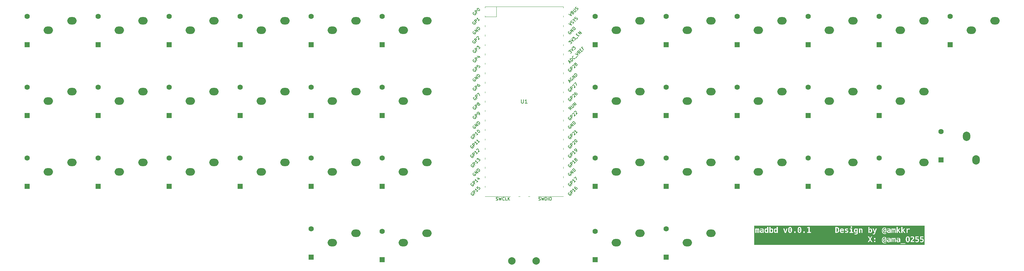
<source format=gbr>
G04 #@! TF.GenerationSoftware,KiCad,Pcbnew,7.0.10*
G04 #@! TF.CreationDate,2024-03-22T12:38:25+09:00*
G04 #@! TF.ProjectId,first_keyboard,66697273-745f-46b6-9579-626f6172642e,rev?*
G04 #@! TF.SameCoordinates,Original*
G04 #@! TF.FileFunction,Legend,Top*
G04 #@! TF.FilePolarity,Positive*
%FSLAX46Y46*%
G04 Gerber Fmt 4.6, Leading zero omitted, Abs format (unit mm)*
G04 Created by KiCad (PCBNEW 7.0.10) date 2024-03-22 12:38:25*
%MOMM*%
%LPD*%
G01*
G04 APERTURE LIST*
%ADD10C,0.300000*%
%ADD11C,0.150000*%
%ADD12C,0.120000*%
%ADD13R,1.397000X1.397000*%
%ADD14C,1.397000*%
%ADD15O,2.500000X2.000000*%
%ADD16O,2.000000X2.500000*%
%ADD17C,2.000000*%
G04 APERTURE END LIST*
D10*
G36*
X244474345Y-98937123D02*
G01*
X244490714Y-98938588D01*
X244506395Y-98941309D01*
X244521386Y-98945285D01*
X244535688Y-98950518D01*
X244549301Y-98957006D01*
X244562225Y-98964750D01*
X244574460Y-98973750D01*
X244586006Y-98984006D01*
X244596863Y-98995517D01*
X244607030Y-99008285D01*
X244613419Y-99017428D01*
X244622229Y-99031943D01*
X244630111Y-99047417D01*
X244637066Y-99063851D01*
X244643094Y-99081244D01*
X244648195Y-99099597D01*
X244652368Y-99118909D01*
X244655614Y-99139181D01*
X244657932Y-99160413D01*
X244658962Y-99175101D01*
X244659581Y-99190214D01*
X244659787Y-99205755D01*
X244659735Y-99213669D01*
X244659323Y-99229168D01*
X244658499Y-99244229D01*
X244656489Y-99265999D01*
X244653553Y-99286784D01*
X244649689Y-99306584D01*
X244644897Y-99325398D01*
X244639179Y-99343227D01*
X244632533Y-99360071D01*
X244624959Y-99375930D01*
X244616458Y-99390803D01*
X244607030Y-99404691D01*
X244600328Y-99413342D01*
X244589701Y-99425272D01*
X244578385Y-99435946D01*
X244566380Y-99445365D01*
X244553686Y-99453527D01*
X244540302Y-99460434D01*
X244526230Y-99466085D01*
X244511468Y-99470481D01*
X244496018Y-99473620D01*
X244479878Y-99475504D01*
X244463049Y-99476132D01*
X244451710Y-99475853D01*
X244435287Y-99474388D01*
X244419566Y-99471667D01*
X244404547Y-99467690D01*
X244390230Y-99462457D01*
X244376615Y-99455969D01*
X244363701Y-99448225D01*
X244351490Y-99439225D01*
X244339981Y-99428969D01*
X244329173Y-99417458D01*
X244319068Y-99404691D01*
X244312768Y-99395542D01*
X244304081Y-99380997D01*
X244296308Y-99365467D01*
X244289449Y-99348951D01*
X244283505Y-99331451D01*
X244278475Y-99312965D01*
X244274360Y-99293493D01*
X244271159Y-99273037D01*
X244268873Y-99251595D01*
X244267857Y-99236753D01*
X244267247Y-99221473D01*
X244267044Y-99205755D01*
X244267095Y-99197931D01*
X244267501Y-99182604D01*
X244268314Y-99167703D01*
X244270296Y-99146152D01*
X244273191Y-99125560D01*
X244277002Y-99105928D01*
X244281727Y-99087255D01*
X244287366Y-99069542D01*
X244293920Y-99052788D01*
X244301388Y-99036994D01*
X244309771Y-99022160D01*
X244319068Y-99008285D01*
X244325727Y-98999634D01*
X244336300Y-98987703D01*
X244347576Y-98977029D01*
X244359553Y-98967611D01*
X244372232Y-98959448D01*
X244385613Y-98952541D01*
X244399697Y-98946890D01*
X244414482Y-98942495D01*
X244429969Y-98939355D01*
X244446158Y-98937471D01*
X244463049Y-98936844D01*
X244474345Y-98937123D01*
G37*
G36*
X245762177Y-99238361D02*
G01*
X245762112Y-99248094D01*
X245761597Y-99267153D01*
X245760567Y-99285672D01*
X245759021Y-99303650D01*
X245756960Y-99321086D01*
X245754384Y-99337982D01*
X245751293Y-99354337D01*
X245747687Y-99370150D01*
X245743565Y-99385423D01*
X245738928Y-99400155D01*
X245733776Y-99414346D01*
X245728109Y-99427996D01*
X245718642Y-99447457D01*
X245708016Y-99465700D01*
X245696231Y-99482726D01*
X245683396Y-99498309D01*
X245669621Y-99512359D01*
X245654906Y-99524876D01*
X245639250Y-99535861D01*
X245622654Y-99545312D01*
X245605118Y-99553231D01*
X245586642Y-99559618D01*
X245567225Y-99564471D01*
X245546868Y-99567792D01*
X245525571Y-99569580D01*
X245510851Y-99569921D01*
X245491491Y-99569223D01*
X245473161Y-99567127D01*
X245455862Y-99563636D01*
X245439593Y-99558747D01*
X245424355Y-99552461D01*
X245410146Y-99544779D01*
X245396969Y-99535700D01*
X245384822Y-99525225D01*
X245374002Y-99513472D01*
X245364626Y-99500747D01*
X245356692Y-99487048D01*
X245350200Y-99472377D01*
X245345151Y-99456732D01*
X245341545Y-99440114D01*
X245339381Y-99422522D01*
X245338660Y-99403958D01*
X245338725Y-99397651D01*
X245339707Y-99379434D01*
X245341868Y-99362274D01*
X245345207Y-99346170D01*
X245349725Y-99331122D01*
X245355421Y-99317130D01*
X245364849Y-99300117D01*
X245376372Y-99284981D01*
X245389991Y-99271723D01*
X245405704Y-99260343D01*
X245409994Y-99257751D01*
X245424057Y-99250469D01*
X245439910Y-99243927D01*
X245457553Y-99238125D01*
X245476987Y-99233064D01*
X245498211Y-99228744D01*
X245513355Y-99226276D01*
X245529295Y-99224136D01*
X245546030Y-99222326D01*
X245563562Y-99220845D01*
X245581888Y-99219692D01*
X245601011Y-99218870D01*
X245620929Y-99218376D01*
X245641643Y-99218211D01*
X245762177Y-99218211D01*
X245762177Y-99238361D01*
G37*
G36*
X248288625Y-99238361D02*
G01*
X248288560Y-99248094D01*
X248288045Y-99267153D01*
X248287015Y-99285672D01*
X248285469Y-99303650D01*
X248283408Y-99321086D01*
X248280832Y-99337982D01*
X248277741Y-99354337D01*
X248274135Y-99370150D01*
X248270013Y-99385423D01*
X248265376Y-99400155D01*
X248260224Y-99414346D01*
X248254557Y-99427996D01*
X248245090Y-99447457D01*
X248234464Y-99465700D01*
X248222679Y-99482726D01*
X248209844Y-99498309D01*
X248196069Y-99512359D01*
X248181354Y-99524876D01*
X248165698Y-99535861D01*
X248149102Y-99545312D01*
X248131566Y-99553231D01*
X248113090Y-99559618D01*
X248093673Y-99564471D01*
X248073316Y-99567792D01*
X248052019Y-99569580D01*
X248037299Y-99569921D01*
X248017939Y-99569223D01*
X247999609Y-99567127D01*
X247982310Y-99563636D01*
X247966041Y-99558747D01*
X247950803Y-99552461D01*
X247936594Y-99544779D01*
X247923417Y-99535700D01*
X247911270Y-99525225D01*
X247900450Y-99513472D01*
X247891074Y-99500747D01*
X247883140Y-99487048D01*
X247876648Y-99472377D01*
X247871599Y-99456732D01*
X247867993Y-99440114D01*
X247865829Y-99422522D01*
X247865108Y-99403958D01*
X247865173Y-99397651D01*
X247866155Y-99379434D01*
X247868316Y-99362274D01*
X247871655Y-99346170D01*
X247876173Y-99331122D01*
X247881869Y-99317130D01*
X247891297Y-99300117D01*
X247902820Y-99284981D01*
X247916439Y-99271723D01*
X247932152Y-99260343D01*
X247936442Y-99257751D01*
X247950505Y-99250469D01*
X247966358Y-99243927D01*
X247984001Y-99238125D01*
X248003435Y-99233064D01*
X248024659Y-99228744D01*
X248039803Y-99226276D01*
X248055743Y-99224136D01*
X248072478Y-99222326D01*
X248090010Y-99220845D01*
X248108336Y-99219692D01*
X248127459Y-99218870D01*
X248147377Y-99218376D01*
X248168091Y-99218211D01*
X248288625Y-99218211D01*
X248288625Y-99238361D01*
G37*
G36*
X250629499Y-98445571D02*
G01*
X250649800Y-98448932D01*
X250668980Y-98454535D01*
X250687040Y-98462379D01*
X250703979Y-98472464D01*
X250719798Y-98484790D01*
X250734496Y-98499357D01*
X250748074Y-98516166D01*
X250756503Y-98528616D01*
X250764434Y-98542063D01*
X250771868Y-98556506D01*
X250778803Y-98571945D01*
X250785324Y-98588496D01*
X250791425Y-98606274D01*
X250797105Y-98625281D01*
X250802365Y-98645515D01*
X250807203Y-98666978D01*
X250811621Y-98689668D01*
X250815618Y-98713586D01*
X250819194Y-98738732D01*
X250822350Y-98765106D01*
X250825085Y-98792708D01*
X250827399Y-98821538D01*
X250828398Y-98836413D01*
X250829292Y-98851595D01*
X250830081Y-98867084D01*
X250830765Y-98882881D01*
X250831343Y-98898984D01*
X250831817Y-98915394D01*
X250832185Y-98932111D01*
X250832448Y-98949135D01*
X250832606Y-98966466D01*
X250832658Y-98984105D01*
X250832606Y-99001698D01*
X250832448Y-99018985D01*
X250832185Y-99035967D01*
X250831817Y-99052643D01*
X250831343Y-99069014D01*
X250830765Y-99085079D01*
X250830081Y-99100839D01*
X250829292Y-99116293D01*
X250828398Y-99131442D01*
X250827399Y-99146285D01*
X250825085Y-99175055D01*
X250822350Y-99202602D01*
X250819194Y-99228927D01*
X250815618Y-99254031D01*
X250811621Y-99277911D01*
X250807203Y-99300570D01*
X250802365Y-99322007D01*
X250797105Y-99342221D01*
X250791425Y-99361214D01*
X250785324Y-99378984D01*
X250778803Y-99395532D01*
X250771868Y-99410970D01*
X250764434Y-99425413D01*
X250756503Y-99438860D01*
X250748074Y-99451311D01*
X250734496Y-99468119D01*
X250719798Y-99482686D01*
X250703979Y-99495012D01*
X250687040Y-99505097D01*
X250668980Y-99512941D01*
X250649800Y-99518544D01*
X250629499Y-99521906D01*
X250608077Y-99523026D01*
X250586783Y-99521906D01*
X250566590Y-99518544D01*
X250547499Y-99512941D01*
X250529509Y-99505097D01*
X250512620Y-99495012D01*
X250496832Y-99482686D01*
X250482146Y-99468119D01*
X250468561Y-99451311D01*
X250460116Y-99438860D01*
X250452160Y-99425413D01*
X250444694Y-99410970D01*
X250437718Y-99395532D01*
X250431240Y-99378984D01*
X250425181Y-99361214D01*
X250419540Y-99342221D01*
X250414316Y-99322007D01*
X250409510Y-99300570D01*
X250405123Y-99277911D01*
X250401153Y-99254031D01*
X250397601Y-99228927D01*
X250394467Y-99202602D01*
X250391750Y-99175055D01*
X250389452Y-99146285D01*
X250388459Y-99131442D01*
X250387571Y-99116293D01*
X250386788Y-99100839D01*
X250386109Y-99085079D01*
X250385534Y-99069014D01*
X250385064Y-99052643D01*
X250384699Y-99035967D01*
X250384437Y-99018985D01*
X250384281Y-99001698D01*
X250384228Y-98984105D01*
X250384281Y-98966466D01*
X250384437Y-98949135D01*
X250384699Y-98932111D01*
X250385064Y-98915394D01*
X250385534Y-98898984D01*
X250386109Y-98882881D01*
X250386788Y-98867084D01*
X250387571Y-98851595D01*
X250388459Y-98836413D01*
X250389452Y-98821538D01*
X250391750Y-98792708D01*
X250394467Y-98765106D01*
X250397601Y-98738732D01*
X250401153Y-98713586D01*
X250405123Y-98689668D01*
X250409510Y-98666978D01*
X250414316Y-98645515D01*
X250419540Y-98625281D01*
X250425181Y-98606274D01*
X250431240Y-98588496D01*
X250437718Y-98571945D01*
X250444694Y-98556506D01*
X250452160Y-98542063D01*
X250460116Y-98528616D01*
X250468561Y-98516166D01*
X250482146Y-98499357D01*
X250496832Y-98484790D01*
X250512620Y-98472464D01*
X250529509Y-98462379D01*
X250547499Y-98454535D01*
X250566590Y-98448932D01*
X250586783Y-98445571D01*
X250608077Y-98444450D01*
X250629499Y-98445571D01*
G37*
G36*
X236703583Y-96299970D02*
G01*
X236720814Y-96301879D01*
X236737388Y-96305423D01*
X236753306Y-96310603D01*
X236768566Y-96317419D01*
X236783170Y-96325870D01*
X236797117Y-96335957D01*
X236810407Y-96347680D01*
X236823040Y-96361039D01*
X236835016Y-96376033D01*
X236846336Y-96392663D01*
X236853434Y-96404489D01*
X236863223Y-96423123D01*
X236871981Y-96442832D01*
X236877248Y-96456570D01*
X236882056Y-96470785D01*
X236886407Y-96485478D01*
X236890300Y-96500649D01*
X236893734Y-96516299D01*
X236896711Y-96532426D01*
X236899230Y-96549031D01*
X236901290Y-96566114D01*
X236902893Y-96583675D01*
X236904038Y-96601714D01*
X236904725Y-96620232D01*
X236904954Y-96639227D01*
X236904897Y-96648829D01*
X236904439Y-96667674D01*
X236903523Y-96686038D01*
X236902149Y-96703921D01*
X236900317Y-96721324D01*
X236898028Y-96738245D01*
X236895280Y-96754686D01*
X236892074Y-96770646D01*
X236888411Y-96786124D01*
X236884289Y-96801122D01*
X236879709Y-96815640D01*
X236874672Y-96829676D01*
X236866257Y-96849829D01*
X236856812Y-96868900D01*
X236846336Y-96886889D01*
X236838863Y-96898113D01*
X236827105Y-96913592D01*
X236814691Y-96927441D01*
X236801620Y-96939661D01*
X236787892Y-96950251D01*
X236773507Y-96959213D01*
X236758466Y-96966544D01*
X236742767Y-96972247D01*
X236726412Y-96976320D01*
X236709399Y-96978764D01*
X236691730Y-96979579D01*
X236680057Y-96979218D01*
X236663078Y-96977325D01*
X236646736Y-96973809D01*
X236631032Y-96968670D01*
X236615966Y-96961908D01*
X236601537Y-96953523D01*
X236587746Y-96943515D01*
X236574592Y-96931884D01*
X236562076Y-96918631D01*
X236550197Y-96903755D01*
X236538956Y-96887255D01*
X236531902Y-96875467D01*
X236522175Y-96856857D01*
X236513471Y-96837132D01*
X236508237Y-96823363D01*
X236503459Y-96809099D01*
X236499136Y-96794340D01*
X236495267Y-96779086D01*
X236491854Y-96763337D01*
X236488896Y-96747092D01*
X236486393Y-96730353D01*
X236484345Y-96713118D01*
X236482752Y-96695388D01*
X236481615Y-96677163D01*
X236480932Y-96658442D01*
X236480704Y-96639227D01*
X236480761Y-96629602D01*
X236481216Y-96610720D01*
X236482126Y-96592327D01*
X236483492Y-96574424D01*
X236485312Y-96557010D01*
X236487588Y-96540086D01*
X236490318Y-96523651D01*
X236493504Y-96507706D01*
X236497145Y-96492250D01*
X236501240Y-96477283D01*
X236505791Y-96462806D01*
X236510797Y-96448818D01*
X236519160Y-96428755D01*
X236528546Y-96409792D01*
X236538956Y-96391931D01*
X236546379Y-96380751D01*
X236558045Y-96365334D01*
X236570349Y-96351539D01*
X236583290Y-96339368D01*
X236596869Y-96328819D01*
X236611085Y-96319893D01*
X236625939Y-96312590D01*
X236641431Y-96306910D01*
X236657560Y-96302853D01*
X236674326Y-96300418D01*
X236691730Y-96299607D01*
X236703583Y-96299970D01*
G37*
G36*
X244474345Y-96417123D02*
G01*
X244490714Y-96418588D01*
X244506395Y-96421309D01*
X244521386Y-96425285D01*
X244535688Y-96430518D01*
X244549301Y-96437006D01*
X244562225Y-96444750D01*
X244574460Y-96453750D01*
X244586006Y-96464006D01*
X244596863Y-96475517D01*
X244607030Y-96488285D01*
X244613419Y-96497428D01*
X244622229Y-96511943D01*
X244630111Y-96527417D01*
X244637066Y-96543851D01*
X244643094Y-96561244D01*
X244648195Y-96579597D01*
X244652368Y-96598909D01*
X244655614Y-96619181D01*
X244657932Y-96640413D01*
X244658962Y-96655101D01*
X244659581Y-96670214D01*
X244659787Y-96685755D01*
X244659735Y-96693669D01*
X244659323Y-96709168D01*
X244658499Y-96724229D01*
X244656489Y-96745999D01*
X244653553Y-96766784D01*
X244649689Y-96786584D01*
X244644897Y-96805398D01*
X244639179Y-96823227D01*
X244632533Y-96840071D01*
X244624959Y-96855930D01*
X244616458Y-96870803D01*
X244607030Y-96884691D01*
X244600328Y-96893342D01*
X244589701Y-96905272D01*
X244578385Y-96915946D01*
X244566380Y-96925365D01*
X244553686Y-96933527D01*
X244540302Y-96940434D01*
X244526230Y-96946085D01*
X244511468Y-96950481D01*
X244496018Y-96953620D01*
X244479878Y-96955504D01*
X244463049Y-96956132D01*
X244451710Y-96955853D01*
X244435287Y-96954388D01*
X244419566Y-96951667D01*
X244404547Y-96947690D01*
X244390230Y-96942457D01*
X244376615Y-96935969D01*
X244363701Y-96928225D01*
X244351490Y-96919225D01*
X244339981Y-96908969D01*
X244329173Y-96897458D01*
X244319068Y-96884691D01*
X244312768Y-96875542D01*
X244304081Y-96860997D01*
X244296308Y-96845467D01*
X244289449Y-96828951D01*
X244283505Y-96811451D01*
X244278475Y-96792965D01*
X244274360Y-96773493D01*
X244271159Y-96753037D01*
X244268873Y-96731595D01*
X244267857Y-96716753D01*
X244267247Y-96701473D01*
X244267044Y-96685755D01*
X244267095Y-96677931D01*
X244267501Y-96662604D01*
X244268314Y-96647703D01*
X244270296Y-96626152D01*
X244273191Y-96605560D01*
X244277002Y-96585928D01*
X244281727Y-96567255D01*
X244287366Y-96549542D01*
X244293920Y-96532788D01*
X244301388Y-96516994D01*
X244309771Y-96502160D01*
X244319068Y-96488285D01*
X244325727Y-96479634D01*
X244336300Y-96467703D01*
X244347576Y-96457029D01*
X244359553Y-96447611D01*
X244372232Y-96439448D01*
X244385613Y-96432541D01*
X244399697Y-96426890D01*
X244414482Y-96422495D01*
X244429969Y-96419355D01*
X244446158Y-96417471D01*
X244463049Y-96416844D01*
X244474345Y-96417123D01*
G37*
G36*
X211655129Y-96718361D02*
G01*
X211655064Y-96728094D01*
X211654549Y-96747153D01*
X211653519Y-96765672D01*
X211651973Y-96783650D01*
X211649912Y-96801086D01*
X211647336Y-96817982D01*
X211644245Y-96834337D01*
X211640639Y-96850150D01*
X211636517Y-96865423D01*
X211631880Y-96880155D01*
X211626728Y-96894346D01*
X211621061Y-96907996D01*
X211611594Y-96927457D01*
X211600968Y-96945700D01*
X211589183Y-96962726D01*
X211576348Y-96978309D01*
X211562573Y-96992359D01*
X211547858Y-97004876D01*
X211532202Y-97015861D01*
X211515606Y-97025312D01*
X211498070Y-97033231D01*
X211479594Y-97039618D01*
X211460177Y-97044471D01*
X211439820Y-97047792D01*
X211418523Y-97049580D01*
X211403803Y-97049921D01*
X211384443Y-97049223D01*
X211366113Y-97047127D01*
X211348814Y-97043636D01*
X211332545Y-97038747D01*
X211317306Y-97032461D01*
X211303098Y-97024779D01*
X211289921Y-97015700D01*
X211277773Y-97005225D01*
X211266954Y-96993472D01*
X211257578Y-96980747D01*
X211249643Y-96967048D01*
X211243152Y-96952377D01*
X211238103Y-96936732D01*
X211234497Y-96920114D01*
X211232333Y-96902522D01*
X211231612Y-96883958D01*
X211231677Y-96877651D01*
X211232659Y-96859434D01*
X211234820Y-96842274D01*
X211238159Y-96826170D01*
X211242676Y-96811122D01*
X211248373Y-96797130D01*
X211257801Y-96780117D01*
X211269324Y-96764981D01*
X211282943Y-96751723D01*
X211298656Y-96740343D01*
X211302946Y-96737751D01*
X211317009Y-96730469D01*
X211332862Y-96723927D01*
X211350505Y-96718125D01*
X211369939Y-96713064D01*
X211391163Y-96708744D01*
X211406307Y-96706276D01*
X211422247Y-96704136D01*
X211438982Y-96702326D01*
X211456513Y-96700845D01*
X211474840Y-96699692D01*
X211493963Y-96698870D01*
X211513881Y-96698376D01*
X211534595Y-96698211D01*
X211655129Y-96698211D01*
X211655129Y-96718361D01*
G37*
G36*
X212692283Y-96299985D02*
G01*
X212709783Y-96301968D01*
X212726561Y-96305652D01*
X212742618Y-96311036D01*
X212757954Y-96318120D01*
X212772568Y-96326904D01*
X212786461Y-96337388D01*
X212799633Y-96349573D01*
X212812084Y-96363457D01*
X212823813Y-96379042D01*
X212834822Y-96396327D01*
X212838315Y-96402444D01*
X212848131Y-96421652D01*
X212854120Y-96435173D01*
X212859666Y-96449267D01*
X212864768Y-96463933D01*
X212869426Y-96479171D01*
X212873640Y-96494982D01*
X212877411Y-96511366D01*
X212880739Y-96528321D01*
X212883622Y-96545850D01*
X212886062Y-96563950D01*
X212888059Y-96582623D01*
X212889612Y-96601869D01*
X212890721Y-96621687D01*
X212891386Y-96642077D01*
X212891608Y-96663040D01*
X212891386Y-96684003D01*
X212890721Y-96704394D01*
X212889612Y-96724212D01*
X212888059Y-96743457D01*
X212886062Y-96762130D01*
X212883622Y-96780231D01*
X212880739Y-96797759D01*
X212877411Y-96814715D01*
X212873640Y-96831098D01*
X212869426Y-96846909D01*
X212864768Y-96862148D01*
X212859666Y-96876814D01*
X212854120Y-96890907D01*
X212844970Y-96910974D01*
X212834822Y-96929754D01*
X212827563Y-96941466D01*
X212816074Y-96957617D01*
X212803864Y-96972069D01*
X212790932Y-96984820D01*
X212777279Y-96995871D01*
X212762905Y-97005222D01*
X212747810Y-97012872D01*
X212731993Y-97018823D01*
X212715455Y-97023073D01*
X212698196Y-97025624D01*
X212680216Y-97026474D01*
X212668153Y-97026096D01*
X212650676Y-97024112D01*
X212633939Y-97020429D01*
X212617944Y-97015045D01*
X212602688Y-97007961D01*
X212588174Y-96999177D01*
X212574400Y-96988692D01*
X212561366Y-96976508D01*
X212549073Y-96962623D01*
X212537521Y-96947038D01*
X212526709Y-96929754D01*
X212523283Y-96923637D01*
X212513657Y-96904429D01*
X212507784Y-96890907D01*
X212502346Y-96876814D01*
X212497343Y-96862148D01*
X212492775Y-96846909D01*
X212488642Y-96831098D01*
X212484944Y-96814715D01*
X212481681Y-96797759D01*
X212478853Y-96780231D01*
X212476460Y-96762130D01*
X212474502Y-96743457D01*
X212472980Y-96724212D01*
X212471892Y-96704394D01*
X212471239Y-96684003D01*
X212471022Y-96663040D01*
X212471239Y-96642077D01*
X212471892Y-96621687D01*
X212472980Y-96601869D01*
X212474502Y-96582623D01*
X212476460Y-96563950D01*
X212478853Y-96545850D01*
X212481681Y-96528321D01*
X212484944Y-96511366D01*
X212488642Y-96494982D01*
X212492775Y-96479171D01*
X212497343Y-96463933D01*
X212502346Y-96449267D01*
X212507784Y-96435173D01*
X212516757Y-96415106D01*
X212526709Y-96396327D01*
X212533835Y-96384615D01*
X212545140Y-96368463D01*
X212557186Y-96354012D01*
X212569973Y-96341261D01*
X212583500Y-96330210D01*
X212597768Y-96320859D01*
X212612776Y-96313208D01*
X212628525Y-96307258D01*
X212645015Y-96303007D01*
X212662245Y-96300457D01*
X212680216Y-96299607D01*
X212692283Y-96299985D01*
G37*
G36*
X214018517Y-96299985D02*
G01*
X214035994Y-96301968D01*
X214052731Y-96305652D01*
X214068727Y-96311036D01*
X214083982Y-96318120D01*
X214098497Y-96326904D01*
X214112271Y-96337388D01*
X214125304Y-96349573D01*
X214137597Y-96363457D01*
X214149149Y-96379042D01*
X214159961Y-96396327D01*
X214163387Y-96402444D01*
X214173013Y-96421652D01*
X214178886Y-96435173D01*
X214184324Y-96449267D01*
X214189328Y-96463933D01*
X214193896Y-96479171D01*
X214198029Y-96494982D01*
X214201727Y-96511366D01*
X214204990Y-96528321D01*
X214207817Y-96545850D01*
X214210210Y-96563950D01*
X214212168Y-96582623D01*
X214213691Y-96601869D01*
X214214778Y-96621687D01*
X214215431Y-96642077D01*
X214215648Y-96663040D01*
X214215431Y-96684003D01*
X214214778Y-96704394D01*
X214213691Y-96724212D01*
X214212168Y-96743457D01*
X214210210Y-96762130D01*
X214207817Y-96780231D01*
X214204990Y-96797759D01*
X214201727Y-96814715D01*
X214198029Y-96831098D01*
X214193896Y-96846909D01*
X214189328Y-96862148D01*
X214184324Y-96876814D01*
X214178886Y-96890907D01*
X214169913Y-96910974D01*
X214159961Y-96929754D01*
X214152836Y-96941466D01*
X214141530Y-96957617D01*
X214129484Y-96972069D01*
X214116698Y-96984820D01*
X214103170Y-96995871D01*
X214088903Y-97005222D01*
X214073894Y-97012872D01*
X214058145Y-97018823D01*
X214041656Y-97023073D01*
X214024425Y-97025624D01*
X214006454Y-97026474D01*
X213994387Y-97026096D01*
X213976888Y-97024112D01*
X213960109Y-97020429D01*
X213944052Y-97015045D01*
X213928717Y-97007961D01*
X213914102Y-96999177D01*
X213900209Y-96988692D01*
X213887037Y-96976508D01*
X213874586Y-96962623D01*
X213862857Y-96947038D01*
X213851849Y-96929754D01*
X213848355Y-96923637D01*
X213838539Y-96904429D01*
X213832550Y-96890907D01*
X213827005Y-96876814D01*
X213821903Y-96862148D01*
X213817245Y-96846909D01*
X213813030Y-96831098D01*
X213809259Y-96814715D01*
X213805932Y-96797759D01*
X213803048Y-96780231D01*
X213800608Y-96762130D01*
X213798611Y-96743457D01*
X213797059Y-96724212D01*
X213795950Y-96704394D01*
X213795284Y-96684003D01*
X213795062Y-96663040D01*
X213795284Y-96642077D01*
X213795950Y-96621687D01*
X213797059Y-96601869D01*
X213798611Y-96582623D01*
X213800608Y-96563950D01*
X213803048Y-96545850D01*
X213805932Y-96528321D01*
X213809259Y-96511366D01*
X213813030Y-96494982D01*
X213817245Y-96479171D01*
X213821903Y-96463933D01*
X213827005Y-96449267D01*
X213832550Y-96435173D01*
X213841700Y-96415106D01*
X213851849Y-96396327D01*
X213859107Y-96384615D01*
X213870596Y-96368463D01*
X213882807Y-96354012D01*
X213895738Y-96341261D01*
X213909391Y-96330210D01*
X213923765Y-96320859D01*
X213938860Y-96313208D01*
X213954677Y-96307258D01*
X213971215Y-96303007D01*
X213988474Y-96300457D01*
X214006454Y-96299607D01*
X214018517Y-96299985D01*
G37*
G36*
X215218731Y-96299985D02*
G01*
X215236231Y-96301968D01*
X215253009Y-96305652D01*
X215269066Y-96311036D01*
X215284402Y-96318120D01*
X215299016Y-96326904D01*
X215312909Y-96337388D01*
X215326081Y-96349573D01*
X215338532Y-96363457D01*
X215350261Y-96379042D01*
X215361270Y-96396327D01*
X215364763Y-96402444D01*
X215374579Y-96421652D01*
X215380568Y-96435173D01*
X215386114Y-96449267D01*
X215391216Y-96463933D01*
X215395874Y-96479171D01*
X215400088Y-96494982D01*
X215403859Y-96511366D01*
X215407187Y-96528321D01*
X215410070Y-96545850D01*
X215412510Y-96563950D01*
X215414507Y-96582623D01*
X215416060Y-96601869D01*
X215417169Y-96621687D01*
X215417834Y-96642077D01*
X215418056Y-96663040D01*
X215417834Y-96684003D01*
X215417169Y-96704394D01*
X215416060Y-96724212D01*
X215414507Y-96743457D01*
X215412510Y-96762130D01*
X215410070Y-96780231D01*
X215407187Y-96797759D01*
X215403859Y-96814715D01*
X215400088Y-96831098D01*
X215395874Y-96846909D01*
X215391216Y-96862148D01*
X215386114Y-96876814D01*
X215380568Y-96890907D01*
X215371418Y-96910974D01*
X215361270Y-96929754D01*
X215354011Y-96941466D01*
X215342522Y-96957617D01*
X215330312Y-96972069D01*
X215317380Y-96984820D01*
X215303727Y-96995871D01*
X215289353Y-97005222D01*
X215274258Y-97012872D01*
X215258441Y-97018823D01*
X215241904Y-97023073D01*
X215224644Y-97025624D01*
X215206664Y-97026474D01*
X215194601Y-97026096D01*
X215177124Y-97024112D01*
X215160387Y-97020429D01*
X215144392Y-97015045D01*
X215129136Y-97007961D01*
X215114622Y-96999177D01*
X215100848Y-96988692D01*
X215087814Y-96976508D01*
X215075521Y-96962623D01*
X215063969Y-96947038D01*
X215053157Y-96929754D01*
X215049731Y-96923637D01*
X215040105Y-96904429D01*
X215034232Y-96890907D01*
X215028794Y-96876814D01*
X215023791Y-96862148D01*
X215019223Y-96846909D01*
X215015090Y-96831098D01*
X215011392Y-96814715D01*
X215008129Y-96797759D01*
X215005301Y-96780231D01*
X215002908Y-96762130D01*
X215000950Y-96743457D01*
X214999428Y-96724212D01*
X214998340Y-96704394D01*
X214997687Y-96684003D01*
X214997470Y-96663040D01*
X214997687Y-96642077D01*
X214998340Y-96621687D01*
X214999428Y-96601869D01*
X215000950Y-96582623D01*
X215002908Y-96563950D01*
X215005301Y-96545850D01*
X215008129Y-96528321D01*
X215011392Y-96511366D01*
X215015090Y-96494982D01*
X215019223Y-96479171D01*
X215023791Y-96463933D01*
X215028794Y-96449267D01*
X215034232Y-96435173D01*
X215043205Y-96415106D01*
X215053157Y-96396327D01*
X215060283Y-96384615D01*
X215071588Y-96368463D01*
X215083634Y-96354012D01*
X215096421Y-96341261D01*
X215109948Y-96330210D01*
X215124216Y-96320859D01*
X215139224Y-96313208D01*
X215154973Y-96307258D01*
X215171463Y-96303007D01*
X215188693Y-96300457D01*
X215206664Y-96299607D01*
X215218731Y-96299985D01*
G37*
G36*
X219046824Y-95925580D02*
G01*
X219065159Y-95928971D01*
X219082484Y-95934622D01*
X219098798Y-95942533D01*
X219114100Y-95952705D01*
X219128392Y-95965138D01*
X219141672Y-95979831D01*
X219153941Y-95996784D01*
X219161559Y-96009342D01*
X219168727Y-96022905D01*
X219175446Y-96037472D01*
X219181716Y-96053044D01*
X219187617Y-96069719D01*
X219193136Y-96087597D01*
X219198276Y-96106676D01*
X219203034Y-96126958D01*
X219207412Y-96148442D01*
X219211409Y-96171128D01*
X219215025Y-96195016D01*
X219218261Y-96220106D01*
X219221116Y-96246398D01*
X219223590Y-96273893D01*
X219225684Y-96302589D01*
X219226588Y-96317389D01*
X219227397Y-96332488D01*
X219228111Y-96347888D01*
X219228730Y-96363589D01*
X219229253Y-96379590D01*
X219229681Y-96395892D01*
X219230014Y-96412494D01*
X219230252Y-96429397D01*
X219230395Y-96446601D01*
X219230443Y-96464105D01*
X219230395Y-96481563D01*
X219230252Y-96498723D01*
X219230014Y-96515584D01*
X219229681Y-96532145D01*
X219229253Y-96548408D01*
X219228730Y-96564371D01*
X219228111Y-96580035D01*
X219227397Y-96595400D01*
X219226588Y-96610466D01*
X219225684Y-96625233D01*
X219223590Y-96653870D01*
X219221116Y-96681310D01*
X219218261Y-96707554D01*
X219215025Y-96732601D01*
X219211409Y-96756452D01*
X219207412Y-96779106D01*
X219203034Y-96800564D01*
X219198276Y-96820826D01*
X219193136Y-96839891D01*
X219187617Y-96857760D01*
X219181716Y-96874433D01*
X219175446Y-96890004D01*
X219168727Y-96904572D01*
X219161559Y-96918134D01*
X219153941Y-96930692D01*
X219141672Y-96947646D01*
X219128392Y-96962338D01*
X219114100Y-96974771D01*
X219098798Y-96984943D01*
X219082484Y-96992854D01*
X219065159Y-96998505D01*
X219046824Y-97001896D01*
X219027477Y-97003026D01*
X219008258Y-97001896D01*
X218990030Y-96998505D01*
X218972795Y-96992854D01*
X218956551Y-96984943D01*
X218941299Y-96974771D01*
X218927039Y-96962338D01*
X218913770Y-96947646D01*
X218901493Y-96930692D01*
X218893860Y-96918134D01*
X218886667Y-96904572D01*
X218879915Y-96890004D01*
X218873604Y-96874433D01*
X218867748Y-96857760D01*
X218862269Y-96839891D01*
X218857169Y-96820826D01*
X218852446Y-96800564D01*
X218848101Y-96779106D01*
X218844134Y-96756452D01*
X218840545Y-96732601D01*
X218837334Y-96707554D01*
X218834500Y-96681310D01*
X218832044Y-96653870D01*
X218829966Y-96625233D01*
X218829069Y-96610466D01*
X218828266Y-96595400D01*
X218827558Y-96580035D01*
X218826944Y-96564371D01*
X218826424Y-96548408D01*
X218825999Y-96532145D01*
X218825669Y-96515584D01*
X218825433Y-96498723D01*
X218825291Y-96481563D01*
X218825244Y-96464105D01*
X218825275Y-96452381D01*
X218899616Y-96452381D01*
X218899760Y-96459180D01*
X218901386Y-96475564D01*
X218904819Y-96491072D01*
X218910059Y-96505704D01*
X218917105Y-96519458D01*
X218925958Y-96532337D01*
X218936618Y-96544338D01*
X218941310Y-96548775D01*
X218953614Y-96558614D01*
X218966740Y-96566664D01*
X218980690Y-96572925D01*
X218995463Y-96577397D01*
X219011058Y-96580080D01*
X219027477Y-96580975D01*
X219034232Y-96580829D01*
X219050518Y-96579187D01*
X219065945Y-96575720D01*
X219080514Y-96570428D01*
X219094224Y-96563312D01*
X219107075Y-96554371D01*
X219119068Y-96543606D01*
X219123549Y-96538870D01*
X219133486Y-96526468D01*
X219141616Y-96513260D01*
X219147940Y-96499248D01*
X219152457Y-96484431D01*
X219155167Y-96468808D01*
X219156071Y-96452381D01*
X219155926Y-96445625D01*
X219154300Y-96429322D01*
X219150867Y-96413861D01*
X219145628Y-96399241D01*
X219138581Y-96385461D01*
X219129728Y-96372522D01*
X219119068Y-96360423D01*
X219114374Y-96355898D01*
X219102038Y-96345863D01*
X219088843Y-96337652D01*
X219074789Y-96331265D01*
X219059877Y-96326704D01*
X219044106Y-96323967D01*
X219027477Y-96323054D01*
X219020811Y-96323200D01*
X219004721Y-96324842D01*
X218989455Y-96328309D01*
X218975012Y-96333601D01*
X218961391Y-96340717D01*
X218948593Y-96349658D01*
X218936618Y-96360423D01*
X218932138Y-96365162D01*
X218922200Y-96377596D01*
X218914070Y-96390872D01*
X218907746Y-96404988D01*
X218903229Y-96419945D01*
X218900519Y-96435742D01*
X218899616Y-96452381D01*
X218825275Y-96452381D01*
X218825291Y-96446601D01*
X218825433Y-96429397D01*
X218825669Y-96412494D01*
X218825999Y-96395892D01*
X218826424Y-96379590D01*
X218826944Y-96363589D01*
X218827558Y-96347888D01*
X218828266Y-96332488D01*
X218829069Y-96317389D01*
X218829966Y-96302589D01*
X218832044Y-96273893D01*
X218834500Y-96246398D01*
X218837334Y-96220106D01*
X218840545Y-96195016D01*
X218844134Y-96171128D01*
X218848101Y-96148442D01*
X218852446Y-96126958D01*
X218857169Y-96106676D01*
X218862269Y-96087597D01*
X218867748Y-96069719D01*
X218873604Y-96053044D01*
X218879915Y-96037472D01*
X218886667Y-96022905D01*
X218893860Y-96009342D01*
X218901493Y-95996784D01*
X218913770Y-95979831D01*
X218927039Y-95965138D01*
X218941299Y-95952705D01*
X218956551Y-95942533D01*
X218972795Y-95934622D01*
X218990030Y-95928971D01*
X219008258Y-95925580D01*
X219027477Y-95924450D01*
X219046824Y-95925580D01*
G37*
G36*
X221573272Y-95925580D02*
G01*
X221591607Y-95928971D01*
X221608932Y-95934622D01*
X221625246Y-95942533D01*
X221640548Y-95952705D01*
X221654840Y-95965138D01*
X221668120Y-95979831D01*
X221680389Y-95996784D01*
X221688007Y-96009342D01*
X221695175Y-96022905D01*
X221701894Y-96037472D01*
X221708164Y-96053044D01*
X221714065Y-96069719D01*
X221719584Y-96087597D01*
X221724724Y-96106676D01*
X221729482Y-96126958D01*
X221733860Y-96148442D01*
X221737857Y-96171128D01*
X221741473Y-96195016D01*
X221744709Y-96220106D01*
X221747564Y-96246398D01*
X221750038Y-96273893D01*
X221752132Y-96302589D01*
X221753036Y-96317389D01*
X221753845Y-96332488D01*
X221754559Y-96347888D01*
X221755178Y-96363589D01*
X221755701Y-96379590D01*
X221756129Y-96395892D01*
X221756462Y-96412494D01*
X221756700Y-96429397D01*
X221756843Y-96446601D01*
X221756891Y-96464105D01*
X221756843Y-96481563D01*
X221756700Y-96498723D01*
X221756462Y-96515584D01*
X221756129Y-96532145D01*
X221755701Y-96548408D01*
X221755178Y-96564371D01*
X221754559Y-96580035D01*
X221753845Y-96595400D01*
X221753036Y-96610466D01*
X221752132Y-96625233D01*
X221750038Y-96653870D01*
X221747564Y-96681310D01*
X221744709Y-96707554D01*
X221741473Y-96732601D01*
X221737857Y-96756452D01*
X221733860Y-96779106D01*
X221729482Y-96800564D01*
X221724724Y-96820826D01*
X221719584Y-96839891D01*
X221714065Y-96857760D01*
X221708164Y-96874433D01*
X221701894Y-96890004D01*
X221695175Y-96904572D01*
X221688007Y-96918134D01*
X221680389Y-96930692D01*
X221668120Y-96947646D01*
X221654840Y-96962338D01*
X221640548Y-96974771D01*
X221625246Y-96984943D01*
X221608932Y-96992854D01*
X221591607Y-96998505D01*
X221573272Y-97001896D01*
X221553925Y-97003026D01*
X221534706Y-97001896D01*
X221516478Y-96998505D01*
X221499243Y-96992854D01*
X221482999Y-96984943D01*
X221467747Y-96974771D01*
X221453487Y-96962338D01*
X221440218Y-96947646D01*
X221427941Y-96930692D01*
X221420308Y-96918134D01*
X221413115Y-96904572D01*
X221406363Y-96890004D01*
X221400052Y-96874433D01*
X221394196Y-96857760D01*
X221388717Y-96839891D01*
X221383617Y-96820826D01*
X221378894Y-96800564D01*
X221374549Y-96779106D01*
X221370582Y-96756452D01*
X221366993Y-96732601D01*
X221363782Y-96707554D01*
X221360948Y-96681310D01*
X221358492Y-96653870D01*
X221356414Y-96625233D01*
X221355517Y-96610466D01*
X221354714Y-96595400D01*
X221354006Y-96580035D01*
X221353392Y-96564371D01*
X221352872Y-96548408D01*
X221352447Y-96532145D01*
X221352117Y-96515584D01*
X221351881Y-96498723D01*
X221351739Y-96481563D01*
X221351692Y-96464105D01*
X221351723Y-96452381D01*
X221426064Y-96452381D01*
X221426208Y-96459180D01*
X221427834Y-96475564D01*
X221431267Y-96491072D01*
X221436507Y-96505704D01*
X221443553Y-96519458D01*
X221452407Y-96532337D01*
X221463066Y-96544338D01*
X221467758Y-96548775D01*
X221480062Y-96558614D01*
X221493189Y-96566664D01*
X221507138Y-96572925D01*
X221521911Y-96577397D01*
X221537506Y-96580080D01*
X221553925Y-96580975D01*
X221560680Y-96580829D01*
X221576966Y-96579187D01*
X221592393Y-96575720D01*
X221606962Y-96570428D01*
X221620672Y-96563312D01*
X221633523Y-96554371D01*
X221645516Y-96543606D01*
X221649997Y-96538870D01*
X221659934Y-96526468D01*
X221668064Y-96513260D01*
X221674388Y-96499248D01*
X221678905Y-96484431D01*
X221681615Y-96468808D01*
X221682519Y-96452381D01*
X221682374Y-96445625D01*
X221680748Y-96429322D01*
X221677315Y-96413861D01*
X221672076Y-96399241D01*
X221665029Y-96385461D01*
X221656176Y-96372522D01*
X221645516Y-96360423D01*
X221640822Y-96355898D01*
X221628486Y-96345863D01*
X221615291Y-96337652D01*
X221601237Y-96331265D01*
X221586325Y-96326704D01*
X221570554Y-96323967D01*
X221553925Y-96323054D01*
X221547259Y-96323200D01*
X221531169Y-96324842D01*
X221515903Y-96328309D01*
X221501460Y-96333601D01*
X221487839Y-96340717D01*
X221475041Y-96349658D01*
X221463066Y-96360423D01*
X221458586Y-96365162D01*
X221448648Y-96377596D01*
X221440518Y-96390872D01*
X221434194Y-96404988D01*
X221429677Y-96419945D01*
X221426967Y-96435742D01*
X221426064Y-96452381D01*
X221351723Y-96452381D01*
X221351739Y-96446601D01*
X221351881Y-96429397D01*
X221352117Y-96412494D01*
X221352447Y-96395892D01*
X221352872Y-96379590D01*
X221353392Y-96363589D01*
X221354006Y-96347888D01*
X221354714Y-96332488D01*
X221355517Y-96317389D01*
X221356414Y-96302589D01*
X221358492Y-96273893D01*
X221360948Y-96246398D01*
X221363782Y-96220106D01*
X221366993Y-96195016D01*
X221370582Y-96171128D01*
X221374549Y-96148442D01*
X221378894Y-96126958D01*
X221383617Y-96106676D01*
X221388717Y-96087597D01*
X221394196Y-96069719D01*
X221400052Y-96053044D01*
X221406363Y-96037472D01*
X221413115Y-96022905D01*
X221420308Y-96009342D01*
X221427941Y-95996784D01*
X221440218Y-95979831D01*
X221453487Y-95965138D01*
X221467747Y-95952705D01*
X221482999Y-95942533D01*
X221499243Y-95934622D01*
X221516478Y-95928971D01*
X221534706Y-95925580D01*
X221553925Y-95924450D01*
X221573272Y-95925580D01*
G37*
G36*
X232946305Y-96299839D02*
G01*
X232966787Y-96301056D01*
X232986276Y-96303316D01*
X233004774Y-96306620D01*
X233022280Y-96310967D01*
X233038794Y-96316357D01*
X233054317Y-96322791D01*
X233068848Y-96330268D01*
X233082387Y-96338788D01*
X233094934Y-96348351D01*
X233106489Y-96358958D01*
X233113685Y-96366597D01*
X233123641Y-96378883D01*
X233132593Y-96392160D01*
X233140540Y-96406429D01*
X233147482Y-96421689D01*
X233153420Y-96437942D01*
X233158353Y-96455186D01*
X233162281Y-96473422D01*
X233165205Y-96492649D01*
X233167124Y-96512869D01*
X233168039Y-96534080D01*
X232692864Y-96535179D01*
X232694481Y-96521276D01*
X232697648Y-96501178D01*
X232701703Y-96481988D01*
X232706646Y-96463706D01*
X232712479Y-96446332D01*
X232719200Y-96429866D01*
X232726810Y-96414308D01*
X232735309Y-96399658D01*
X232744696Y-96385916D01*
X232754972Y-96373082D01*
X232766137Y-96361156D01*
X232774041Y-96353703D01*
X232786514Y-96343425D01*
X232799728Y-96334228D01*
X232813682Y-96326114D01*
X232828377Y-96319082D01*
X232843813Y-96313131D01*
X232859989Y-96308262D01*
X232876906Y-96304476D01*
X232894563Y-96301771D01*
X232912961Y-96300148D01*
X232932100Y-96299607D01*
X232946305Y-96299839D01*
G37*
G36*
X240546221Y-96299985D02*
G01*
X240563699Y-96301968D01*
X240580435Y-96305652D01*
X240596431Y-96311036D01*
X240611686Y-96318120D01*
X240626201Y-96326904D01*
X240639975Y-96337388D01*
X240653008Y-96349573D01*
X240665301Y-96363457D01*
X240676854Y-96379042D01*
X240687665Y-96396327D01*
X240691091Y-96402444D01*
X240700717Y-96421652D01*
X240706590Y-96435173D01*
X240712028Y-96449267D01*
X240717032Y-96463933D01*
X240721600Y-96479171D01*
X240725733Y-96494982D01*
X240729431Y-96511366D01*
X240732694Y-96528321D01*
X240735522Y-96545850D01*
X240737914Y-96563950D01*
X240739872Y-96582623D01*
X240741395Y-96601869D01*
X240742482Y-96621687D01*
X240743135Y-96642077D01*
X240743353Y-96663040D01*
X240743135Y-96684003D01*
X240742482Y-96704394D01*
X240741395Y-96724212D01*
X240739872Y-96743457D01*
X240737914Y-96762130D01*
X240735522Y-96780231D01*
X240732694Y-96797759D01*
X240729431Y-96814715D01*
X240725733Y-96831098D01*
X240721600Y-96846909D01*
X240717032Y-96862148D01*
X240712028Y-96876814D01*
X240706590Y-96890907D01*
X240697617Y-96910974D01*
X240687665Y-96929754D01*
X240680540Y-96941466D01*
X240669234Y-96957617D01*
X240657188Y-96972069D01*
X240644402Y-96984820D01*
X240630874Y-96995871D01*
X240616607Y-97005222D01*
X240601598Y-97012872D01*
X240585849Y-97018823D01*
X240569360Y-97023073D01*
X240552129Y-97025624D01*
X240534159Y-97026474D01*
X240522091Y-97026096D01*
X240504592Y-97024112D01*
X240487814Y-97020429D01*
X240471756Y-97015045D01*
X240456421Y-97007961D01*
X240441806Y-96999177D01*
X240427913Y-96988692D01*
X240414741Y-96976508D01*
X240402290Y-96962623D01*
X240390561Y-96947038D01*
X240379553Y-96929754D01*
X240376059Y-96923637D01*
X240366244Y-96904429D01*
X240360254Y-96890907D01*
X240354709Y-96876814D01*
X240349607Y-96862148D01*
X240344949Y-96846909D01*
X240340734Y-96831098D01*
X240336963Y-96814715D01*
X240333636Y-96797759D01*
X240330752Y-96780231D01*
X240328312Y-96762130D01*
X240326316Y-96743457D01*
X240324763Y-96724212D01*
X240323654Y-96704394D01*
X240322988Y-96684003D01*
X240322766Y-96663040D01*
X240322988Y-96642077D01*
X240323654Y-96621687D01*
X240324763Y-96601869D01*
X240326316Y-96582623D01*
X240328312Y-96563950D01*
X240330752Y-96545850D01*
X240333636Y-96528321D01*
X240336963Y-96511366D01*
X240340734Y-96494982D01*
X240344949Y-96479171D01*
X240349607Y-96463933D01*
X240354709Y-96449267D01*
X240360254Y-96435173D01*
X240369405Y-96415106D01*
X240379553Y-96396327D01*
X240386811Y-96384615D01*
X240398300Y-96368463D01*
X240410511Y-96354012D01*
X240423442Y-96341261D01*
X240437095Y-96330210D01*
X240451469Y-96320859D01*
X240466564Y-96313208D01*
X240482381Y-96307258D01*
X240498919Y-96303007D01*
X240516178Y-96300457D01*
X240534159Y-96299607D01*
X240546221Y-96299985D01*
G37*
G36*
X245762177Y-96718361D02*
G01*
X245762112Y-96728094D01*
X245761597Y-96747153D01*
X245760567Y-96765672D01*
X245759021Y-96783650D01*
X245756960Y-96801086D01*
X245754384Y-96817982D01*
X245751293Y-96834337D01*
X245747687Y-96850150D01*
X245743565Y-96865423D01*
X245738928Y-96880155D01*
X245733776Y-96894346D01*
X245728109Y-96907996D01*
X245718642Y-96927457D01*
X245708016Y-96945700D01*
X245696231Y-96962726D01*
X245683396Y-96978309D01*
X245669621Y-96992359D01*
X245654906Y-97004876D01*
X245639250Y-97015861D01*
X245622654Y-97025312D01*
X245605118Y-97033231D01*
X245586642Y-97039618D01*
X245567225Y-97044471D01*
X245546868Y-97047792D01*
X245525571Y-97049580D01*
X245510851Y-97049921D01*
X245491491Y-97049223D01*
X245473161Y-97047127D01*
X245455862Y-97043636D01*
X245439593Y-97038747D01*
X245424355Y-97032461D01*
X245410146Y-97024779D01*
X245396969Y-97015700D01*
X245384822Y-97005225D01*
X245374002Y-96993472D01*
X245364626Y-96980747D01*
X245356692Y-96967048D01*
X245350200Y-96952377D01*
X245345151Y-96936732D01*
X245341545Y-96920114D01*
X245339381Y-96902522D01*
X245338660Y-96883958D01*
X245338725Y-96877651D01*
X245339707Y-96859434D01*
X245341868Y-96842274D01*
X245345207Y-96826170D01*
X245349725Y-96811122D01*
X245355421Y-96797130D01*
X245364849Y-96780117D01*
X245376372Y-96764981D01*
X245389991Y-96751723D01*
X245405704Y-96740343D01*
X245409994Y-96737751D01*
X245424057Y-96730469D01*
X245439910Y-96723927D01*
X245457553Y-96718125D01*
X245476987Y-96713064D01*
X245498211Y-96708744D01*
X245513355Y-96706276D01*
X245529295Y-96704136D01*
X245546030Y-96702326D01*
X245563562Y-96700845D01*
X245581888Y-96699692D01*
X245601011Y-96698870D01*
X245620929Y-96698376D01*
X245641643Y-96698211D01*
X245762177Y-96698211D01*
X245762177Y-96718361D01*
G37*
G36*
X231574408Y-95948355D02*
G01*
X231595637Y-95949729D01*
X231616059Y-95952019D01*
X231635674Y-95955225D01*
X231654482Y-95959346D01*
X231672482Y-95964384D01*
X231689676Y-95970337D01*
X231706062Y-95977206D01*
X231721641Y-95984992D01*
X231736413Y-95993693D01*
X231750378Y-96003310D01*
X231763535Y-96013843D01*
X231775886Y-96025292D01*
X231787429Y-96037657D01*
X231798165Y-96050937D01*
X231808094Y-96065134D01*
X231812783Y-96072598D01*
X231821713Y-96088483D01*
X231830048Y-96105645D01*
X231837787Y-96124083D01*
X231844931Y-96143798D01*
X231851480Y-96164790D01*
X231857433Y-96187058D01*
X231862791Y-96210603D01*
X231867554Y-96235424D01*
X231871722Y-96261522D01*
X231875294Y-96288896D01*
X231878270Y-96317547D01*
X231879535Y-96332351D01*
X231880652Y-96347474D01*
X231881619Y-96362916D01*
X231882438Y-96378678D01*
X231883107Y-96394759D01*
X231883628Y-96411158D01*
X231884001Y-96427877D01*
X231884224Y-96444915D01*
X231884298Y-96462273D01*
X231884224Y-96479743D01*
X231884001Y-96496893D01*
X231883628Y-96513721D01*
X231883107Y-96530228D01*
X231882438Y-96546413D01*
X231881619Y-96562277D01*
X231880652Y-96577820D01*
X231879535Y-96593042D01*
X231876856Y-96622521D01*
X231873582Y-96650716D01*
X231869712Y-96677625D01*
X231865247Y-96703249D01*
X231860187Y-96727588D01*
X231854531Y-96750641D01*
X231848280Y-96772410D01*
X231841434Y-96792894D01*
X231833992Y-96812092D01*
X231825955Y-96830005D01*
X231817322Y-96846633D01*
X231808094Y-96861976D01*
X231798165Y-96876217D01*
X231787429Y-96889539D01*
X231775886Y-96901943D01*
X231763535Y-96913427D01*
X231750378Y-96923993D01*
X231736413Y-96933640D01*
X231721641Y-96942369D01*
X231706062Y-96950178D01*
X231689676Y-96957069D01*
X231672482Y-96963041D01*
X231654482Y-96968094D01*
X231635674Y-96972229D01*
X231616059Y-96975445D01*
X231595637Y-96977742D01*
X231574408Y-96979120D01*
X231552372Y-96979579D01*
X231469940Y-96979579D01*
X231469940Y-95947897D01*
X231552372Y-95947897D01*
X231574408Y-95948355D01*
G37*
G36*
X255104429Y-100464179D02*
G01*
X209420344Y-100464179D01*
X209420344Y-99757500D01*
X239895219Y-99757500D01*
X240209560Y-99757500D01*
X240502285Y-99245322D01*
X240795743Y-99757500D01*
X241110083Y-99757500D01*
X240895657Y-99382342D01*
X241593318Y-99382342D01*
X241593318Y-99757500D01*
X241936235Y-99757500D01*
X241936235Y-99382342D01*
X241593318Y-99382342D01*
X240895657Y-99382342D01*
X240792214Y-99201359D01*
X243663276Y-99201359D01*
X243663485Y-99226589D01*
X243664113Y-99251492D01*
X243665160Y-99276068D01*
X243666625Y-99300317D01*
X243668508Y-99324239D01*
X243670811Y-99347834D01*
X243673532Y-99371102D01*
X243676671Y-99394043D01*
X243680229Y-99416657D01*
X243684206Y-99438944D01*
X243688601Y-99460904D01*
X243693415Y-99482537D01*
X243698648Y-99503843D01*
X243704299Y-99524822D01*
X243710368Y-99545474D01*
X243716857Y-99565799D01*
X243723764Y-99585797D01*
X243731089Y-99605468D01*
X243738833Y-99624812D01*
X243746996Y-99643829D01*
X243755577Y-99662519D01*
X243764577Y-99680882D01*
X243773995Y-99698918D01*
X243783833Y-99716627D01*
X243794088Y-99734009D01*
X243804763Y-99751064D01*
X243815855Y-99767792D01*
X243827367Y-99784193D01*
X243839297Y-99800266D01*
X243851646Y-99816013D01*
X243864413Y-99831433D01*
X243877599Y-99846526D01*
X243891137Y-99861245D01*
X243904960Y-99875496D01*
X243919069Y-99889280D01*
X243933464Y-99902597D01*
X243948144Y-99915447D01*
X243963109Y-99927829D01*
X243978360Y-99939744D01*
X243993897Y-99951192D01*
X244009719Y-99962172D01*
X244025826Y-99972686D01*
X244042219Y-99982732D01*
X244058898Y-99992310D01*
X244075862Y-100001422D01*
X244093111Y-100010066D01*
X244110646Y-100018243D01*
X244128467Y-100025953D01*
X244146573Y-100033195D01*
X244164964Y-100039971D01*
X244183642Y-100046279D01*
X244202604Y-100052119D01*
X244221852Y-100057493D01*
X244241386Y-100062399D01*
X244261205Y-100066838D01*
X244281309Y-100070810D01*
X244301700Y-100074314D01*
X244322375Y-100077351D01*
X244343336Y-100079921D01*
X244364583Y-100082024D01*
X244386115Y-100083659D01*
X244407933Y-100084827D01*
X244430036Y-100085528D01*
X244452424Y-100085762D01*
X244466428Y-100085657D01*
X244487224Y-100085109D01*
X244507768Y-100084090D01*
X244528062Y-100082602D01*
X244548104Y-100080643D01*
X244567895Y-100078214D01*
X244587435Y-100075315D01*
X244606724Y-100071946D01*
X244625762Y-100068106D01*
X244644549Y-100063797D01*
X244650296Y-100062315D01*
X248709944Y-100062315D01*
X248709944Y-100249893D01*
X249980495Y-100249893D01*
X249980495Y-100062315D01*
X248709944Y-100062315D01*
X244650296Y-100062315D01*
X244663084Y-100059017D01*
X244675344Y-100055568D01*
X244693515Y-100049998D01*
X244711421Y-100043951D01*
X244729063Y-100037427D01*
X244746442Y-100030427D01*
X244763556Y-100022950D01*
X244780406Y-100014996D01*
X244796993Y-100006566D01*
X244813315Y-99997660D01*
X244829373Y-99988277D01*
X244845167Y-99978417D01*
X244750279Y-99804394D01*
X244741370Y-99810164D01*
X244727916Y-99818476D01*
X244714352Y-99826376D01*
X244700679Y-99833864D01*
X244686896Y-99840939D01*
X244673004Y-99847602D01*
X244659002Y-99853853D01*
X244644891Y-99859692D01*
X244630671Y-99865119D01*
X244616341Y-99870134D01*
X244601901Y-99874736D01*
X244592218Y-99877575D01*
X244577619Y-99881491D01*
X244562929Y-99884994D01*
X244548149Y-99888085D01*
X244533279Y-99890765D01*
X244518319Y-99893031D01*
X244503269Y-99894886D01*
X244488129Y-99896329D01*
X244472898Y-99897359D01*
X244457577Y-99897977D01*
X244442166Y-99898183D01*
X244425987Y-99897999D01*
X244410011Y-99897446D01*
X244394237Y-99896525D01*
X244378665Y-99895235D01*
X244363296Y-99893577D01*
X244348129Y-99891550D01*
X244333165Y-99889155D01*
X244318404Y-99886391D01*
X244303845Y-99883259D01*
X244289488Y-99879758D01*
X244275334Y-99875888D01*
X244247634Y-99867044D01*
X244220743Y-99856726D01*
X244194663Y-99844934D01*
X244169392Y-99831667D01*
X244144931Y-99816927D01*
X244121281Y-99800712D01*
X244098440Y-99783024D01*
X244076410Y-99763861D01*
X244065698Y-99753727D01*
X244055189Y-99743225D01*
X244044883Y-99732353D01*
X244034779Y-99721114D01*
X244024877Y-99709506D01*
X244015253Y-99697563D01*
X244005934Y-99685364D01*
X243996920Y-99672910D01*
X243988212Y-99660201D01*
X243979810Y-99647236D01*
X243971713Y-99634016D01*
X243963922Y-99620540D01*
X243956436Y-99606809D01*
X243949256Y-99592823D01*
X243942381Y-99578581D01*
X243935812Y-99564083D01*
X243929548Y-99549330D01*
X243923590Y-99534322D01*
X243917938Y-99519058D01*
X243912591Y-99503539D01*
X243907549Y-99487764D01*
X243902813Y-99471734D01*
X243898383Y-99455448D01*
X243894258Y-99438907D01*
X243890439Y-99422110D01*
X243886925Y-99405058D01*
X243883717Y-99387751D01*
X243880814Y-99370188D01*
X243878217Y-99352369D01*
X243875926Y-99334295D01*
X243873940Y-99315966D01*
X243872259Y-99297381D01*
X243870884Y-99278541D01*
X243869815Y-99259446D01*
X243869051Y-99240094D01*
X243868593Y-99220488D01*
X243868440Y-99200626D01*
X243868572Y-99181686D01*
X243868968Y-99162970D01*
X243869628Y-99144478D01*
X243870552Y-99126208D01*
X243871740Y-99108162D01*
X243873193Y-99090339D01*
X243874909Y-99072739D01*
X243876889Y-99055362D01*
X243879133Y-99038209D01*
X243881642Y-99021279D01*
X243884414Y-99004572D01*
X243887451Y-98988089D01*
X243890751Y-98971828D01*
X243894316Y-98955791D01*
X243898144Y-98939978D01*
X243902237Y-98924387D01*
X243906594Y-98909020D01*
X243911214Y-98893876D01*
X243916099Y-98878955D01*
X243921248Y-98864258D01*
X243926661Y-98849783D01*
X243932337Y-98835532D01*
X243938278Y-98821505D01*
X243944483Y-98807700D01*
X243950952Y-98794119D01*
X243957685Y-98780761D01*
X243964682Y-98767626D01*
X243971943Y-98754715D01*
X243979469Y-98742026D01*
X243987258Y-98729561D01*
X244003628Y-98705301D01*
X244020880Y-98682232D01*
X244038748Y-98660651D01*
X244057230Y-98640558D01*
X244076329Y-98621953D01*
X244096042Y-98604837D01*
X244116371Y-98589210D01*
X244137315Y-98575070D01*
X244158875Y-98562419D01*
X244181050Y-98551257D01*
X244203841Y-98541582D01*
X244227246Y-98533396D01*
X244251268Y-98526699D01*
X244275904Y-98521489D01*
X244301156Y-98517769D01*
X244327023Y-98515536D01*
X244353506Y-98514792D01*
X244371019Y-98515087D01*
X244388019Y-98515971D01*
X244404507Y-98517445D01*
X244420482Y-98519509D01*
X244435945Y-98522162D01*
X244450896Y-98525405D01*
X244465335Y-98529238D01*
X244486032Y-98536092D01*
X244505576Y-98544273D01*
X244523967Y-98553780D01*
X244541206Y-98564615D01*
X244557292Y-98576775D01*
X244572226Y-98590263D01*
X244585975Y-98604971D01*
X244598372Y-98620793D01*
X244609417Y-98637729D01*
X244619109Y-98655779D01*
X244627449Y-98674944D01*
X244634436Y-98695222D01*
X244638343Y-98709360D01*
X244641649Y-98723993D01*
X244644354Y-98739121D01*
X244646457Y-98754745D01*
X244647960Y-98770863D01*
X244648862Y-98787477D01*
X244649162Y-98804586D01*
X244649162Y-98845619D01*
X244640049Y-98834158D01*
X244627756Y-98820831D01*
X244614461Y-98808613D01*
X244600164Y-98797504D01*
X244584865Y-98787504D01*
X244571905Y-98780303D01*
X244558304Y-98773811D01*
X244544193Y-98768058D01*
X244529521Y-98763072D01*
X244514289Y-98758853D01*
X244498495Y-98755402D01*
X244482140Y-98752717D01*
X244465224Y-98750799D01*
X244447748Y-98749649D01*
X244429710Y-98749265D01*
X244408723Y-98749754D01*
X244388259Y-98751223D01*
X244368320Y-98753670D01*
X244348904Y-98757096D01*
X244330012Y-98761501D01*
X244311643Y-98766885D01*
X244293799Y-98773248D01*
X244276478Y-98780589D01*
X244259681Y-98788910D01*
X244243408Y-98798209D01*
X244227659Y-98808487D01*
X244212433Y-98819744D01*
X244197731Y-98831980D01*
X244183553Y-98845195D01*
X244169899Y-98859389D01*
X244156769Y-98874562D01*
X244144302Y-98890537D01*
X244132640Y-98907139D01*
X244121782Y-98924369D01*
X244111729Y-98942225D01*
X244102479Y-98960707D01*
X244094034Y-98979817D01*
X244086394Y-98999553D01*
X244079557Y-99019917D01*
X244073525Y-99040907D01*
X244068297Y-99062524D01*
X244063874Y-99084767D01*
X244060254Y-99107638D01*
X244057439Y-99131135D01*
X244055429Y-99155260D01*
X244054222Y-99180011D01*
X244053820Y-99205389D01*
X244053826Y-99205755D01*
X244054224Y-99230902D01*
X244055434Y-99255787D01*
X244057452Y-99280041D01*
X244060277Y-99303666D01*
X244063909Y-99326661D01*
X244068349Y-99349026D01*
X244073595Y-99370762D01*
X244079649Y-99391868D01*
X244086510Y-99412344D01*
X244094177Y-99432191D01*
X244102653Y-99451408D01*
X244111935Y-99469995D01*
X244122024Y-99487953D01*
X244132920Y-99505281D01*
X244144624Y-99521979D01*
X244157135Y-99538047D01*
X244170350Y-99553264D01*
X244184074Y-99567500D01*
X244198308Y-99580753D01*
X244213051Y-99593025D01*
X244228304Y-99604315D01*
X244244066Y-99614623D01*
X244260338Y-99623950D01*
X244277119Y-99632295D01*
X244294410Y-99639658D01*
X244312210Y-99646039D01*
X244330520Y-99651438D01*
X244349339Y-99655856D01*
X244368667Y-99659292D01*
X244388505Y-99661747D01*
X244408853Y-99663219D01*
X244429710Y-99663710D01*
X244447965Y-99663321D01*
X244465545Y-99662153D01*
X244482449Y-99660207D01*
X244498678Y-99657482D01*
X244514231Y-99653979D01*
X244529109Y-99649697D01*
X244543311Y-99644636D01*
X244556838Y-99638797D01*
X244569901Y-99632117D01*
X244582530Y-99624532D01*
X244594723Y-99616043D01*
X244606481Y-99606649D01*
X244617804Y-99596351D01*
X244628691Y-99585148D01*
X244639144Y-99573041D01*
X244649162Y-99560029D01*
X244649162Y-99640263D01*
X244851395Y-99640263D01*
X244851395Y-99394066D01*
X245016992Y-99394066D01*
X245017180Y-99403958D01*
X245017420Y-99416603D01*
X245018703Y-99438511D01*
X245020843Y-99459788D01*
X245023838Y-99480437D01*
X245027689Y-99500455D01*
X245032396Y-99519844D01*
X245037959Y-99538603D01*
X245044378Y-99556732D01*
X245051652Y-99574231D01*
X245059782Y-99591101D01*
X245068768Y-99607342D01*
X245078610Y-99622952D01*
X245089307Y-99637933D01*
X245100861Y-99652284D01*
X245113270Y-99666006D01*
X245126535Y-99679098D01*
X245140614Y-99691431D01*
X245155374Y-99702968D01*
X245170816Y-99713710D01*
X245186939Y-99723657D01*
X245203743Y-99732807D01*
X245221228Y-99741162D01*
X245239395Y-99748721D01*
X245258243Y-99755484D01*
X245277772Y-99761452D01*
X245297982Y-99766624D01*
X245318873Y-99771001D01*
X245340446Y-99774581D01*
X245362699Y-99777366D01*
X245385634Y-99779355D01*
X245409251Y-99780549D01*
X245433548Y-99780947D01*
X245446348Y-99780787D01*
X245465290Y-99779945D01*
X245483923Y-99778382D01*
X245502247Y-99776098D01*
X245520262Y-99773093D01*
X245537968Y-99769366D01*
X245555364Y-99764918D01*
X245572452Y-99759749D01*
X245589230Y-99753859D01*
X245605699Y-99747247D01*
X245621859Y-99739914D01*
X245632454Y-99734648D01*
X245647889Y-99726233D01*
X245662778Y-99717199D01*
X245677118Y-99707548D01*
X245690912Y-99697278D01*
X245704158Y-99686390D01*
X245716856Y-99674884D01*
X245729008Y-99662760D01*
X245740611Y-99650017D01*
X245751668Y-99636657D01*
X245762177Y-99622677D01*
X245762177Y-99757500D01*
X246061863Y-99757500D01*
X246268126Y-99757500D01*
X246515422Y-99757500D01*
X246515422Y-99030999D01*
X246515498Y-99015527D01*
X246515725Y-99000711D01*
X246516351Y-98979716D01*
X246517318Y-98960195D01*
X246518626Y-98942149D01*
X246520276Y-98925578D01*
X246522267Y-98910481D01*
X246525453Y-98892647D01*
X246529245Y-98877434D01*
X246534839Y-98862105D01*
X246538825Y-98854510D01*
X246548460Y-98841562D01*
X246560309Y-98831601D01*
X246574374Y-98824629D01*
X246590654Y-98820645D01*
X246605914Y-98819607D01*
X246615326Y-98819990D01*
X246629796Y-98822332D01*
X246645153Y-98827952D01*
X246658321Y-98836637D01*
X246669299Y-98848388D01*
X246678087Y-98863204D01*
X246682896Y-98875283D01*
X246687063Y-98889903D01*
X246690590Y-98907065D01*
X246692814Y-98921604D01*
X246694677Y-98937573D01*
X246696180Y-98954972D01*
X246697322Y-98973801D01*
X246698103Y-98994059D01*
X246698524Y-99015746D01*
X246698604Y-99030999D01*
X246698604Y-99757500D01*
X246942969Y-99757500D01*
X246942969Y-99030999D01*
X246942989Y-99023293D01*
X246943289Y-99001129D01*
X246943951Y-98980394D01*
X246944972Y-98961089D01*
X246946355Y-98943214D01*
X246948098Y-98926769D01*
X246950202Y-98911753D01*
X246953568Y-98893955D01*
X246957575Y-98878700D01*
X246963485Y-98863204D01*
X246967606Y-98855413D01*
X246977489Y-98842129D01*
X246989562Y-98831911D01*
X247003824Y-98824759D01*
X247020276Y-98820671D01*
X247035659Y-98819607D01*
X247041946Y-98819773D01*
X247059312Y-98822263D01*
X247074438Y-98827741D01*
X247087322Y-98836208D01*
X247097965Y-98847662D01*
X247106367Y-98862105D01*
X247112067Y-98877434D01*
X247115931Y-98892647D01*
X247119176Y-98910481D01*
X247121205Y-98925578D01*
X247122886Y-98942149D01*
X247124219Y-98960195D01*
X247125204Y-98979716D01*
X247125842Y-99000711D01*
X247126074Y-99015527D01*
X247126151Y-99030999D01*
X247126151Y-99757500D01*
X247373447Y-99757500D01*
X247373447Y-99394066D01*
X247543440Y-99394066D01*
X247543628Y-99403958D01*
X247543868Y-99416603D01*
X247545151Y-99438511D01*
X247547291Y-99459788D01*
X247550286Y-99480437D01*
X247554137Y-99500455D01*
X247558844Y-99519844D01*
X247564407Y-99538603D01*
X247570826Y-99556732D01*
X247578100Y-99574231D01*
X247586230Y-99591101D01*
X247595216Y-99607342D01*
X247605058Y-99622952D01*
X247615755Y-99637933D01*
X247627309Y-99652284D01*
X247639718Y-99666006D01*
X247652983Y-99679098D01*
X247667062Y-99691431D01*
X247681822Y-99702968D01*
X247697264Y-99713710D01*
X247713387Y-99723657D01*
X247730191Y-99732807D01*
X247747676Y-99741162D01*
X247765843Y-99748721D01*
X247784691Y-99755484D01*
X247804220Y-99761452D01*
X247824430Y-99766624D01*
X247845321Y-99771001D01*
X247866894Y-99774581D01*
X247889147Y-99777366D01*
X247912082Y-99779355D01*
X247935699Y-99780549D01*
X247959996Y-99780947D01*
X247972796Y-99780787D01*
X247991738Y-99779945D01*
X248010371Y-99778382D01*
X248028695Y-99776098D01*
X248046710Y-99773093D01*
X248064416Y-99769366D01*
X248081812Y-99764918D01*
X248098900Y-99759749D01*
X248115678Y-99753859D01*
X248132147Y-99747247D01*
X248148307Y-99739914D01*
X248158902Y-99734648D01*
X248174337Y-99726233D01*
X248189226Y-99717199D01*
X248203566Y-99707548D01*
X248217360Y-99697278D01*
X248230606Y-99686390D01*
X248243304Y-99674884D01*
X248255456Y-99662760D01*
X248267059Y-99650017D01*
X248278116Y-99636657D01*
X248288625Y-99622677D01*
X248288625Y-99757500D01*
X248588311Y-99757500D01*
X248588311Y-99105371D01*
X248588199Y-99087251D01*
X248587866Y-99069480D01*
X248587309Y-99052060D01*
X248586530Y-99034989D01*
X248585529Y-99018268D01*
X248584305Y-99001898D01*
X248582859Y-98985877D01*
X248582670Y-98984105D01*
X250068056Y-98984105D01*
X250068189Y-99008510D01*
X250068588Y-99032540D01*
X250069254Y-99056197D01*
X250070186Y-99079479D01*
X250071383Y-99102388D01*
X250072847Y-99124921D01*
X250074578Y-99147081D01*
X250076574Y-99168867D01*
X250078837Y-99190278D01*
X250081365Y-99211315D01*
X250084160Y-99231978D01*
X250087221Y-99252266D01*
X250090549Y-99272180D01*
X250094142Y-99291720D01*
X250098002Y-99310886D01*
X250102128Y-99329678D01*
X250106520Y-99348095D01*
X250111178Y-99366138D01*
X250116103Y-99383807D01*
X250121293Y-99401101D01*
X250126750Y-99418022D01*
X250132473Y-99434568D01*
X250138462Y-99450740D01*
X250144718Y-99466538D01*
X250151239Y-99481961D01*
X250158027Y-99497010D01*
X250165081Y-99511685D01*
X250172401Y-99525986D01*
X250179987Y-99539912D01*
X250187840Y-99553465D01*
X250195959Y-99566643D01*
X250204344Y-99579446D01*
X250213012Y-99591843D01*
X250221935Y-99603847D01*
X250231112Y-99615457D01*
X250240545Y-99626673D01*
X250260174Y-99647925D01*
X250280822Y-99667603D01*
X250302489Y-99685706D01*
X250325175Y-99702236D01*
X250348880Y-99717191D01*
X250373604Y-99730572D01*
X250399347Y-99742378D01*
X250426108Y-99752611D01*
X250453889Y-99761269D01*
X250468162Y-99765008D01*
X250482689Y-99768353D01*
X250497471Y-99771305D01*
X250512507Y-99773863D01*
X250527799Y-99776027D01*
X250543345Y-99777798D01*
X250559146Y-99779176D01*
X250575201Y-99780160D01*
X250591512Y-99780750D01*
X250608077Y-99780947D01*
X250624687Y-99780750D01*
X250641040Y-99780160D01*
X250657136Y-99779176D01*
X250672975Y-99777798D01*
X250688557Y-99776027D01*
X250703883Y-99773863D01*
X250718951Y-99771305D01*
X250733763Y-99768353D01*
X250748318Y-99765008D01*
X250775349Y-99757500D01*
X251354727Y-99757500D01*
X252331821Y-99757500D01*
X252331821Y-99710605D01*
X252646894Y-99710605D01*
X252660020Y-99714933D01*
X252679645Y-99721166D01*
X252699193Y-99727091D01*
X252718663Y-99732707D01*
X252738056Y-99738014D01*
X252757372Y-99743011D01*
X252776610Y-99747699D01*
X252795771Y-99752078D01*
X252814855Y-99756149D01*
X252833862Y-99759909D01*
X252852791Y-99763361D01*
X252865422Y-99765491D01*
X252884336Y-99768427D01*
X252903212Y-99771055D01*
X252922049Y-99773373D01*
X252940847Y-99775383D01*
X252959607Y-99777083D01*
X252978328Y-99778474D01*
X252997010Y-99779556D01*
X253015654Y-99780329D01*
X253034259Y-99780792D01*
X253052826Y-99780947D01*
X253069340Y-99780811D01*
X253085635Y-99780403D01*
X253101712Y-99779723D01*
X253117569Y-99778772D01*
X253133208Y-99777548D01*
X253148627Y-99776052D01*
X253163828Y-99774285D01*
X253178809Y-99772246D01*
X253193572Y-99769934D01*
X253208116Y-99767351D01*
X253236546Y-99761369D01*
X253264101Y-99754300D01*
X253290779Y-99746142D01*
X253316582Y-99736897D01*
X253341509Y-99726565D01*
X253365561Y-99715144D01*
X253373971Y-99710605D01*
X253910118Y-99710605D01*
X253923244Y-99714933D01*
X253942869Y-99721166D01*
X253962417Y-99727091D01*
X253981887Y-99732707D01*
X254001280Y-99738014D01*
X254020596Y-99743011D01*
X254039834Y-99747699D01*
X254058995Y-99752078D01*
X254078079Y-99756149D01*
X254097086Y-99759909D01*
X254116015Y-99763361D01*
X254128646Y-99765491D01*
X254147560Y-99768427D01*
X254166436Y-99771055D01*
X254185273Y-99773373D01*
X254204071Y-99775383D01*
X254222831Y-99777083D01*
X254241552Y-99778474D01*
X254260234Y-99779556D01*
X254278878Y-99780329D01*
X254297483Y-99780792D01*
X254316050Y-99780947D01*
X254332564Y-99780811D01*
X254348859Y-99780403D01*
X254364936Y-99779723D01*
X254380793Y-99778772D01*
X254396432Y-99777548D01*
X254411851Y-99776052D01*
X254427052Y-99774285D01*
X254442033Y-99772246D01*
X254456796Y-99769934D01*
X254471340Y-99767351D01*
X254499770Y-99761369D01*
X254527325Y-99754300D01*
X254554003Y-99746142D01*
X254579806Y-99736897D01*
X254604733Y-99726565D01*
X254628785Y-99715144D01*
X254651960Y-99702636D01*
X254674260Y-99689041D01*
X254695683Y-99674358D01*
X254716231Y-99658587D01*
X254735903Y-99641728D01*
X254754581Y-99623934D01*
X254772053Y-99605355D01*
X254788320Y-99585992D01*
X254803383Y-99565845D01*
X254817240Y-99544914D01*
X254829893Y-99523198D01*
X254841340Y-99500698D01*
X254851583Y-99477414D01*
X254860620Y-99453346D01*
X254868453Y-99428493D01*
X254875080Y-99402856D01*
X254880503Y-99376435D01*
X254884720Y-99349229D01*
X254887733Y-99321240D01*
X254889540Y-99292466D01*
X254889992Y-99277785D01*
X254890143Y-99262908D01*
X254889587Y-99234712D01*
X254887921Y-99207186D01*
X254885145Y-99180330D01*
X254881258Y-99154143D01*
X254876261Y-99128627D01*
X254870153Y-99103780D01*
X254862934Y-99079603D01*
X254854605Y-99056095D01*
X254845166Y-99033257D01*
X254834615Y-99011090D01*
X254822955Y-98989591D01*
X254810184Y-98968763D01*
X254796302Y-98948604D01*
X254781309Y-98929116D01*
X254765207Y-98910296D01*
X254747993Y-98892147D01*
X254729885Y-98874845D01*
X254711099Y-98858659D01*
X254691635Y-98843590D01*
X254671492Y-98829636D01*
X254650671Y-98816799D01*
X254629171Y-98805078D01*
X254606993Y-98794474D01*
X254584137Y-98784986D01*
X254560602Y-98776614D01*
X254536389Y-98769358D01*
X254511498Y-98763218D01*
X254485928Y-98758195D01*
X254459680Y-98754288D01*
X254432754Y-98751498D01*
X254405149Y-98749823D01*
X254376866Y-98749265D01*
X254370977Y-98749292D01*
X254353533Y-98749700D01*
X254336424Y-98750597D01*
X254319650Y-98751984D01*
X254303211Y-98753860D01*
X254287107Y-98756226D01*
X254281861Y-98757082D01*
X254266362Y-98760027D01*
X254251223Y-98763539D01*
X254236446Y-98767618D01*
X254222029Y-98772263D01*
X254207972Y-98777475D01*
X254207972Y-98467897D01*
X254797452Y-98467897D01*
X254797452Y-98209977D01*
X253961775Y-98209977D01*
X253961775Y-99077527D01*
X253972210Y-99073200D01*
X253987834Y-99066966D01*
X254003427Y-99061041D01*
X254018987Y-99055425D01*
X254034515Y-99050119D01*
X254050010Y-99045121D01*
X254065474Y-99040433D01*
X254080905Y-99036054D01*
X254096304Y-99031984D01*
X254111671Y-99028223D01*
X254127006Y-99024771D01*
X254137261Y-99022641D01*
X254152633Y-99019705D01*
X254167993Y-99017077D01*
X254183339Y-99014759D01*
X254198673Y-99012750D01*
X254213994Y-99011049D01*
X254229302Y-99009658D01*
X254244597Y-99008577D01*
X254259879Y-99007804D01*
X254275148Y-99007340D01*
X254290404Y-99007185D01*
X254307453Y-99007460D01*
X254324070Y-99008285D01*
X254340254Y-99009658D01*
X254356006Y-99011582D01*
X254371326Y-99014055D01*
X254386214Y-99017077D01*
X254400670Y-99020649D01*
X254421543Y-99027038D01*
X254441444Y-99034663D01*
X254460372Y-99043524D01*
X254478328Y-99053622D01*
X254495311Y-99064957D01*
X254511322Y-99077527D01*
X254521393Y-99086456D01*
X254535280Y-99100531D01*
X254547706Y-99115423D01*
X254558671Y-99131134D01*
X254568173Y-99147662D01*
X254576213Y-99165008D01*
X254582792Y-99183172D01*
X254587908Y-99202154D01*
X254591563Y-99221954D01*
X254593756Y-99242571D01*
X254594487Y-99264007D01*
X254594405Y-99271848D01*
X254593752Y-99287178D01*
X254592447Y-99302039D01*
X254589266Y-99323449D01*
X254584616Y-99343804D01*
X254578498Y-99363103D01*
X254570912Y-99381345D01*
X254561857Y-99398531D01*
X254551334Y-99414661D01*
X254539343Y-99429735D01*
X254525883Y-99443753D01*
X254510956Y-99456714D01*
X254505659Y-99460794D01*
X254488865Y-99472256D01*
X254470712Y-99482553D01*
X254451200Y-99491684D01*
X254437437Y-99497123D01*
X254423070Y-99502045D01*
X254408099Y-99506448D01*
X254392524Y-99510334D01*
X254376345Y-99513701D01*
X254359563Y-99516551D01*
X254342176Y-99518882D01*
X254324186Y-99520695D01*
X254305591Y-99521990D01*
X254286393Y-99522767D01*
X254266591Y-99523026D01*
X254255279Y-99522935D01*
X254238312Y-99522454D01*
X254221345Y-99521561D01*
X254204377Y-99520256D01*
X254187410Y-99518538D01*
X254170443Y-99516409D01*
X254153476Y-99513867D01*
X254136508Y-99510913D01*
X254119541Y-99507547D01*
X254102574Y-99503769D01*
X254085607Y-99499579D01*
X254074360Y-99496557D01*
X254057559Y-99491679D01*
X254040841Y-99486390D01*
X254024208Y-99480688D01*
X254007658Y-99474575D01*
X253991192Y-99468049D01*
X253974810Y-99461111D01*
X253958511Y-99453761D01*
X253942297Y-99445998D01*
X253926166Y-99437824D01*
X253910118Y-99429237D01*
X253910118Y-99710605D01*
X253373971Y-99710605D01*
X253388736Y-99702636D01*
X253411036Y-99689041D01*
X253432459Y-99674358D01*
X253453007Y-99658587D01*
X253472679Y-99641728D01*
X253491357Y-99623934D01*
X253508829Y-99605355D01*
X253525096Y-99585992D01*
X253540159Y-99565845D01*
X253554016Y-99544914D01*
X253566669Y-99523198D01*
X253578116Y-99500698D01*
X253588359Y-99477414D01*
X253597396Y-99453346D01*
X253605229Y-99428493D01*
X253611856Y-99402856D01*
X253617279Y-99376435D01*
X253621496Y-99349229D01*
X253624509Y-99321240D01*
X253626316Y-99292466D01*
X253626768Y-99277785D01*
X253626919Y-99262908D01*
X253626363Y-99234712D01*
X253624697Y-99207186D01*
X253621921Y-99180330D01*
X253618034Y-99154143D01*
X253613037Y-99128627D01*
X253606929Y-99103780D01*
X253599710Y-99079603D01*
X253591381Y-99056095D01*
X253581942Y-99033257D01*
X253571391Y-99011090D01*
X253559731Y-98989591D01*
X253546960Y-98968763D01*
X253533078Y-98948604D01*
X253518085Y-98929116D01*
X253501983Y-98910296D01*
X253484769Y-98892147D01*
X253466661Y-98874845D01*
X253447875Y-98858659D01*
X253428411Y-98843590D01*
X253408268Y-98829636D01*
X253387447Y-98816799D01*
X253365947Y-98805078D01*
X253343769Y-98794474D01*
X253320913Y-98784986D01*
X253297378Y-98776614D01*
X253273165Y-98769358D01*
X253248274Y-98763218D01*
X253222704Y-98758195D01*
X253196456Y-98754288D01*
X253169530Y-98751498D01*
X253141925Y-98749823D01*
X253113642Y-98749265D01*
X253107753Y-98749292D01*
X253090309Y-98749700D01*
X253073200Y-98750597D01*
X253056426Y-98751984D01*
X253039987Y-98753860D01*
X253023883Y-98756226D01*
X253018637Y-98757082D01*
X253003138Y-98760027D01*
X252987999Y-98763539D01*
X252973222Y-98767618D01*
X252958805Y-98772263D01*
X252944748Y-98777475D01*
X252944748Y-98467897D01*
X253534228Y-98467897D01*
X253534228Y-98209977D01*
X252698551Y-98209977D01*
X252698551Y-99077527D01*
X252708986Y-99073200D01*
X252724610Y-99066966D01*
X252740203Y-99061041D01*
X252755763Y-99055425D01*
X252771291Y-99050119D01*
X252786786Y-99045121D01*
X252802250Y-99040433D01*
X252817681Y-99036054D01*
X252833080Y-99031984D01*
X252848447Y-99028223D01*
X252863782Y-99024771D01*
X252874037Y-99022641D01*
X252889409Y-99019705D01*
X252904769Y-99017077D01*
X252920115Y-99014759D01*
X252935449Y-99012750D01*
X252950770Y-99011049D01*
X252966078Y-99009658D01*
X252981373Y-99008577D01*
X252996655Y-99007804D01*
X253011924Y-99007340D01*
X253027180Y-99007185D01*
X253044229Y-99007460D01*
X253060846Y-99008285D01*
X253077030Y-99009658D01*
X253092782Y-99011582D01*
X253108102Y-99014055D01*
X253122990Y-99017077D01*
X253137446Y-99020649D01*
X253158319Y-99027038D01*
X253178220Y-99034663D01*
X253197148Y-99043524D01*
X253215104Y-99053622D01*
X253232087Y-99064957D01*
X253248098Y-99077527D01*
X253258169Y-99086456D01*
X253272056Y-99100531D01*
X253284482Y-99115423D01*
X253295447Y-99131134D01*
X253304949Y-99147662D01*
X253312989Y-99165008D01*
X253319568Y-99183172D01*
X253324684Y-99202154D01*
X253328339Y-99221954D01*
X253330532Y-99242571D01*
X253331263Y-99264007D01*
X253331181Y-99271848D01*
X253330528Y-99287178D01*
X253329223Y-99302039D01*
X253326042Y-99323449D01*
X253321392Y-99343804D01*
X253315274Y-99363103D01*
X253307688Y-99381345D01*
X253298633Y-99398531D01*
X253288110Y-99414661D01*
X253276119Y-99429735D01*
X253262659Y-99443753D01*
X253247732Y-99456714D01*
X253242435Y-99460794D01*
X253225641Y-99472256D01*
X253207488Y-99482553D01*
X253187976Y-99491684D01*
X253174213Y-99497123D01*
X253159846Y-99502045D01*
X253144875Y-99506448D01*
X253129300Y-99510334D01*
X253113121Y-99513701D01*
X253096339Y-99516551D01*
X253078952Y-99518882D01*
X253060962Y-99520695D01*
X253042367Y-99521990D01*
X253023169Y-99522767D01*
X253003367Y-99523026D01*
X252992055Y-99522935D01*
X252975088Y-99522454D01*
X252958121Y-99521561D01*
X252941153Y-99520256D01*
X252924186Y-99518538D01*
X252907219Y-99516409D01*
X252890252Y-99513867D01*
X252873284Y-99510913D01*
X252856317Y-99507547D01*
X252839350Y-99503769D01*
X252822383Y-99499579D01*
X252811136Y-99496557D01*
X252794335Y-99491679D01*
X252777617Y-99486390D01*
X252760984Y-99480688D01*
X252744434Y-99474575D01*
X252727968Y-99468049D01*
X252711586Y-99461111D01*
X252695287Y-99453761D01*
X252679073Y-99445998D01*
X252662942Y-99437824D01*
X252646894Y-99429237D01*
X252646894Y-99710605D01*
X252331821Y-99710605D01*
X252331821Y-99499579D01*
X251683722Y-99499579D01*
X251693735Y-99489338D01*
X251704170Y-99478673D01*
X251715029Y-99467585D01*
X251726312Y-99456073D01*
X251738019Y-99444138D01*
X251750149Y-99431779D01*
X251762703Y-99418996D01*
X251775680Y-99405790D01*
X251789081Y-99392160D01*
X251802905Y-99378106D01*
X251817153Y-99363629D01*
X251831825Y-99348729D01*
X251846921Y-99333404D01*
X251862440Y-99317656D01*
X251878382Y-99301485D01*
X251894748Y-99284890D01*
X251909903Y-99269561D01*
X251924686Y-99254579D01*
X251939095Y-99239943D01*
X251953132Y-99225653D01*
X251966796Y-99211710D01*
X251980087Y-99198113D01*
X251993005Y-99184862D01*
X252005551Y-99171958D01*
X252017723Y-99159400D01*
X252029523Y-99147188D01*
X252040950Y-99135323D01*
X252052004Y-99123804D01*
X252062686Y-99112631D01*
X252082930Y-99091325D01*
X252101684Y-99071404D01*
X252118946Y-99052868D01*
X252134717Y-99035718D01*
X252148996Y-99019952D01*
X252161785Y-99005573D01*
X252173082Y-98992578D01*
X252182888Y-98980969D01*
X252194801Y-98966153D01*
X252199383Y-98960034D01*
X252208293Y-98947901D01*
X252216863Y-98935908D01*
X252229079Y-98918182D01*
X252240528Y-98900771D01*
X252251211Y-98883676D01*
X252261127Y-98866897D01*
X252270277Y-98850433D01*
X252278661Y-98834285D01*
X252286279Y-98818452D01*
X252293130Y-98802935D01*
X252299214Y-98787733D01*
X252302897Y-98777660D01*
X252307975Y-98762383D01*
X252312518Y-98746907D01*
X252316527Y-98731231D01*
X252320001Y-98715355D01*
X252322941Y-98699280D01*
X252325347Y-98683005D01*
X252327217Y-98666530D01*
X252328554Y-98649856D01*
X252329355Y-98632982D01*
X252329623Y-98615908D01*
X252329077Y-98591369D01*
X252327442Y-98567485D01*
X252324715Y-98544257D01*
X252320899Y-98521684D01*
X252315991Y-98499767D01*
X252309994Y-98478505D01*
X252302905Y-98457898D01*
X252294726Y-98437947D01*
X252285457Y-98418651D01*
X252275097Y-98400011D01*
X252263647Y-98382026D01*
X252251106Y-98364697D01*
X252237475Y-98348023D01*
X252222753Y-98332005D01*
X252206941Y-98316642D01*
X252190038Y-98301934D01*
X252181212Y-98294834D01*
X252162945Y-98281310D01*
X252143860Y-98268688D01*
X252123956Y-98256967D01*
X252103233Y-98246148D01*
X252081692Y-98236230D01*
X252059332Y-98227214D01*
X252036154Y-98219100D01*
X252012157Y-98211887D01*
X251987342Y-98205576D01*
X251961708Y-98200166D01*
X251935255Y-98195658D01*
X251907984Y-98192052D01*
X251879894Y-98189347D01*
X251850986Y-98187544D01*
X251836224Y-98186980D01*
X251821259Y-98186642D01*
X251806088Y-98186530D01*
X251793962Y-98186624D01*
X251775639Y-98187120D01*
X251757156Y-98188041D01*
X251738511Y-98189387D01*
X251719705Y-98191158D01*
X251700738Y-98193354D01*
X251681610Y-98195975D01*
X251662321Y-98199021D01*
X251642871Y-98202492D01*
X251623261Y-98206388D01*
X251603489Y-98210710D01*
X251590281Y-98213772D01*
X251570400Y-98218688D01*
X251550435Y-98223990D01*
X251530386Y-98229679D01*
X251510253Y-98235754D01*
X251490037Y-98242215D01*
X251469737Y-98249063D01*
X251449353Y-98256298D01*
X251428886Y-98263918D01*
X251415195Y-98269213D01*
X251401466Y-98274680D01*
X251387700Y-98280319D01*
X251387700Y-98561687D01*
X251394584Y-98558141D01*
X251408300Y-98551209D01*
X251421947Y-98544488D01*
X251435525Y-98537979D01*
X251449035Y-98531683D01*
X251462476Y-98525597D01*
X251482508Y-98516867D01*
X251502386Y-98508613D01*
X251522110Y-98500836D01*
X251541679Y-98493535D01*
X251561093Y-98486711D01*
X251580353Y-98480363D01*
X251599459Y-98474492D01*
X251612065Y-98470854D01*
X251630680Y-98465837D01*
X251648941Y-98461349D01*
X251666847Y-98457388D01*
X251684399Y-98453955D01*
X251701597Y-98451051D01*
X251718441Y-98448675D01*
X251734931Y-98446826D01*
X251751066Y-98445506D01*
X251766847Y-98444714D01*
X251782274Y-98444450D01*
X251796404Y-98444669D01*
X251816830Y-98445818D01*
X251836336Y-98447953D01*
X251854921Y-98451073D01*
X251872585Y-98455179D01*
X251889328Y-98460270D01*
X251905150Y-98466346D01*
X251920051Y-98473407D01*
X251934031Y-98481454D01*
X251947090Y-98490486D01*
X251959228Y-98500504D01*
X251966770Y-98507648D01*
X251977171Y-98519051D01*
X251986477Y-98531278D01*
X251994688Y-98544330D01*
X252001804Y-98558206D01*
X252007825Y-98572906D01*
X252012752Y-98588431D01*
X252016584Y-98604780D01*
X252019321Y-98621953D01*
X252020963Y-98639951D01*
X252021510Y-98658773D01*
X252020978Y-98675551D01*
X252019381Y-98692364D01*
X252016719Y-98709211D01*
X252012992Y-98726092D01*
X252008201Y-98743008D01*
X252002345Y-98759958D01*
X251995424Y-98776943D01*
X251987438Y-98793961D01*
X251983011Y-98802558D01*
X251975736Y-98815748D01*
X251967701Y-98829293D01*
X251958906Y-98843191D01*
X251949351Y-98857444D01*
X251939036Y-98872051D01*
X251927961Y-98887012D01*
X251916127Y-98902328D01*
X251903532Y-98917997D01*
X251890178Y-98934021D01*
X251876064Y-98950399D01*
X251862285Y-98965966D01*
X251850842Y-98978680D01*
X251837593Y-98993263D01*
X251822538Y-99009715D01*
X251805676Y-99028036D01*
X251787009Y-99048226D01*
X251776998Y-99059022D01*
X251766535Y-99070285D01*
X251755621Y-99082015D01*
X251744256Y-99094213D01*
X251732439Y-99106878D01*
X251720170Y-99120010D01*
X251707450Y-99133610D01*
X251694279Y-99147677D01*
X251680656Y-99162211D01*
X251666581Y-99177212D01*
X251652055Y-99192680D01*
X251637077Y-99208616D01*
X251621648Y-99225019D01*
X251605767Y-99241889D01*
X251589435Y-99259227D01*
X251572651Y-99277032D01*
X251555416Y-99295304D01*
X251537730Y-99314043D01*
X251519591Y-99333250D01*
X251354727Y-99507639D01*
X251354727Y-99757500D01*
X250775349Y-99757500D01*
X250776656Y-99757137D01*
X250803968Y-99747691D01*
X250830251Y-99736672D01*
X250855508Y-99724078D01*
X250879736Y-99709910D01*
X250902938Y-99694168D01*
X250925111Y-99676851D01*
X250946257Y-99657961D01*
X250966376Y-99637496D01*
X250985467Y-99615457D01*
X250994627Y-99603847D01*
X251003530Y-99591843D01*
X251012177Y-99579446D01*
X251020584Y-99566643D01*
X251028725Y-99553465D01*
X251036598Y-99539912D01*
X251044205Y-99525986D01*
X251051545Y-99511685D01*
X251058618Y-99497010D01*
X251065424Y-99481961D01*
X251071963Y-99466538D01*
X251078235Y-99450740D01*
X251084240Y-99434568D01*
X251089979Y-99418022D01*
X251095450Y-99401101D01*
X251100655Y-99383807D01*
X251105592Y-99366138D01*
X251110263Y-99348095D01*
X251114667Y-99329678D01*
X251118804Y-99310886D01*
X251122674Y-99291720D01*
X251126277Y-99272180D01*
X251129614Y-99252266D01*
X251132683Y-99231978D01*
X251135486Y-99211315D01*
X251138021Y-99190278D01*
X251140290Y-99168867D01*
X251142292Y-99147081D01*
X251144026Y-99124921D01*
X251145494Y-99102388D01*
X251146695Y-99079479D01*
X251147630Y-99056197D01*
X251148297Y-99032540D01*
X251148697Y-99008510D01*
X251148831Y-98984105D01*
X251148697Y-98959655D01*
X251148297Y-98935581D01*
X251147630Y-98911884D01*
X251146695Y-98888564D01*
X251145494Y-98865619D01*
X251144026Y-98843051D01*
X251142292Y-98820860D01*
X251140290Y-98799045D01*
X251138021Y-98777606D01*
X251135486Y-98756544D01*
X251132683Y-98735858D01*
X251129614Y-98715548D01*
X251126277Y-98695615D01*
X251122674Y-98676058D01*
X251118804Y-98656878D01*
X251114667Y-98638073D01*
X251110263Y-98619646D01*
X251105592Y-98601594D01*
X251100655Y-98583920D01*
X251095450Y-98566621D01*
X251089979Y-98549699D01*
X251084240Y-98533153D01*
X251078235Y-98516984D01*
X251071963Y-98501191D01*
X251065424Y-98485774D01*
X251058618Y-98470734D01*
X251051545Y-98456070D01*
X251044205Y-98441782D01*
X251036598Y-98427871D01*
X251028725Y-98414337D01*
X251020584Y-98401178D01*
X251012177Y-98388396D01*
X251003530Y-98375977D01*
X250994627Y-98363951D01*
X250985467Y-98352320D01*
X250976050Y-98341084D01*
X250956445Y-98319793D01*
X250935813Y-98300080D01*
X250914153Y-98281943D01*
X250891465Y-98265384D01*
X250867751Y-98250401D01*
X250843008Y-98236996D01*
X250817238Y-98225168D01*
X250790441Y-98214917D01*
X250762615Y-98206243D01*
X250748318Y-98202497D01*
X250733763Y-98199146D01*
X250718951Y-98196189D01*
X250703883Y-98193626D01*
X250688557Y-98191458D01*
X250672975Y-98189684D01*
X250657136Y-98188304D01*
X250641040Y-98187318D01*
X250624687Y-98186727D01*
X250608077Y-98186530D01*
X250591512Y-98186727D01*
X250575201Y-98187318D01*
X250559146Y-98188304D01*
X250543345Y-98189684D01*
X250527799Y-98191458D01*
X250512507Y-98193626D01*
X250497471Y-98196189D01*
X250482689Y-98199146D01*
X250468162Y-98202497D01*
X250453889Y-98206243D01*
X250426108Y-98214917D01*
X250399347Y-98225168D01*
X250373604Y-98236996D01*
X250348880Y-98250401D01*
X250325175Y-98265384D01*
X250302489Y-98281943D01*
X250280822Y-98300080D01*
X250260174Y-98319793D01*
X250240545Y-98341084D01*
X250231112Y-98352320D01*
X250221935Y-98363951D01*
X250213012Y-98375977D01*
X250204344Y-98388396D01*
X250195959Y-98401178D01*
X250187840Y-98414337D01*
X250179987Y-98427871D01*
X250172401Y-98441782D01*
X250165081Y-98456070D01*
X250158027Y-98470734D01*
X250151239Y-98485774D01*
X250144718Y-98501191D01*
X250138462Y-98516984D01*
X250132473Y-98533153D01*
X250126750Y-98549699D01*
X250121293Y-98566621D01*
X250116103Y-98583920D01*
X250111178Y-98601594D01*
X250106520Y-98619646D01*
X250102128Y-98638073D01*
X250098002Y-98656878D01*
X250094142Y-98676058D01*
X250090549Y-98695615D01*
X250087221Y-98715548D01*
X250084160Y-98735858D01*
X250081365Y-98756544D01*
X250078837Y-98777606D01*
X250076574Y-98799045D01*
X250074578Y-98820860D01*
X250072847Y-98843051D01*
X250071383Y-98865619D01*
X250070186Y-98888564D01*
X250069254Y-98911884D01*
X250068588Y-98935581D01*
X250068189Y-98959655D01*
X250068056Y-98984105D01*
X248582670Y-98984105D01*
X248581190Y-98970206D01*
X248579298Y-98954884D01*
X248577184Y-98939913D01*
X248572288Y-98911021D01*
X248566502Y-98883528D01*
X248559826Y-98857434D01*
X248552260Y-98832740D01*
X248543803Y-98809446D01*
X248534457Y-98787552D01*
X248524220Y-98767057D01*
X248513093Y-98747961D01*
X248501076Y-98730266D01*
X248488169Y-98713970D01*
X248474371Y-98699073D01*
X248467109Y-98692063D01*
X248451602Y-98678711D01*
X248434783Y-98666249D01*
X248416654Y-98654677D01*
X248397214Y-98643995D01*
X248376463Y-98634203D01*
X248354401Y-98625302D01*
X248331028Y-98617291D01*
X248306344Y-98610169D01*
X248280349Y-98603938D01*
X248253044Y-98598597D01*
X248224427Y-98594147D01*
X248209627Y-98592255D01*
X248194500Y-98590586D01*
X248179045Y-98589140D01*
X248163262Y-98587916D01*
X248147151Y-98586914D01*
X248130712Y-98586135D01*
X248113946Y-98585579D01*
X248096852Y-98585245D01*
X248079431Y-98585134D01*
X248065054Y-98585201D01*
X248043671Y-98585554D01*
X248022507Y-98586210D01*
X248001562Y-98587169D01*
X247980836Y-98588430D01*
X247960329Y-98589994D01*
X247940041Y-98591860D01*
X247919971Y-98594029D01*
X247900121Y-98596501D01*
X247880490Y-98599276D01*
X247861078Y-98602353D01*
X247848221Y-98604578D01*
X247828978Y-98608190D01*
X247809787Y-98612130D01*
X247790647Y-98616399D01*
X247771559Y-98620996D01*
X247752522Y-98625922D01*
X247733537Y-98631176D01*
X247714604Y-98636758D01*
X247695721Y-98642669D01*
X247676891Y-98648908D01*
X247658112Y-98655476D01*
X247658112Y-98889949D01*
X247664995Y-98886907D01*
X247678711Y-98880979D01*
X247692358Y-98875260D01*
X247712700Y-98867074D01*
X247732887Y-98859358D01*
X247752920Y-98852112D01*
X247772798Y-98845336D01*
X247792522Y-98839030D01*
X247812091Y-98833194D01*
X247831505Y-98827829D01*
X247850765Y-98822933D01*
X247869870Y-98818508D01*
X247882582Y-98815802D01*
X247901745Y-98812070D01*
X247921024Y-98808731D01*
X247940419Y-98805784D01*
X247959930Y-98803231D01*
X247979557Y-98801070D01*
X247999300Y-98799302D01*
X248019159Y-98797927D01*
X248039134Y-98796945D01*
X248059224Y-98796356D01*
X248079431Y-98796160D01*
X248085816Y-98796195D01*
X248104389Y-98796721D01*
X248122086Y-98797878D01*
X248138908Y-98799666D01*
X248154853Y-98802085D01*
X248169923Y-98805136D01*
X248188653Y-98810185D01*
X248205826Y-98816355D01*
X248221443Y-98823648D01*
X248235502Y-98832063D01*
X248247953Y-98841480D01*
X248258743Y-98851962D01*
X248267874Y-98863508D01*
X248275344Y-98876119D01*
X248281154Y-98889794D01*
X248285305Y-98904535D01*
X248287795Y-98920340D01*
X248288625Y-98937210D01*
X248288625Y-99007185D01*
X248079431Y-99007185D01*
X248062443Y-99007278D01*
X248045734Y-99007555D01*
X248029304Y-99008016D01*
X248013153Y-99008662D01*
X247997281Y-99009493D01*
X247981689Y-99010509D01*
X247966375Y-99011708D01*
X247951341Y-99013093D01*
X247922109Y-99016416D01*
X247893993Y-99020478D01*
X247866994Y-99025278D01*
X247841111Y-99030816D01*
X247816344Y-99037093D01*
X247792693Y-99044108D01*
X247770159Y-99051862D01*
X247748741Y-99060354D01*
X247728439Y-99069585D01*
X247709254Y-99079554D01*
X247691185Y-99090261D01*
X247674232Y-99101707D01*
X247658394Y-99113926D01*
X247643577Y-99126952D01*
X247629783Y-99140785D01*
X247617010Y-99155426D01*
X247605260Y-99170873D01*
X247594530Y-99187128D01*
X247584823Y-99204189D01*
X247576138Y-99222058D01*
X247568474Y-99240734D01*
X247561832Y-99260217D01*
X247556212Y-99280508D01*
X247551614Y-99301605D01*
X247548038Y-99323510D01*
X247545483Y-99346221D01*
X247543951Y-99369740D01*
X247543440Y-99394066D01*
X247373447Y-99394066D01*
X247373447Y-99119659D01*
X247373391Y-99099430D01*
X247373224Y-99079637D01*
X247372944Y-99060280D01*
X247372554Y-99041360D01*
X247372051Y-99022877D01*
X247371438Y-99004830D01*
X247370712Y-98987219D01*
X247369875Y-98970045D01*
X247368926Y-98953308D01*
X247367865Y-98937007D01*
X247366693Y-98921142D01*
X247365410Y-98905714D01*
X247362507Y-98876167D01*
X247359159Y-98848367D01*
X247355363Y-98822312D01*
X247351121Y-98798003D01*
X247346433Y-98775440D01*
X247341298Y-98754623D01*
X247335717Y-98735552D01*
X247329689Y-98718227D01*
X247323215Y-98702648D01*
X247316294Y-98688815D01*
X247304766Y-98670286D01*
X247291616Y-98653580D01*
X247276843Y-98638696D01*
X247260446Y-98625634D01*
X247242427Y-98614395D01*
X247222785Y-98604979D01*
X247208789Y-98599714D01*
X247194071Y-98595259D01*
X247178633Y-98591614D01*
X247162473Y-98588779D01*
X247145591Y-98586754D01*
X247127988Y-98585539D01*
X247109665Y-98585134D01*
X247090986Y-98585695D01*
X247073051Y-98587378D01*
X247055861Y-98590183D01*
X247039414Y-98594110D01*
X247023712Y-98599159D01*
X247008754Y-98605330D01*
X246994540Y-98612623D01*
X246981071Y-98621038D01*
X246974593Y-98625677D01*
X246962068Y-98635867D01*
X246950116Y-98647270D01*
X246938736Y-98659886D01*
X246927928Y-98673717D01*
X246917693Y-98688761D01*
X246908030Y-98705018D01*
X246901158Y-98718007D01*
X246894609Y-98731680D01*
X246890785Y-98716676D01*
X246885541Y-98702256D01*
X246878878Y-98688420D01*
X246870795Y-98675168D01*
X246861292Y-98662500D01*
X246850370Y-98650415D01*
X246838028Y-98638915D01*
X246824267Y-98627998D01*
X246809692Y-98617952D01*
X246794729Y-98609245D01*
X246779376Y-98601878D01*
X246763633Y-98595850D01*
X246747502Y-98591162D01*
X246730981Y-98587813D01*
X246714071Y-98585804D01*
X246696772Y-98585134D01*
X246679484Y-98585769D01*
X246662609Y-98587675D01*
X246646145Y-98590853D01*
X246630094Y-98595300D01*
X246614455Y-98601019D01*
X246599228Y-98608009D01*
X246584413Y-98616269D01*
X246570010Y-98625800D01*
X246556300Y-98636419D01*
X246543563Y-98647942D01*
X246531799Y-98660370D01*
X246521009Y-98673702D01*
X246511191Y-98687939D01*
X246502347Y-98703080D01*
X246494476Y-98719126D01*
X246487578Y-98736076D01*
X246487578Y-98608581D01*
X246268126Y-98608581D01*
X246268126Y-99757500D01*
X246061863Y-99757500D01*
X246061863Y-99105371D01*
X246061751Y-99087251D01*
X246061418Y-99069480D01*
X246060861Y-99052060D01*
X246060082Y-99034989D01*
X246059081Y-99018268D01*
X246057857Y-99001898D01*
X246056411Y-98985877D01*
X246054742Y-98970206D01*
X246052850Y-98954884D01*
X246050736Y-98939913D01*
X246045840Y-98911021D01*
X246040054Y-98883528D01*
X246033378Y-98857434D01*
X246025812Y-98832740D01*
X246017355Y-98809446D01*
X246008009Y-98787552D01*
X245997772Y-98767057D01*
X245986645Y-98747961D01*
X245974628Y-98730266D01*
X245961721Y-98713970D01*
X245947923Y-98699073D01*
X245940661Y-98692063D01*
X245925154Y-98678711D01*
X245908335Y-98666249D01*
X245890206Y-98654677D01*
X245870766Y-98643995D01*
X245850015Y-98634203D01*
X245827953Y-98625302D01*
X245804580Y-98617291D01*
X245779896Y-98610169D01*
X245753901Y-98603938D01*
X245726596Y-98598597D01*
X245697979Y-98594147D01*
X245683179Y-98592255D01*
X245668052Y-98590586D01*
X245652597Y-98589140D01*
X245636814Y-98587916D01*
X245620703Y-98586914D01*
X245604264Y-98586135D01*
X245587498Y-98585579D01*
X245570404Y-98585245D01*
X245552983Y-98585134D01*
X245538606Y-98585201D01*
X245517223Y-98585554D01*
X245496059Y-98586210D01*
X245475114Y-98587169D01*
X245454388Y-98588430D01*
X245433881Y-98589994D01*
X245413593Y-98591860D01*
X245393523Y-98594029D01*
X245373673Y-98596501D01*
X245354042Y-98599276D01*
X245334630Y-98602353D01*
X245321773Y-98604578D01*
X245302530Y-98608190D01*
X245283339Y-98612130D01*
X245264199Y-98616399D01*
X245245111Y-98620996D01*
X245226074Y-98625922D01*
X245207089Y-98631176D01*
X245188155Y-98636758D01*
X245169273Y-98642669D01*
X245150443Y-98648908D01*
X245131664Y-98655476D01*
X245131664Y-98889949D01*
X245138547Y-98886907D01*
X245152263Y-98880979D01*
X245165910Y-98875260D01*
X245186252Y-98867074D01*
X245206439Y-98859358D01*
X245226472Y-98852112D01*
X245246350Y-98845336D01*
X245266074Y-98839030D01*
X245285643Y-98833194D01*
X245305057Y-98827829D01*
X245324317Y-98822933D01*
X245343422Y-98818508D01*
X245356134Y-98815802D01*
X245375297Y-98812070D01*
X245394576Y-98808731D01*
X245413971Y-98805784D01*
X245433482Y-98803231D01*
X245453109Y-98801070D01*
X245472852Y-98799302D01*
X245492711Y-98797927D01*
X245512686Y-98796945D01*
X245532776Y-98796356D01*
X245552983Y-98796160D01*
X245559368Y-98796195D01*
X245577941Y-98796721D01*
X245595638Y-98797878D01*
X245612460Y-98799666D01*
X245628405Y-98802085D01*
X245643475Y-98805136D01*
X245662205Y-98810185D01*
X245679378Y-98816355D01*
X245694995Y-98823648D01*
X245709054Y-98832063D01*
X245721505Y-98841480D01*
X245732295Y-98851962D01*
X245741426Y-98863508D01*
X245748896Y-98876119D01*
X245754706Y-98889794D01*
X245758857Y-98904535D01*
X245761347Y-98920340D01*
X245762177Y-98937210D01*
X245762177Y-99007185D01*
X245552983Y-99007185D01*
X245535995Y-99007278D01*
X245519286Y-99007555D01*
X245502856Y-99008016D01*
X245486705Y-99008662D01*
X245470833Y-99009493D01*
X245455241Y-99010509D01*
X245439927Y-99011708D01*
X245424893Y-99013093D01*
X245395661Y-99016416D01*
X245367545Y-99020478D01*
X245340546Y-99025278D01*
X245314663Y-99030816D01*
X245289896Y-99037093D01*
X245266245Y-99044108D01*
X245243711Y-99051862D01*
X245222293Y-99060354D01*
X245201991Y-99069585D01*
X245182806Y-99079554D01*
X245164737Y-99090261D01*
X245147784Y-99101707D01*
X245131946Y-99113926D01*
X245117129Y-99126952D01*
X245103335Y-99140785D01*
X245090562Y-99155426D01*
X245078812Y-99170873D01*
X245068082Y-99187128D01*
X245058375Y-99204189D01*
X245049690Y-99222058D01*
X245042026Y-99240734D01*
X245035384Y-99260217D01*
X245029764Y-99280508D01*
X245025166Y-99301605D01*
X245021590Y-99323510D01*
X245019035Y-99346221D01*
X245017503Y-99369740D01*
X245016992Y-99394066D01*
X244851395Y-99394066D01*
X244851395Y-98817409D01*
X244850886Y-98789389D01*
X244849357Y-98762116D01*
X244846810Y-98735591D01*
X244843244Y-98709812D01*
X244838658Y-98684781D01*
X244833054Y-98660496D01*
X244826431Y-98636959D01*
X244818789Y-98614168D01*
X244810128Y-98592125D01*
X244800448Y-98570828D01*
X244789749Y-98550279D01*
X244778031Y-98530477D01*
X244765294Y-98511422D01*
X244751538Y-98493113D01*
X244736763Y-98475552D01*
X244720969Y-98458738D01*
X244704298Y-98442811D01*
X244686892Y-98427912D01*
X244668750Y-98414040D01*
X244649872Y-98401196D01*
X244630259Y-98389379D01*
X244609910Y-98378590D01*
X244588825Y-98368829D01*
X244567005Y-98360095D01*
X244544449Y-98352388D01*
X244521158Y-98345709D01*
X244497131Y-98340058D01*
X244472368Y-98335434D01*
X244446870Y-98331837D01*
X244420637Y-98329268D01*
X244393667Y-98327727D01*
X244365963Y-98327213D01*
X244346255Y-98327446D01*
X244326790Y-98328145D01*
X244307569Y-98329310D01*
X244288591Y-98330940D01*
X244269856Y-98333036D01*
X244251365Y-98335598D01*
X244233117Y-98338626D01*
X244215112Y-98342120D01*
X244197351Y-98346079D01*
X244179832Y-98350505D01*
X244162557Y-98355396D01*
X244145526Y-98360753D01*
X244128737Y-98366576D01*
X244112192Y-98372864D01*
X244095891Y-98379619D01*
X244079832Y-98386839D01*
X244064017Y-98394525D01*
X244048445Y-98402677D01*
X244033116Y-98411295D01*
X244018031Y-98420379D01*
X244003189Y-98429928D01*
X243988590Y-98439943D01*
X243974235Y-98450424D01*
X243960122Y-98461371D01*
X243946254Y-98472784D01*
X243932628Y-98484663D01*
X243919246Y-98497007D01*
X243906107Y-98509817D01*
X243893211Y-98523093D01*
X243880558Y-98536835D01*
X243868149Y-98551043D01*
X243855983Y-98565717D01*
X243844127Y-98580778D01*
X243832648Y-98596149D01*
X243821544Y-98611830D01*
X243810818Y-98627821D01*
X243800467Y-98644122D01*
X243790493Y-98660732D01*
X243780895Y-98677653D01*
X243771674Y-98694883D01*
X243762829Y-98712423D01*
X243754360Y-98730273D01*
X243746268Y-98748432D01*
X243738552Y-98766902D01*
X243731213Y-98785681D01*
X243724250Y-98804771D01*
X243717663Y-98824170D01*
X243711453Y-98843879D01*
X243705619Y-98863897D01*
X243700161Y-98884226D01*
X243695080Y-98904864D01*
X243690375Y-98925813D01*
X243686047Y-98947071D01*
X243682095Y-98968639D01*
X243678519Y-98990516D01*
X243675320Y-99012704D01*
X243672497Y-99035201D01*
X243670051Y-99058008D01*
X243667981Y-99081126D01*
X243666287Y-99104553D01*
X243664970Y-99128289D01*
X243664029Y-99152336D01*
X243663464Y-99176692D01*
X243663276Y-99201359D01*
X240792214Y-99201359D01*
X240660921Y-98971648D01*
X240842199Y-98655476D01*
X241593318Y-98655476D01*
X241593318Y-99030633D01*
X241936235Y-99030633D01*
X241936235Y-98655476D01*
X241593318Y-98655476D01*
X240842199Y-98655476D01*
X241097627Y-98209977D01*
X240783286Y-98209977D01*
X240502285Y-98702370D01*
X240222016Y-98209977D01*
X239907676Y-98209977D01*
X240346580Y-98971648D01*
X239895219Y-99757500D01*
X209420344Y-99757500D01*
X209420344Y-97237500D01*
X209634630Y-97237500D01*
X209881926Y-97237500D01*
X209881926Y-96510999D01*
X209882001Y-96495527D01*
X209882229Y-96480711D01*
X209882855Y-96459716D01*
X209883822Y-96440195D01*
X209885130Y-96422149D01*
X209886780Y-96405578D01*
X209888771Y-96390481D01*
X209891957Y-96372647D01*
X209895749Y-96357434D01*
X209901343Y-96342105D01*
X209905329Y-96334510D01*
X209914963Y-96321562D01*
X209926813Y-96311601D01*
X209940878Y-96304629D01*
X209957158Y-96300645D01*
X209972418Y-96299607D01*
X209981830Y-96299990D01*
X209996300Y-96302332D01*
X210011657Y-96307952D01*
X210024825Y-96316637D01*
X210035803Y-96328388D01*
X210044591Y-96343204D01*
X210049400Y-96355283D01*
X210053567Y-96369903D01*
X210057093Y-96387065D01*
X210059317Y-96401604D01*
X210061181Y-96417573D01*
X210062683Y-96434972D01*
X210063825Y-96453801D01*
X210064607Y-96474059D01*
X210065028Y-96495746D01*
X210065108Y-96510999D01*
X210065108Y-97237500D01*
X210309473Y-97237500D01*
X210309473Y-96510999D01*
X210309493Y-96503293D01*
X210309793Y-96481129D01*
X210310454Y-96460394D01*
X210311476Y-96441089D01*
X210312859Y-96423214D01*
X210314602Y-96406769D01*
X210316705Y-96391753D01*
X210320071Y-96373955D01*
X210324079Y-96358700D01*
X210329989Y-96343204D01*
X210334110Y-96335413D01*
X210343993Y-96322129D01*
X210356066Y-96311911D01*
X210370328Y-96304759D01*
X210386780Y-96300671D01*
X210402163Y-96299607D01*
X210408450Y-96299773D01*
X210425816Y-96302263D01*
X210440942Y-96307741D01*
X210453826Y-96316208D01*
X210464469Y-96327662D01*
X210472871Y-96342105D01*
X210478570Y-96357434D01*
X210482434Y-96372647D01*
X210485680Y-96390481D01*
X210487709Y-96405578D01*
X210489390Y-96422149D01*
X210490723Y-96440195D01*
X210491708Y-96459716D01*
X210492346Y-96480711D01*
X210492577Y-96495527D01*
X210492655Y-96510999D01*
X210492655Y-97237500D01*
X210739951Y-97237500D01*
X210739951Y-96874066D01*
X210909944Y-96874066D01*
X210910132Y-96883958D01*
X210910372Y-96896603D01*
X210911655Y-96918511D01*
X210913795Y-96939788D01*
X210916790Y-96960437D01*
X210920641Y-96980455D01*
X210925348Y-96999844D01*
X210930911Y-97018603D01*
X210937329Y-97036732D01*
X210944604Y-97054231D01*
X210952734Y-97071101D01*
X210961720Y-97087342D01*
X210971562Y-97102952D01*
X210982259Y-97117933D01*
X210993812Y-97132284D01*
X211006222Y-97146006D01*
X211019487Y-97159098D01*
X211033566Y-97171431D01*
X211048326Y-97182968D01*
X211063768Y-97193710D01*
X211079891Y-97203657D01*
X211096695Y-97212807D01*
X211114180Y-97221162D01*
X211132347Y-97228721D01*
X211151195Y-97235484D01*
X211170723Y-97241452D01*
X211190934Y-97246624D01*
X211211825Y-97251001D01*
X211233398Y-97254581D01*
X211255651Y-97257366D01*
X211278586Y-97259355D01*
X211302202Y-97260549D01*
X211326500Y-97260947D01*
X211339300Y-97260787D01*
X211358242Y-97259945D01*
X211376875Y-97258382D01*
X211395199Y-97256098D01*
X211413214Y-97253093D01*
X211430919Y-97249366D01*
X211448316Y-97244918D01*
X211465403Y-97239749D01*
X211482182Y-97233859D01*
X211498651Y-97227247D01*
X211514811Y-97219914D01*
X211525406Y-97214648D01*
X211540841Y-97206233D01*
X211555729Y-97197199D01*
X211570070Y-97187548D01*
X211583864Y-97177278D01*
X211597110Y-97166390D01*
X211609808Y-97154884D01*
X211621959Y-97142760D01*
X211633563Y-97130017D01*
X211644620Y-97116657D01*
X211655129Y-97102677D01*
X211655129Y-97237500D01*
X211954815Y-97237500D01*
X211954815Y-96663040D01*
X212169138Y-96663040D01*
X212169244Y-96680707D01*
X212169564Y-96698124D01*
X212170097Y-96715291D01*
X212170844Y-96732209D01*
X212171803Y-96748877D01*
X212172976Y-96765295D01*
X212174362Y-96781463D01*
X212175961Y-96797382D01*
X212177774Y-96813050D01*
X212179799Y-96828470D01*
X212182038Y-96843639D01*
X212184491Y-96858559D01*
X212187156Y-96873229D01*
X212190035Y-96887649D01*
X212196432Y-96915740D01*
X212203682Y-96942832D01*
X212211785Y-96968926D01*
X212220741Y-96994020D01*
X212230549Y-97018116D01*
X212241211Y-97041213D01*
X212252726Y-97063310D01*
X212265094Y-97084409D01*
X212278314Y-97104509D01*
X212292309Y-97123453D01*
X212306999Y-97141174D01*
X212322385Y-97157674D01*
X212338467Y-97172951D01*
X212355244Y-97187006D01*
X212372716Y-97199838D01*
X212390884Y-97211449D01*
X212409747Y-97221837D01*
X212429306Y-97231004D01*
X212449561Y-97238948D01*
X212470511Y-97245670D01*
X212492156Y-97251169D01*
X212514498Y-97255447D01*
X212537534Y-97258502D01*
X212561266Y-97260336D01*
X212585694Y-97260947D01*
X212598592Y-97260761D01*
X212617538Y-97259784D01*
X212636000Y-97257970D01*
X212653980Y-97255319D01*
X212671476Y-97251831D01*
X212688489Y-97247505D01*
X212705020Y-97242342D01*
X212721067Y-97236342D01*
X212736632Y-97229505D01*
X212751713Y-97221831D01*
X212766311Y-97213319D01*
X212775817Y-97207184D01*
X212789656Y-97197300D01*
X212802994Y-97186598D01*
X212815829Y-97175078D01*
X212828161Y-97162740D01*
X212839991Y-97149584D01*
X212851319Y-97135610D01*
X212862145Y-97120819D01*
X212872468Y-97105209D01*
X212882289Y-97088782D01*
X212891608Y-97071536D01*
X212891608Y-97237500D01*
X213192393Y-97237500D01*
X213192393Y-95643082D01*
X213494277Y-95643082D01*
X213494277Y-96663040D01*
X213494277Y-97237500D01*
X213795062Y-97237500D01*
X213795062Y-97071536D01*
X213801087Y-97083124D01*
X213810565Y-97099824D01*
X213820570Y-97115706D01*
X213831104Y-97130771D01*
X213842166Y-97145017D01*
X213853756Y-97158445D01*
X213865874Y-97171056D01*
X213878520Y-97182849D01*
X213891694Y-97193823D01*
X213905396Y-97203980D01*
X213919626Y-97213319D01*
X213929393Y-97219087D01*
X213944436Y-97227040D01*
X213959949Y-97234156D01*
X213975932Y-97240435D01*
X213992385Y-97245877D01*
X214009308Y-97250482D01*
X214026702Y-97254249D01*
X214044565Y-97257179D01*
X214062899Y-97259272D01*
X214081703Y-97260528D01*
X214100976Y-97260947D01*
X214125404Y-97260336D01*
X214149136Y-97258502D01*
X214172173Y-97255447D01*
X214194514Y-97251169D01*
X214216159Y-97245670D01*
X214237109Y-97238948D01*
X214257364Y-97231004D01*
X214276923Y-97221837D01*
X214295786Y-97211449D01*
X214313954Y-97199838D01*
X214331427Y-97187006D01*
X214348204Y-97172951D01*
X214364285Y-97157674D01*
X214379671Y-97141174D01*
X214394361Y-97123453D01*
X214408356Y-97104509D01*
X214421577Y-97084409D01*
X214433944Y-97063310D01*
X214445459Y-97041213D01*
X214456121Y-97018116D01*
X214465930Y-96994020D01*
X214474886Y-96968926D01*
X214482989Y-96942832D01*
X214490239Y-96915740D01*
X214496636Y-96887649D01*
X214499514Y-96873229D01*
X214502180Y-96858559D01*
X214504632Y-96843639D01*
X214506871Y-96828470D01*
X214508897Y-96813050D01*
X214510709Y-96797382D01*
X214512308Y-96781463D01*
X214513694Y-96765295D01*
X214514867Y-96748877D01*
X214515827Y-96732209D01*
X214516573Y-96715291D01*
X214517106Y-96698124D01*
X214517426Y-96680707D01*
X214517533Y-96663040D01*
X214695586Y-96663040D01*
X214695692Y-96680707D01*
X214696012Y-96698124D01*
X214696545Y-96715291D01*
X214697292Y-96732209D01*
X214698251Y-96748877D01*
X214699424Y-96765295D01*
X214700810Y-96781463D01*
X214702409Y-96797382D01*
X214704222Y-96813050D01*
X214706247Y-96828470D01*
X214708486Y-96843639D01*
X214710939Y-96858559D01*
X214713604Y-96873229D01*
X214716483Y-96887649D01*
X214722880Y-96915740D01*
X214730130Y-96942832D01*
X214738233Y-96968926D01*
X214747189Y-96994020D01*
X214756997Y-97018116D01*
X214767659Y-97041213D01*
X214779174Y-97063310D01*
X214791542Y-97084409D01*
X214804762Y-97104509D01*
X214818757Y-97123453D01*
X214833447Y-97141174D01*
X214848833Y-97157674D01*
X214864915Y-97172951D01*
X214881692Y-97187006D01*
X214899164Y-97199838D01*
X214917332Y-97211449D01*
X214936195Y-97221837D01*
X214955754Y-97231004D01*
X214976009Y-97238948D01*
X214996959Y-97245670D01*
X215018604Y-97251169D01*
X215040946Y-97255447D01*
X215063982Y-97258502D01*
X215087714Y-97260336D01*
X215112142Y-97260947D01*
X215125040Y-97260761D01*
X215143986Y-97259784D01*
X215162448Y-97257970D01*
X215180428Y-97255319D01*
X215197924Y-97251831D01*
X215214937Y-97247505D01*
X215231468Y-97242342D01*
X215247515Y-97236342D01*
X215263080Y-97229505D01*
X215278161Y-97221831D01*
X215292759Y-97213319D01*
X215302265Y-97207184D01*
X215316104Y-97197300D01*
X215329442Y-97186598D01*
X215342277Y-97175078D01*
X215354609Y-97162740D01*
X215366439Y-97149584D01*
X215377767Y-97135610D01*
X215388593Y-97120819D01*
X215398916Y-97105209D01*
X215408737Y-97088782D01*
X215418056Y-97071536D01*
X215418056Y-97237500D01*
X215718841Y-97237500D01*
X215718841Y-96088581D01*
X217211775Y-96088581D01*
X217578506Y-97237500D01*
X217950732Y-97237500D01*
X218197597Y-96464105D01*
X218519330Y-96464105D01*
X218519453Y-96488823D01*
X218519825Y-96513152D01*
X218520444Y-96537091D01*
X218521310Y-96560642D01*
X218522424Y-96583803D01*
X218523786Y-96606574D01*
X218525395Y-96628957D01*
X218527252Y-96650950D01*
X218529357Y-96672554D01*
X218531709Y-96693769D01*
X218534308Y-96714595D01*
X218537155Y-96735031D01*
X218540250Y-96755078D01*
X218543593Y-96774736D01*
X218547183Y-96794004D01*
X218551020Y-96812883D01*
X218555105Y-96831373D01*
X218559438Y-96849474D01*
X218564018Y-96867185D01*
X218568846Y-96884508D01*
X218573921Y-96901440D01*
X218579244Y-96917984D01*
X218584815Y-96934138D01*
X218590633Y-96949904D01*
X218596699Y-96965279D01*
X218603012Y-96980266D01*
X218609573Y-96994863D01*
X218616382Y-97009071D01*
X218623438Y-97022890D01*
X218630742Y-97036320D01*
X218638293Y-97049360D01*
X218646092Y-97062011D01*
X218662436Y-97086101D01*
X218679780Y-97108637D01*
X218698122Y-97129618D01*
X218717464Y-97149045D01*
X218737804Y-97166919D01*
X218759144Y-97183238D01*
X218781482Y-97198002D01*
X218804819Y-97211213D01*
X218829155Y-97222869D01*
X218854490Y-97232971D01*
X218880824Y-97241519D01*
X218908157Y-97248513D01*
X218936488Y-97253953D01*
X218951029Y-97256090D01*
X218965819Y-97257838D01*
X218980859Y-97259198D01*
X218996148Y-97260170D01*
X219011688Y-97260753D01*
X219027477Y-97260947D01*
X219043311Y-97260753D01*
X219058894Y-97260171D01*
X219074226Y-97259202D01*
X219089307Y-97257844D01*
X219104136Y-97256099D01*
X219118714Y-97253966D01*
X219147118Y-97248536D01*
X219174516Y-97241555D01*
X219200910Y-97233023D01*
X219226300Y-97222939D01*
X219250684Y-97211304D01*
X219274064Y-97198118D01*
X219296440Y-97183381D01*
X219317810Y-97167092D01*
X219338177Y-97149252D01*
X219357538Y-97129860D01*
X219375895Y-97108917D01*
X219393247Y-97086423D01*
X219409595Y-97062377D01*
X219417394Y-97049770D01*
X219424945Y-97036771D01*
X219432249Y-97023378D01*
X219439305Y-97009592D01*
X219446113Y-96995414D01*
X219452674Y-96980843D01*
X219458987Y-96965879D01*
X219465053Y-96950522D01*
X219470871Y-96934772D01*
X219476442Y-96918629D01*
X219481765Y-96902094D01*
X219486840Y-96885166D01*
X219491668Y-96867845D01*
X219493091Y-96862342D01*
X220118510Y-96862342D01*
X220118510Y-97237500D01*
X220461427Y-97237500D01*
X220461427Y-96862342D01*
X220118510Y-96862342D01*
X219493091Y-96862342D01*
X219496248Y-96850131D01*
X219500581Y-96832024D01*
X219504666Y-96813524D01*
X219508504Y-96794632D01*
X219512094Y-96775347D01*
X219515436Y-96755669D01*
X219518531Y-96735598D01*
X219521378Y-96715134D01*
X219523978Y-96694277D01*
X219526330Y-96673028D01*
X219528434Y-96651385D01*
X219530291Y-96629350D01*
X219531900Y-96606922D01*
X219533262Y-96584101D01*
X219534376Y-96560888D01*
X219535243Y-96537281D01*
X219535862Y-96513282D01*
X219536233Y-96488890D01*
X219536357Y-96464105D01*
X221045778Y-96464105D01*
X221045901Y-96488823D01*
X221046273Y-96513152D01*
X221046892Y-96537091D01*
X221047758Y-96560642D01*
X221048872Y-96583803D01*
X221050234Y-96606574D01*
X221051843Y-96628957D01*
X221053700Y-96650950D01*
X221055805Y-96672554D01*
X221058157Y-96693769D01*
X221060756Y-96714595D01*
X221063603Y-96735031D01*
X221066698Y-96755078D01*
X221070041Y-96774736D01*
X221073631Y-96794004D01*
X221077468Y-96812883D01*
X221081553Y-96831373D01*
X221085886Y-96849474D01*
X221090466Y-96867185D01*
X221095294Y-96884508D01*
X221100369Y-96901440D01*
X221105692Y-96917984D01*
X221111263Y-96934138D01*
X221117081Y-96949904D01*
X221123147Y-96965279D01*
X221129460Y-96980266D01*
X221136021Y-96994863D01*
X221142830Y-97009071D01*
X221149886Y-97022890D01*
X221157190Y-97036320D01*
X221164741Y-97049360D01*
X221172540Y-97062011D01*
X221188884Y-97086101D01*
X221206228Y-97108637D01*
X221224571Y-97129618D01*
X221243912Y-97149045D01*
X221264252Y-97166919D01*
X221285592Y-97183238D01*
X221307930Y-97198002D01*
X221331267Y-97211213D01*
X221355603Y-97222869D01*
X221380938Y-97232971D01*
X221407272Y-97241519D01*
X221434605Y-97248513D01*
X221462936Y-97253953D01*
X221477477Y-97256090D01*
X221492267Y-97257838D01*
X221507307Y-97259198D01*
X221522596Y-97260170D01*
X221538136Y-97260753D01*
X221553925Y-97260947D01*
X221569759Y-97260753D01*
X221585342Y-97260171D01*
X221600674Y-97259202D01*
X221615755Y-97257844D01*
X221630584Y-97256099D01*
X221645162Y-97253966D01*
X221673566Y-97248536D01*
X221700964Y-97241555D01*
X221727358Y-97233023D01*
X221752748Y-97222939D01*
X221777132Y-97211304D01*
X221800512Y-97198118D01*
X221822888Y-97183381D01*
X221844258Y-97167092D01*
X221864625Y-97149252D01*
X221883986Y-97129860D01*
X221902343Y-97108917D01*
X221919695Y-97086423D01*
X221936043Y-97062377D01*
X221943842Y-97049770D01*
X221951393Y-97036771D01*
X221958697Y-97023378D01*
X221965753Y-97009592D01*
X221972561Y-96995414D01*
X221979122Y-96980843D01*
X221985435Y-96965879D01*
X221991501Y-96950522D01*
X221997319Y-96934772D01*
X222002890Y-96918629D01*
X222008213Y-96902094D01*
X222013288Y-96885166D01*
X222018116Y-96867845D01*
X222019539Y-96862342D01*
X222644958Y-96862342D01*
X222644958Y-97237500D01*
X222987875Y-97237500D01*
X223639270Y-97237500D01*
X224614898Y-97237500D01*
X224614898Y-96979579D01*
X224274912Y-96979579D01*
X224274912Y-95689977D01*
X231165858Y-95689977D01*
X231165858Y-95947897D01*
X231165858Y-97237500D01*
X231491556Y-97237500D01*
X231514911Y-97237322D01*
X231537855Y-97236790D01*
X231560386Y-97235902D01*
X231582506Y-97234660D01*
X231604213Y-97233063D01*
X231625508Y-97231111D01*
X231646390Y-97228804D01*
X231666861Y-97226142D01*
X231686919Y-97223125D01*
X231706566Y-97219754D01*
X231725800Y-97216027D01*
X231744622Y-97211946D01*
X231763032Y-97207509D01*
X231781029Y-97202718D01*
X231798615Y-97197572D01*
X231815788Y-97192070D01*
X231832549Y-97186214D01*
X231848898Y-97180003D01*
X231864835Y-97173437D01*
X231880360Y-97166516D01*
X231895472Y-97159241D01*
X231910173Y-97151610D01*
X231924461Y-97143624D01*
X231938337Y-97135284D01*
X231951801Y-97126588D01*
X231964853Y-97117538D01*
X231977492Y-97108133D01*
X231989719Y-97098373D01*
X232001535Y-97088258D01*
X232012938Y-97077788D01*
X232023929Y-97066963D01*
X232034508Y-97055783D01*
X232044718Y-97044179D01*
X232054605Y-97032127D01*
X232064167Y-97019627D01*
X232073405Y-97006679D01*
X232082319Y-96993283D01*
X232090909Y-96979439D01*
X232099175Y-96965147D01*
X232107116Y-96950407D01*
X232114734Y-96935220D01*
X232122027Y-96919584D01*
X232128996Y-96903501D01*
X232135641Y-96886969D01*
X232141962Y-96869990D01*
X232147959Y-96852562D01*
X232153631Y-96834687D01*
X232158980Y-96816364D01*
X232164004Y-96797593D01*
X232168704Y-96778374D01*
X232173080Y-96758706D01*
X232177132Y-96738592D01*
X232180860Y-96718029D01*
X232184263Y-96697018D01*
X232187343Y-96675559D01*
X232188411Y-96667070D01*
X232382920Y-96667070D01*
X232383069Y-96684936D01*
X232383517Y-96702539D01*
X232384263Y-96719878D01*
X232385307Y-96736954D01*
X232386650Y-96753767D01*
X232388291Y-96770316D01*
X232390230Y-96786602D01*
X232392468Y-96802625D01*
X232395005Y-96818384D01*
X232397839Y-96833881D01*
X232400972Y-96849113D01*
X232404404Y-96864083D01*
X232408134Y-96878789D01*
X232412162Y-96893232D01*
X232416488Y-96907411D01*
X232421113Y-96921327D01*
X232431259Y-96948369D01*
X232442597Y-96974358D01*
X232455129Y-96999294D01*
X232468855Y-97023176D01*
X232483775Y-97046005D01*
X232499887Y-97067781D01*
X232517194Y-97088504D01*
X232535694Y-97108173D01*
X232555369Y-97126673D01*
X232576108Y-97143979D01*
X232597913Y-97160092D01*
X232620782Y-97175011D01*
X232644716Y-97188737D01*
X232669714Y-97201270D01*
X232695778Y-97212608D01*
X232722906Y-97222753D01*
X232736869Y-97227378D01*
X232751099Y-97231705D01*
X232765595Y-97235733D01*
X232780356Y-97239463D01*
X232795385Y-97242894D01*
X232810679Y-97246027D01*
X232826239Y-97248862D01*
X232842066Y-97251398D01*
X232858159Y-97253636D01*
X232874518Y-97255576D01*
X232891143Y-97257217D01*
X232908034Y-97258560D01*
X232925192Y-97259604D01*
X232942616Y-97260350D01*
X232960306Y-97260798D01*
X232978262Y-97260947D01*
X232985852Y-97260924D01*
X233000959Y-97260741D01*
X233015968Y-97260374D01*
X233030880Y-97259825D01*
X233045695Y-97259092D01*
X233060413Y-97258176D01*
X233082306Y-97256459D01*
X233103981Y-97254329D01*
X233125437Y-97251788D01*
X233146674Y-97248834D01*
X233167692Y-97245468D01*
X233188491Y-97241690D01*
X233209071Y-97237500D01*
X233222703Y-97234477D01*
X233243091Y-97229600D01*
X233263408Y-97224310D01*
X233283654Y-97218609D01*
X233303829Y-97212495D01*
X233323934Y-97205969D01*
X233343968Y-97199031D01*
X233363931Y-97191681D01*
X233383823Y-97183919D01*
X233403644Y-97175744D01*
X233423394Y-97167158D01*
X233423394Y-96885790D01*
X233416511Y-96890331D01*
X233402798Y-96899181D01*
X233389157Y-96907722D01*
X233375587Y-96915953D01*
X233362089Y-96923876D01*
X233348662Y-96931489D01*
X233335307Y-96938794D01*
X233322024Y-96945789D01*
X233308812Y-96952475D01*
X233289128Y-96961925D01*
X233269605Y-96970679D01*
X233250243Y-96978738D01*
X233231042Y-96986101D01*
X233212002Y-96992768D01*
X233199396Y-96996850D01*
X233180437Y-97002478D01*
X233161421Y-97007514D01*
X233142347Y-97011958D01*
X233123215Y-97015809D01*
X233104025Y-97019068D01*
X233084777Y-97021734D01*
X233065471Y-97023808D01*
X233046107Y-97025289D01*
X233026685Y-97026177D01*
X233007205Y-97026474D01*
X232987817Y-97026225D01*
X232969040Y-97025478D01*
X232950872Y-97024233D01*
X232933314Y-97022489D01*
X232916365Y-97020248D01*
X232900026Y-97017509D01*
X232884297Y-97014272D01*
X232869177Y-97010537D01*
X232854667Y-97006304D01*
X232840767Y-97001572D01*
X232821059Y-96993542D01*
X232802723Y-96984390D01*
X232785759Y-96974119D01*
X232770167Y-96962726D01*
X232760580Y-96954454D01*
X232747343Y-96941081D01*
X232735477Y-96926548D01*
X232724983Y-96910856D01*
X232715861Y-96894004D01*
X232708110Y-96875994D01*
X232701731Y-96856824D01*
X232696724Y-96836495D01*
X232693089Y-96815007D01*
X232691427Y-96800038D01*
X232690375Y-96784553D01*
X232689933Y-96768553D01*
X233472121Y-96768553D01*
X233472121Y-96641791D01*
X233471982Y-96624761D01*
X233471567Y-96607973D01*
X233470875Y-96591425D01*
X233469906Y-96575119D01*
X233468659Y-96559053D01*
X233467136Y-96543229D01*
X233465336Y-96527646D01*
X233463259Y-96512304D01*
X233460906Y-96497204D01*
X233458275Y-96482344D01*
X233455367Y-96467726D01*
X233452183Y-96453348D01*
X233444983Y-96425317D01*
X233441707Y-96414645D01*
X233728576Y-96414645D01*
X233728653Y-96423291D01*
X233729271Y-96440253D01*
X233730508Y-96456774D01*
X233732363Y-96472854D01*
X233734836Y-96488493D01*
X233737927Y-96503691D01*
X233741636Y-96518449D01*
X233745964Y-96532766D01*
X233750910Y-96546642D01*
X233759488Y-96566629D01*
X233769457Y-96585625D01*
X233780817Y-96603629D01*
X233793568Y-96620642D01*
X233807711Y-96636662D01*
X233818013Y-96646840D01*
X233829046Y-96656675D01*
X233840808Y-96666166D01*
X233853300Y-96675314D01*
X233866522Y-96684118D01*
X233880474Y-96692578D01*
X233895156Y-96700696D01*
X233910567Y-96708469D01*
X233926709Y-96715900D01*
X233943580Y-96722987D01*
X233961181Y-96729730D01*
X233979513Y-96736130D01*
X233998574Y-96742186D01*
X234018364Y-96747899D01*
X234038885Y-96753269D01*
X234060136Y-96758295D01*
X234143667Y-96776613D01*
X234161430Y-96780583D01*
X234178357Y-96784524D01*
X234194448Y-96788437D01*
X234209704Y-96792321D01*
X234231020Y-96798093D01*
X234250456Y-96803801D01*
X234268012Y-96809445D01*
X234283686Y-96815024D01*
X234297481Y-96820539D01*
X234312948Y-96827792D01*
X234327581Y-96836697D01*
X234336683Y-96844041D01*
X234348061Y-96856496D01*
X234356707Y-96870677D01*
X234362624Y-96886584D01*
X234365468Y-96901158D01*
X234366416Y-96916931D01*
X234365936Y-96926738D01*
X234363004Y-96942095D01*
X234357407Y-96956219D01*
X234349144Y-96969108D01*
X234338216Y-96980762D01*
X234324622Y-96991182D01*
X234311828Y-96998630D01*
X234304803Y-97002002D01*
X234289541Y-97008092D01*
X234272665Y-97013313D01*
X234254176Y-97017664D01*
X234239249Y-97020356D01*
X234223414Y-97022558D01*
X234206671Y-97024271D01*
X234189020Y-97025495D01*
X234170461Y-97026229D01*
X234150994Y-97026474D01*
X234138832Y-97026381D01*
X234120493Y-97025892D01*
X234102038Y-97024985D01*
X234083468Y-97023660D01*
X234064781Y-97021916D01*
X234045978Y-97019753D01*
X234027060Y-97017171D01*
X234008025Y-97014171D01*
X233988875Y-97010753D01*
X233969609Y-97006916D01*
X233950226Y-97002660D01*
X233937325Y-96999553D01*
X233918021Y-96994576D01*
X233898775Y-96989219D01*
X233879587Y-96983482D01*
X233860457Y-96977365D01*
X233841385Y-96970868D01*
X233822371Y-96963991D01*
X233803415Y-96956735D01*
X233784517Y-96949098D01*
X233765676Y-96941081D01*
X233746894Y-96932684D01*
X233746894Y-97190605D01*
X233760940Y-97194933D01*
X233781962Y-97201166D01*
X233802925Y-97207091D01*
X233823830Y-97212707D01*
X233844678Y-97218014D01*
X233865467Y-97223011D01*
X233886198Y-97227699D01*
X233906872Y-97232078D01*
X233927487Y-97236149D01*
X233948045Y-97239909D01*
X233968545Y-97243361D01*
X233982172Y-97245491D01*
X234002537Y-97248427D01*
X234022812Y-97251055D01*
X234042997Y-97253373D01*
X234063092Y-97255383D01*
X234083097Y-97257083D01*
X234103012Y-97258474D01*
X234122836Y-97259556D01*
X234142570Y-97260329D01*
X234162215Y-97260792D01*
X234181769Y-97260947D01*
X234210663Y-97260606D01*
X234238635Y-97259584D01*
X234265686Y-97257881D01*
X234291815Y-97255497D01*
X234317023Y-97252432D01*
X234341309Y-97248685D01*
X234364673Y-97244257D01*
X234387116Y-97239148D01*
X234393241Y-97237500D01*
X234961758Y-97237500D01*
X236015055Y-97237500D01*
X236015055Y-97003026D01*
X235639898Y-97003026D01*
X235639898Y-96650218D01*
X236178820Y-96650218D01*
X236178934Y-96666369D01*
X236179274Y-96682310D01*
X236179841Y-96698040D01*
X236180635Y-96713559D01*
X236181656Y-96728866D01*
X236182903Y-96743962D01*
X236184378Y-96758848D01*
X236186079Y-96773522D01*
X236190162Y-96802237D01*
X236195152Y-96830108D01*
X236201050Y-96857135D01*
X236207855Y-96883317D01*
X236215567Y-96908655D01*
X236224186Y-96933148D01*
X236233713Y-96956797D01*
X236244147Y-96979602D01*
X236255489Y-97001562D01*
X236267738Y-97022678D01*
X236280894Y-97042950D01*
X236294958Y-97062377D01*
X236309838Y-97080744D01*
X236325354Y-97097926D01*
X236341506Y-97113923D01*
X236358293Y-97128735D01*
X236375715Y-97142362D01*
X236393773Y-97154804D01*
X236412466Y-97166061D01*
X236431795Y-97176133D01*
X236451759Y-97185021D01*
X236472358Y-97192723D01*
X236493593Y-97199240D01*
X236515463Y-97204573D01*
X236537969Y-97208720D01*
X236561110Y-97211682D01*
X236584886Y-97213460D01*
X236609298Y-97214052D01*
X236622316Y-97213899D01*
X236641369Y-97213095D01*
X236659856Y-97211602D01*
X236677777Y-97209420D01*
X236695130Y-97206549D01*
X236711917Y-97202989D01*
X236728138Y-97198739D01*
X236743791Y-97193801D01*
X236758878Y-97188173D01*
X236773398Y-97181857D01*
X236787351Y-97174851D01*
X236796397Y-97169744D01*
X236809542Y-97161476D01*
X236822179Y-97152480D01*
X236834306Y-97142757D01*
X236845925Y-97132306D01*
X236857035Y-97121127D01*
X236867637Y-97109220D01*
X236877729Y-97096586D01*
X236887313Y-97083224D01*
X236896388Y-97069135D01*
X236904954Y-97054317D01*
X236904954Y-97176683D01*
X236904895Y-97185358D01*
X236904420Y-97202273D01*
X236903469Y-97218611D01*
X236902044Y-97234370D01*
X236900143Y-97249552D01*
X236897768Y-97264155D01*
X236893313Y-97284975D01*
X236887790Y-97304495D01*
X236881198Y-97322714D01*
X236873536Y-97339631D01*
X236864806Y-97355248D01*
X236855006Y-97369565D01*
X236844138Y-97382580D01*
X236836275Y-97390565D01*
X236823505Y-97401578D01*
X236809562Y-97411431D01*
X236794447Y-97420125D01*
X236778161Y-97427660D01*
X236760702Y-97434035D01*
X236742071Y-97439252D01*
X236722268Y-97443309D01*
X236701293Y-97446207D01*
X236686658Y-97447495D01*
X236671503Y-97448268D01*
X236655826Y-97448525D01*
X236644123Y-97448435D01*
X236626643Y-97447962D01*
X236609252Y-97447083D01*
X236591952Y-97445798D01*
X236574743Y-97444107D01*
X236557623Y-97442011D01*
X236540593Y-97439509D01*
X236523654Y-97436602D01*
X236506805Y-97433288D01*
X236490046Y-97429569D01*
X236473377Y-97425444D01*
X236462307Y-97422506D01*
X236445751Y-97417729D01*
X236429253Y-97412507D01*
X236412813Y-97406841D01*
X236396431Y-97400731D01*
X236380106Y-97394176D01*
X236363840Y-97387176D01*
X236347631Y-97379733D01*
X236331481Y-97371845D01*
X236315389Y-97363513D01*
X236299354Y-97354736D01*
X236299354Y-97636104D01*
X236311340Y-97639032D01*
X236329270Y-97643241D01*
X236347142Y-97647232D01*
X236364956Y-97651004D01*
X236382712Y-97654557D01*
X236400410Y-97657890D01*
X236418050Y-97661005D01*
X236435633Y-97663901D01*
X236453157Y-97666578D01*
X236470623Y-97669036D01*
X236488032Y-97671275D01*
X236499626Y-97672694D01*
X236517051Y-97674652D01*
X236534514Y-97676404D01*
X236552016Y-97677949D01*
X236569556Y-97679289D01*
X236587135Y-97680422D01*
X236604753Y-97681350D01*
X236622409Y-97682071D01*
X236640104Y-97682586D01*
X236657838Y-97682895D01*
X236675610Y-97682998D01*
X236693043Y-97682874D01*
X236710170Y-97682502D01*
X236726992Y-97681881D01*
X236743508Y-97681012D01*
X236759718Y-97679895D01*
X236775623Y-97678529D01*
X236791223Y-97676915D01*
X236806517Y-97675053D01*
X236821505Y-97672942D01*
X236836188Y-97670584D01*
X236864637Y-97665121D01*
X236891864Y-97658665D01*
X236917868Y-97651216D01*
X236942651Y-97642774D01*
X236966211Y-97633339D01*
X236988550Y-97622910D01*
X237009666Y-97611489D01*
X237029559Y-97599074D01*
X237048231Y-97585666D01*
X237065681Y-97571265D01*
X237081908Y-97555870D01*
X237089617Y-97547792D01*
X237104300Y-97530705D01*
X237118004Y-97512375D01*
X237130730Y-97492803D01*
X237142476Y-97471989D01*
X237153244Y-97449933D01*
X237163033Y-97426634D01*
X237171843Y-97402094D01*
X237179674Y-97376311D01*
X237186526Y-97349286D01*
X237192399Y-97321018D01*
X237194969Y-97306419D01*
X237197294Y-97291509D01*
X237199374Y-97276288D01*
X237201209Y-97260757D01*
X237202800Y-97244916D01*
X237203418Y-97237500D01*
X237518248Y-97237500D01*
X237817934Y-97237500D01*
X237817934Y-96576212D01*
X237818117Y-96560176D01*
X237818667Y-96544584D01*
X237819583Y-96529436D01*
X237820865Y-96514731D01*
X237823475Y-96493506D01*
X237826910Y-96473279D01*
X237831169Y-96454051D01*
X237836252Y-96435820D01*
X237842160Y-96418588D01*
X237848892Y-96402354D01*
X237856448Y-96387118D01*
X237864829Y-96372880D01*
X237873924Y-96359785D01*
X237883625Y-96347978D01*
X237893931Y-96337460D01*
X237908614Y-96325439D01*
X237924373Y-96315707D01*
X237941209Y-96308265D01*
X237959121Y-96303113D01*
X237978109Y-96300251D01*
X237993056Y-96299607D01*
X238012502Y-96300454D01*
X238030540Y-96302996D01*
X238047169Y-96307232D01*
X238062390Y-96313162D01*
X238076204Y-96320787D01*
X238088608Y-96330107D01*
X238099605Y-96341121D01*
X238109193Y-96353829D01*
X238113497Y-96360886D01*
X238121271Y-96376674D01*
X238127934Y-96394694D01*
X238132203Y-96409675D01*
X238135846Y-96425911D01*
X238138866Y-96443403D01*
X238141260Y-96462151D01*
X238143030Y-96482155D01*
X238144176Y-96503414D01*
X238144592Y-96518285D01*
X238144731Y-96533714D01*
X238144731Y-97237500D01*
X238444417Y-97237500D01*
X238444417Y-96487552D01*
X238444091Y-96461673D01*
X238443112Y-96436610D01*
X238441480Y-96412363D01*
X238439196Y-96388931D01*
X238436259Y-96366315D01*
X238432670Y-96344515D01*
X238428428Y-96323531D01*
X238423534Y-96303362D01*
X238417987Y-96284009D01*
X238411787Y-96265472D01*
X238404935Y-96247751D01*
X238397431Y-96230845D01*
X238389273Y-96214755D01*
X238380463Y-96199481D01*
X238371001Y-96185022D01*
X238360886Y-96171379D01*
X238350131Y-96158514D01*
X238338749Y-96146478D01*
X238326741Y-96135273D01*
X238314106Y-96124897D01*
X238300844Y-96115351D01*
X238286955Y-96106636D01*
X238272439Y-96098751D01*
X238257296Y-96091695D01*
X238241527Y-96085470D01*
X238225131Y-96080075D01*
X238208108Y-96075509D01*
X238190458Y-96071774D01*
X238172181Y-96068869D01*
X238153277Y-96066794D01*
X238133747Y-96065549D01*
X238113590Y-96065134D01*
X238100067Y-96065330D01*
X238080250Y-96066359D01*
X238060994Y-96068271D01*
X238042297Y-96071065D01*
X238024161Y-96074741D01*
X238006585Y-96079299D01*
X237989570Y-96084740D01*
X237973115Y-96091063D01*
X237957220Y-96098268D01*
X237941885Y-96106356D01*
X237927110Y-96115326D01*
X237917625Y-96121760D01*
X237904062Y-96132012D01*
X237891298Y-96142986D01*
X237879333Y-96154681D01*
X237868166Y-96167098D01*
X237857797Y-96180235D01*
X237848228Y-96194094D01*
X237839456Y-96208674D01*
X237831484Y-96223976D01*
X237824310Y-96239998D01*
X237817934Y-96256742D01*
X237817934Y-96088581D01*
X237518248Y-96088581D01*
X237518248Y-97237500D01*
X237203418Y-97237500D01*
X237204146Y-97228763D01*
X237205247Y-97212301D01*
X237206103Y-97195527D01*
X237206715Y-97178443D01*
X237207082Y-97161049D01*
X237207205Y-97143344D01*
X237207205Y-96088581D01*
X236904954Y-96088581D01*
X236904954Y-96231463D01*
X236899284Y-96221710D01*
X236890296Y-96207601D01*
X236880728Y-96194117D01*
X236870581Y-96181257D01*
X236859854Y-96169022D01*
X236848548Y-96157412D01*
X236836662Y-96146427D01*
X236824196Y-96136066D01*
X236811151Y-96126330D01*
X236797526Y-96117218D01*
X236783321Y-96108731D01*
X236773575Y-96103452D01*
X236758645Y-96096171D01*
X236743342Y-96089657D01*
X236727665Y-96083910D01*
X236711614Y-96078928D01*
X236695190Y-96074713D01*
X236678392Y-96071265D01*
X236661221Y-96068582D01*
X236643676Y-96066667D01*
X236625758Y-96065517D01*
X236607466Y-96065134D01*
X236583276Y-96065751D01*
X236559707Y-96067601D01*
X236536759Y-96070685D01*
X236514433Y-96075003D01*
X236492727Y-96080554D01*
X236471643Y-96087339D01*
X236451179Y-96095357D01*
X236431337Y-96104610D01*
X236412115Y-96115095D01*
X236393515Y-96126815D01*
X236375536Y-96139768D01*
X236358178Y-96153954D01*
X236341442Y-96169374D01*
X236325326Y-96186028D01*
X236309831Y-96203916D01*
X236294958Y-96223037D01*
X236287812Y-96233015D01*
X236274203Y-96253623D01*
X236261500Y-96275101D01*
X236249705Y-96297449D01*
X236238817Y-96320667D01*
X236228836Y-96344756D01*
X236219763Y-96369714D01*
X236211597Y-96395543D01*
X236204339Y-96422242D01*
X236197987Y-96449811D01*
X236192543Y-96478250D01*
X236190162Y-96492795D01*
X236188007Y-96507559D01*
X236186079Y-96522540D01*
X236184378Y-96537738D01*
X236182903Y-96553154D01*
X236181656Y-96568787D01*
X236180635Y-96584638D01*
X236179841Y-96600707D01*
X236179274Y-96616993D01*
X236178934Y-96633496D01*
X236178895Y-96639227D01*
X236178820Y-96650218D01*
X235639898Y-96650218D01*
X235639898Y-96088581D01*
X235042358Y-96088581D01*
X235042358Y-96323054D01*
X235338014Y-96323054D01*
X235338014Y-97003026D01*
X234961758Y-97003026D01*
X234961758Y-97237500D01*
X234393241Y-97237500D01*
X234408637Y-97233358D01*
X234429236Y-97226886D01*
X234448914Y-97219734D01*
X234467670Y-97211900D01*
X234485505Y-97203385D01*
X234502417Y-97194188D01*
X234518409Y-97184311D01*
X234533478Y-97173752D01*
X234547675Y-97162465D01*
X234560956Y-97150494D01*
X234573320Y-97137838D01*
X234584769Y-97124499D01*
X234595302Y-97110476D01*
X234604919Y-97095768D01*
X234613620Y-97080376D01*
X234621406Y-97064301D01*
X234628275Y-97047541D01*
X234634228Y-97030097D01*
X234639266Y-97011969D01*
X234643387Y-96993157D01*
X234646593Y-96973661D01*
X234648883Y-96953481D01*
X234650257Y-96932617D01*
X234650715Y-96911069D01*
X234650414Y-96893123D01*
X234649513Y-96875646D01*
X234648010Y-96858639D01*
X234645906Y-96842101D01*
X234643201Y-96826032D01*
X234639896Y-96810433D01*
X234635989Y-96795304D01*
X234631481Y-96780643D01*
X234626372Y-96766452D01*
X234620661Y-96752731D01*
X234610969Y-96733029D01*
X234599925Y-96714383D01*
X234587528Y-96696793D01*
X234573778Y-96680259D01*
X234563862Y-96669772D01*
X234553256Y-96659651D01*
X234541960Y-96649897D01*
X234529975Y-96640509D01*
X234517300Y-96631487D01*
X234503934Y-96622832D01*
X234489879Y-96614543D01*
X234475135Y-96606620D01*
X234459700Y-96599064D01*
X234443576Y-96591874D01*
X234426762Y-96585051D01*
X234409258Y-96578593D01*
X234391064Y-96572503D01*
X234372181Y-96566778D01*
X234352607Y-96561420D01*
X234332344Y-96556428D01*
X234245882Y-96536278D01*
X234234525Y-96533347D01*
X234207818Y-96527235D01*
X234182833Y-96520897D01*
X234159572Y-96514332D01*
X234138034Y-96507542D01*
X234118219Y-96500525D01*
X234100127Y-96493282D01*
X234083757Y-96485813D01*
X234069112Y-96478118D01*
X234050373Y-96466151D01*
X234035512Y-96453676D01*
X234024527Y-96440692D01*
X234017420Y-96427199D01*
X234013974Y-96408417D01*
X234014174Y-96401788D01*
X234016428Y-96386118D01*
X234021186Y-96371735D01*
X234028449Y-96358640D01*
X234038217Y-96346834D01*
X234050488Y-96336315D01*
X234065265Y-96327084D01*
X234068542Y-96325394D01*
X234082615Y-96319168D01*
X234098234Y-96313802D01*
X234115399Y-96309294D01*
X234134109Y-96305644D01*
X234149156Y-96303471D01*
X234165073Y-96301780D01*
X234181859Y-96300573D01*
X234199514Y-96299848D01*
X234218039Y-96299607D01*
X234229349Y-96299700D01*
X234246308Y-96300188D01*
X234263262Y-96301095D01*
X234280209Y-96302421D01*
X234297149Y-96304165D01*
X234314083Y-96306328D01*
X234331010Y-96308909D01*
X234347932Y-96311909D01*
X234364846Y-96315328D01*
X234381754Y-96319165D01*
X234398656Y-96323421D01*
X234409896Y-96326442D01*
X234426659Y-96331311D01*
X234443307Y-96336587D01*
X234459838Y-96342268D01*
X234476254Y-96348355D01*
X234492553Y-96354847D01*
X234508737Y-96361746D01*
X234524805Y-96369050D01*
X234540757Y-96376760D01*
X234556593Y-96384875D01*
X234572313Y-96393396D01*
X234572313Y-96135476D01*
X234560841Y-96131148D01*
X234543548Y-96124914D01*
X234526151Y-96118989D01*
X234508651Y-96113374D01*
X234491049Y-96108067D01*
X234473343Y-96103070D01*
X234455534Y-96098381D01*
X234437622Y-96094002D01*
X234419608Y-96089932D01*
X234401490Y-96086171D01*
X234383269Y-96082719D01*
X234371086Y-96080590D01*
X234352806Y-96077653D01*
X234334520Y-96075026D01*
X234316227Y-96072707D01*
X234297927Y-96070698D01*
X234279622Y-96068998D01*
X234261310Y-96067607D01*
X234242991Y-96066525D01*
X234224666Y-96065752D01*
X234206335Y-96065288D01*
X234187997Y-96065134D01*
X234161085Y-96065493D01*
X234134937Y-96066571D01*
X234109553Y-96068367D01*
X234084934Y-96070881D01*
X234061079Y-96074114D01*
X234037988Y-96078065D01*
X234015661Y-96082735D01*
X233994098Y-96088123D01*
X233973300Y-96094230D01*
X233953266Y-96101055D01*
X233933996Y-96108598D01*
X233915490Y-96116860D01*
X233897749Y-96125840D01*
X233880772Y-96135539D01*
X233864559Y-96145956D01*
X233849110Y-96157091D01*
X233834514Y-96168874D01*
X233820860Y-96181231D01*
X233808147Y-96194164D01*
X233796376Y-96207672D01*
X233785547Y-96221756D01*
X233775659Y-96236415D01*
X233766714Y-96251649D01*
X233758709Y-96267459D01*
X233751647Y-96283843D01*
X233745526Y-96300803D01*
X233740347Y-96318339D01*
X233736109Y-96336449D01*
X233732813Y-96355135D01*
X233730459Y-96374397D01*
X233729047Y-96394233D01*
X233728576Y-96414645D01*
X233441707Y-96414645D01*
X233436675Y-96398251D01*
X233427260Y-96372149D01*
X233416737Y-96347011D01*
X233405106Y-96322838D01*
X233392368Y-96299630D01*
X233378522Y-96277386D01*
X233363568Y-96256107D01*
X233347507Y-96235792D01*
X233330338Y-96216442D01*
X233321387Y-96207133D01*
X233302808Y-96189402D01*
X233283328Y-96172852D01*
X233262946Y-96157485D01*
X233241662Y-96143300D01*
X233219477Y-96130297D01*
X233196391Y-96118476D01*
X233172402Y-96107837D01*
X233147513Y-96098380D01*
X233121721Y-96090106D01*
X233095028Y-96083013D01*
X233067433Y-96077103D01*
X233038937Y-96072374D01*
X233024351Y-96070453D01*
X233009539Y-96068828D01*
X232994502Y-96067498D01*
X232979240Y-96066464D01*
X232963752Y-96065725D01*
X232948039Y-96065282D01*
X232932100Y-96065134D01*
X232916291Y-96065292D01*
X232900691Y-96065766D01*
X232885302Y-96066557D01*
X232870121Y-96067664D01*
X232855151Y-96069087D01*
X232840390Y-96070827D01*
X232811497Y-96075255D01*
X232783443Y-96080948D01*
X232756228Y-96087906D01*
X232729851Y-96096129D01*
X232704313Y-96105617D01*
X232679613Y-96116370D01*
X232655753Y-96128389D01*
X232632730Y-96141672D01*
X232610547Y-96156221D01*
X232589202Y-96172035D01*
X232568695Y-96189114D01*
X232549028Y-96207458D01*
X232530198Y-96227067D01*
X232521137Y-96237279D01*
X232503878Y-96258388D01*
X232487770Y-96280410D01*
X232472812Y-96303345D01*
X232459004Y-96327193D01*
X232446347Y-96351954D01*
X232434841Y-96377628D01*
X232424486Y-96404215D01*
X232415281Y-96431715D01*
X232411110Y-96445808D01*
X232407227Y-96460129D01*
X232403631Y-96474678D01*
X232400323Y-96489455D01*
X232397303Y-96504460D01*
X232394570Y-96519694D01*
X232392125Y-96535156D01*
X232392122Y-96535179D01*
X232389967Y-96550847D01*
X232388098Y-96566765D01*
X232386516Y-96582912D01*
X232385221Y-96599287D01*
X232384214Y-96615891D01*
X232383495Y-96632722D01*
X232383064Y-96649782D01*
X232382920Y-96667070D01*
X232188411Y-96667070D01*
X232190098Y-96653652D01*
X232192529Y-96631298D01*
X232194636Y-96608495D01*
X232196419Y-96585244D01*
X232197877Y-96561546D01*
X232199012Y-96537400D01*
X232199822Y-96512805D01*
X232200308Y-96487763D01*
X232200471Y-96462273D01*
X232200308Y-96436829D01*
X232199822Y-96411835D01*
X232199012Y-96387290D01*
X232197877Y-96363194D01*
X232196419Y-96339548D01*
X232194636Y-96316351D01*
X232192529Y-96293603D01*
X232190098Y-96271305D01*
X232187343Y-96249457D01*
X232184263Y-96228057D01*
X232180860Y-96207107D01*
X232177132Y-96186606D01*
X232173080Y-96166555D01*
X232168704Y-96146953D01*
X232164004Y-96127801D01*
X232158980Y-96109098D01*
X232153631Y-96090844D01*
X232147959Y-96073039D01*
X232141962Y-96055684D01*
X232135641Y-96038779D01*
X232128996Y-96022322D01*
X232122027Y-96006315D01*
X232114734Y-95990758D01*
X232107116Y-95975649D01*
X232099175Y-95960990D01*
X232090909Y-95946781D01*
X232082319Y-95933021D01*
X232073405Y-95919710D01*
X232064167Y-95906849D01*
X232054605Y-95894437D01*
X232044718Y-95882474D01*
X232034508Y-95870961D01*
X232023929Y-95859826D01*
X232012938Y-95849045D01*
X232001535Y-95838617D01*
X231989719Y-95828543D01*
X231977492Y-95818822D01*
X231964853Y-95809455D01*
X231951801Y-95800441D01*
X231938337Y-95791780D01*
X231924461Y-95783473D01*
X231910173Y-95775520D01*
X231895472Y-95767920D01*
X231880360Y-95760674D01*
X231864835Y-95753781D01*
X231848898Y-95747241D01*
X231832549Y-95741055D01*
X231815788Y-95735223D01*
X231798615Y-95729744D01*
X231781029Y-95724618D01*
X231763032Y-95719846D01*
X231744622Y-95715428D01*
X231725800Y-95711363D01*
X231706566Y-95707651D01*
X231686919Y-95704293D01*
X231666861Y-95701288D01*
X231646390Y-95698637D01*
X231625508Y-95696340D01*
X231604213Y-95694395D01*
X231582506Y-95692805D01*
X231560386Y-95691567D01*
X231537855Y-95690684D01*
X231514911Y-95690154D01*
X231491556Y-95689977D01*
X231165858Y-95689977D01*
X224274912Y-95689977D01*
X223981088Y-95689977D01*
X223662718Y-95760319D01*
X223662718Y-96018239D01*
X223979256Y-95947897D01*
X223979256Y-96979579D01*
X223639270Y-96979579D01*
X223639270Y-97237500D01*
X222987875Y-97237500D01*
X222987875Y-96862342D01*
X222644958Y-96862342D01*
X222019539Y-96862342D01*
X222022697Y-96850131D01*
X222027029Y-96832024D01*
X222031114Y-96813524D01*
X222034952Y-96794632D01*
X222038542Y-96775347D01*
X222041884Y-96755669D01*
X222044979Y-96735598D01*
X222047826Y-96715134D01*
X222050426Y-96694277D01*
X222052778Y-96673028D01*
X222054882Y-96651385D01*
X222056739Y-96629350D01*
X222058348Y-96606922D01*
X222059710Y-96584101D01*
X222060824Y-96560888D01*
X222061691Y-96537281D01*
X222062310Y-96513282D01*
X222062681Y-96488890D01*
X222062805Y-96464105D01*
X222062681Y-96439274D01*
X222062310Y-96414839D01*
X222061691Y-96390797D01*
X222060824Y-96367150D01*
X222059710Y-96343897D01*
X222058348Y-96321038D01*
X222056739Y-96298573D01*
X222054882Y-96276503D01*
X222052778Y-96254827D01*
X222050426Y-96233545D01*
X222047826Y-96212658D01*
X222044979Y-96192165D01*
X222041884Y-96172066D01*
X222038542Y-96152361D01*
X222034952Y-96133051D01*
X222031114Y-96114135D01*
X222027029Y-96095613D01*
X222022697Y-96077486D01*
X222018116Y-96059753D01*
X222013288Y-96042414D01*
X222008213Y-96025469D01*
X222002890Y-96008918D01*
X221997319Y-95992762D01*
X221991501Y-95977000D01*
X221985435Y-95961633D01*
X221979122Y-95946659D01*
X221972561Y-95932080D01*
X221965753Y-95917895D01*
X221958697Y-95904105D01*
X221951393Y-95890709D01*
X221943842Y-95877707D01*
X221936043Y-95865099D01*
X221919695Y-95841053D01*
X221902343Y-95818559D01*
X221883986Y-95797616D01*
X221864625Y-95778225D01*
X221844258Y-95760385D01*
X221822888Y-95744096D01*
X221800512Y-95729358D01*
X221777132Y-95716172D01*
X221752748Y-95704537D01*
X221727358Y-95694453D01*
X221700964Y-95685921D01*
X221673566Y-95678940D01*
X221645162Y-95673510D01*
X221630584Y-95671377D01*
X221615755Y-95669632D01*
X221600674Y-95668275D01*
X221585342Y-95667305D01*
X221569759Y-95666723D01*
X221553925Y-95666530D01*
X221538136Y-95666724D01*
X221522596Y-95667308D01*
X221507307Y-95668281D01*
X221492267Y-95669644D01*
X221477477Y-95671395D01*
X221448646Y-95676066D01*
X221420813Y-95682295D01*
X221393980Y-95690080D01*
X221368146Y-95699422D01*
X221343310Y-95710321D01*
X221319474Y-95722778D01*
X221296636Y-95736791D01*
X221274797Y-95752362D01*
X221253957Y-95769489D01*
X221234116Y-95788174D01*
X221215274Y-95808416D01*
X221197431Y-95830214D01*
X221180587Y-95853570D01*
X221172540Y-95865832D01*
X221164741Y-95878461D01*
X221157190Y-95891481D01*
X221149886Y-95904893D01*
X221142830Y-95918697D01*
X221136021Y-95932892D01*
X221129460Y-95947478D01*
X221123147Y-95962456D01*
X221117081Y-95977825D01*
X221111263Y-95993585D01*
X221105692Y-96009737D01*
X221100369Y-96026280D01*
X221095294Y-96043215D01*
X221090466Y-96060541D01*
X221085886Y-96078259D01*
X221081553Y-96096367D01*
X221077468Y-96114868D01*
X221073631Y-96133760D01*
X221070041Y-96153043D01*
X221066698Y-96172717D01*
X221063603Y-96192783D01*
X221060756Y-96213241D01*
X221058157Y-96234089D01*
X221055805Y-96255329D01*
X221053700Y-96276961D01*
X221051843Y-96298984D01*
X221050234Y-96321398D01*
X221048872Y-96344204D01*
X221047758Y-96367402D01*
X221046892Y-96390990D01*
X221046273Y-96414970D01*
X221045901Y-96439342D01*
X221045778Y-96464105D01*
X219536357Y-96464105D01*
X219536233Y-96439274D01*
X219535862Y-96414839D01*
X219535243Y-96390797D01*
X219534376Y-96367150D01*
X219533262Y-96343897D01*
X219531900Y-96321038D01*
X219530291Y-96298573D01*
X219528434Y-96276503D01*
X219526330Y-96254827D01*
X219523978Y-96233545D01*
X219521378Y-96212658D01*
X219518531Y-96192165D01*
X219515436Y-96172066D01*
X219512094Y-96152361D01*
X219508504Y-96133051D01*
X219504666Y-96114135D01*
X219500581Y-96095613D01*
X219496248Y-96077486D01*
X219491668Y-96059753D01*
X219486840Y-96042414D01*
X219481765Y-96025469D01*
X219476442Y-96008918D01*
X219470871Y-95992762D01*
X219465053Y-95977000D01*
X219458987Y-95961633D01*
X219452674Y-95946659D01*
X219446113Y-95932080D01*
X219439305Y-95917895D01*
X219432249Y-95904105D01*
X219424945Y-95890709D01*
X219417394Y-95877707D01*
X219409595Y-95865099D01*
X219393247Y-95841053D01*
X219375895Y-95818559D01*
X219357538Y-95797616D01*
X219338177Y-95778225D01*
X219317810Y-95760385D01*
X219296440Y-95744096D01*
X219274064Y-95729358D01*
X219250684Y-95716172D01*
X219226300Y-95704537D01*
X219200910Y-95694453D01*
X219174516Y-95685921D01*
X219147118Y-95678940D01*
X219118714Y-95673510D01*
X219104136Y-95671377D01*
X219089307Y-95669632D01*
X219074226Y-95668275D01*
X219058894Y-95667305D01*
X219043311Y-95666723D01*
X219027477Y-95666530D01*
X219011688Y-95666724D01*
X218996148Y-95667308D01*
X218980859Y-95668281D01*
X218965819Y-95669644D01*
X218951029Y-95671395D01*
X218922198Y-95676066D01*
X218894365Y-95682295D01*
X218867532Y-95690080D01*
X218841698Y-95699422D01*
X218816862Y-95710321D01*
X218793026Y-95722778D01*
X218770188Y-95736791D01*
X218748349Y-95752362D01*
X218727509Y-95769489D01*
X218707668Y-95788174D01*
X218688826Y-95808416D01*
X218670983Y-95830214D01*
X218654139Y-95853570D01*
X218646092Y-95865832D01*
X218638293Y-95878461D01*
X218630742Y-95891481D01*
X218623438Y-95904893D01*
X218616382Y-95918697D01*
X218609573Y-95932892D01*
X218603012Y-95947478D01*
X218596699Y-95962456D01*
X218590633Y-95977825D01*
X218584815Y-95993585D01*
X218579244Y-96009737D01*
X218573921Y-96026280D01*
X218568846Y-96043215D01*
X218564018Y-96060541D01*
X218559438Y-96078259D01*
X218555105Y-96096367D01*
X218551020Y-96114868D01*
X218547183Y-96133760D01*
X218543593Y-96153043D01*
X218540250Y-96172717D01*
X218537155Y-96192783D01*
X218534308Y-96213241D01*
X218531709Y-96234089D01*
X218529357Y-96255329D01*
X218527252Y-96276961D01*
X218525395Y-96298984D01*
X218523786Y-96321398D01*
X218522424Y-96344204D01*
X218521310Y-96367402D01*
X218520444Y-96390990D01*
X218519825Y-96414970D01*
X218519453Y-96439342D01*
X218519330Y-96464105D01*
X218197597Y-96464105D01*
X218317463Y-96088581D01*
X218011549Y-96088581D01*
X217764253Y-96985075D01*
X217517690Y-96088581D01*
X217211775Y-96088581D01*
X215718841Y-96088581D01*
X215718841Y-95643082D01*
X215418056Y-95643082D01*
X215418056Y-96243920D01*
X215411025Y-96232920D01*
X215400215Y-96217076D01*
X215389090Y-96202017D01*
X215377650Y-96187744D01*
X215365893Y-96174256D01*
X215353822Y-96161554D01*
X215341434Y-96149638D01*
X215328731Y-96138508D01*
X215315713Y-96128163D01*
X215302379Y-96118604D01*
X215288729Y-96109830D01*
X215279450Y-96104418D01*
X215265252Y-96096954D01*
X215250719Y-96090276D01*
X215235851Y-96084383D01*
X215220649Y-96079276D01*
X215205111Y-96074955D01*
X215189239Y-96071419D01*
X215173031Y-96068669D01*
X215156489Y-96066705D01*
X215139612Y-96065527D01*
X215122400Y-96065134D01*
X215097122Y-96065738D01*
X215072580Y-96067550D01*
X215048774Y-96070569D01*
X215025703Y-96074797D01*
X215003367Y-96080232D01*
X214981768Y-96086875D01*
X214960904Y-96094726D01*
X214940775Y-96103785D01*
X214921382Y-96114052D01*
X214902725Y-96125527D01*
X214884803Y-96138209D01*
X214867617Y-96152100D01*
X214851166Y-96167198D01*
X214835451Y-96183504D01*
X214820472Y-96201018D01*
X214806228Y-96219740D01*
X214792830Y-96239589D01*
X214780296Y-96260486D01*
X214768627Y-96282431D01*
X214757822Y-96305423D01*
X214747881Y-96329463D01*
X214738805Y-96354550D01*
X214730594Y-96380685D01*
X214723246Y-96407868D01*
X214716763Y-96436098D01*
X214713846Y-96450606D01*
X214711145Y-96465375D01*
X214708660Y-96480407D01*
X214706391Y-96495701D01*
X214704338Y-96511256D01*
X214702501Y-96527073D01*
X214700880Y-96543153D01*
X214699475Y-96559494D01*
X214698287Y-96576097D01*
X214697314Y-96592962D01*
X214696558Y-96610089D01*
X214696018Y-96627477D01*
X214695694Y-96645128D01*
X214695586Y-96663040D01*
X214517533Y-96663040D01*
X214517424Y-96645128D01*
X214517099Y-96627477D01*
X214516557Y-96610089D01*
X214515798Y-96592962D01*
X214514822Y-96576097D01*
X214513630Y-96559494D01*
X214512221Y-96543153D01*
X214510595Y-96527073D01*
X214508752Y-96511256D01*
X214506692Y-96495701D01*
X214504415Y-96480407D01*
X214501922Y-96465375D01*
X214499212Y-96450606D01*
X214496285Y-96436098D01*
X214489781Y-96407868D01*
X214482409Y-96380685D01*
X214474170Y-96354550D01*
X214465064Y-96329463D01*
X214455090Y-96305423D01*
X214444250Y-96282431D01*
X214432542Y-96260486D01*
X214419967Y-96239589D01*
X214406524Y-96219740D01*
X214392325Y-96201018D01*
X214377387Y-96183504D01*
X214361710Y-96167198D01*
X214345296Y-96152100D01*
X214328142Y-96138209D01*
X214310251Y-96125527D01*
X214291620Y-96114052D01*
X214272252Y-96103785D01*
X214252145Y-96094726D01*
X214231299Y-96086875D01*
X214209715Y-96080232D01*
X214187393Y-96074797D01*
X214164332Y-96070569D01*
X214140532Y-96067550D01*
X214115995Y-96065738D01*
X214090718Y-96065134D01*
X214079206Y-96065308D01*
X214062218Y-96066225D01*
X214045564Y-96067927D01*
X214029245Y-96070415D01*
X214013261Y-96073689D01*
X213997612Y-96077748D01*
X213982297Y-96082593D01*
X213967318Y-96088224D01*
X213952673Y-96094640D01*
X213938364Y-96101843D01*
X213924389Y-96109830D01*
X213915254Y-96115592D01*
X213901815Y-96124889D01*
X213888691Y-96134972D01*
X213875883Y-96145841D01*
X213863391Y-96157495D01*
X213851214Y-96169935D01*
X213839352Y-96183160D01*
X213827806Y-96197172D01*
X213816576Y-96211969D01*
X213805661Y-96227551D01*
X213795062Y-96243920D01*
X213795062Y-95643082D01*
X213494277Y-95643082D01*
X213192393Y-95643082D01*
X212891608Y-95643082D01*
X212891608Y-96243920D01*
X212884577Y-96232920D01*
X212873767Y-96217076D01*
X212862642Y-96202017D01*
X212851202Y-96187744D01*
X212839445Y-96174256D01*
X212827374Y-96161554D01*
X212814986Y-96149638D01*
X212802283Y-96138508D01*
X212789265Y-96128163D01*
X212775931Y-96118604D01*
X212762281Y-96109830D01*
X212753002Y-96104418D01*
X212738804Y-96096954D01*
X212724271Y-96090276D01*
X212709403Y-96084383D01*
X212694201Y-96079276D01*
X212678663Y-96074955D01*
X212662791Y-96071419D01*
X212646583Y-96068669D01*
X212630041Y-96066705D01*
X212613164Y-96065527D01*
X212595952Y-96065134D01*
X212570674Y-96065738D01*
X212546132Y-96067550D01*
X212522326Y-96070569D01*
X212499255Y-96074797D01*
X212476919Y-96080232D01*
X212455320Y-96086875D01*
X212434456Y-96094726D01*
X212414327Y-96103785D01*
X212394934Y-96114052D01*
X212376277Y-96125527D01*
X212358355Y-96138209D01*
X212341169Y-96152100D01*
X212324718Y-96167198D01*
X212309003Y-96183504D01*
X212294024Y-96201018D01*
X212279780Y-96219740D01*
X212266382Y-96239589D01*
X212253848Y-96260486D01*
X212242179Y-96282431D01*
X212231374Y-96305423D01*
X212221433Y-96329463D01*
X212212357Y-96354550D01*
X212204145Y-96380685D01*
X212196798Y-96407868D01*
X212190315Y-96436098D01*
X212187398Y-96450606D01*
X212184697Y-96465375D01*
X212182212Y-96480407D01*
X212179943Y-96495701D01*
X212177890Y-96511256D01*
X212176053Y-96527073D01*
X212174432Y-96543153D01*
X212173027Y-96559494D01*
X212171839Y-96576097D01*
X212170866Y-96592962D01*
X212170110Y-96610089D01*
X212169570Y-96627477D01*
X212169246Y-96645128D01*
X212169138Y-96663040D01*
X211954815Y-96663040D01*
X211954815Y-96585371D01*
X211954703Y-96567251D01*
X211954369Y-96549480D01*
X211953813Y-96532060D01*
X211953034Y-96514989D01*
X211952033Y-96498268D01*
X211950809Y-96481898D01*
X211949362Y-96465877D01*
X211947693Y-96450206D01*
X211945802Y-96434884D01*
X211943688Y-96419913D01*
X211938792Y-96391021D01*
X211933006Y-96363528D01*
X211926330Y-96337434D01*
X211918763Y-96312740D01*
X211910307Y-96289446D01*
X211900960Y-96267552D01*
X211890724Y-96247057D01*
X211879597Y-96227961D01*
X211867580Y-96210266D01*
X211854673Y-96193970D01*
X211840875Y-96179073D01*
X211833613Y-96172063D01*
X211818106Y-96158711D01*
X211801287Y-96146249D01*
X211783158Y-96134677D01*
X211763718Y-96123995D01*
X211742967Y-96114203D01*
X211720905Y-96105302D01*
X211697532Y-96097291D01*
X211672848Y-96090169D01*
X211646853Y-96083938D01*
X211619548Y-96078597D01*
X211590931Y-96074147D01*
X211576131Y-96072255D01*
X211561004Y-96070586D01*
X211545548Y-96069140D01*
X211529765Y-96067916D01*
X211513655Y-96066914D01*
X211497216Y-96066135D01*
X211480450Y-96065579D01*
X211463356Y-96065245D01*
X211445935Y-96065134D01*
X211431558Y-96065201D01*
X211410175Y-96065554D01*
X211389011Y-96066210D01*
X211368066Y-96067169D01*
X211347340Y-96068430D01*
X211326833Y-96069994D01*
X211306544Y-96071860D01*
X211286475Y-96074029D01*
X211266625Y-96076501D01*
X211246994Y-96079276D01*
X211227581Y-96082353D01*
X211214724Y-96084578D01*
X211195482Y-96088190D01*
X211176290Y-96092130D01*
X211157151Y-96096399D01*
X211138063Y-96100996D01*
X211119026Y-96105922D01*
X211100041Y-96111176D01*
X211081107Y-96116758D01*
X211062225Y-96122669D01*
X211043395Y-96128908D01*
X211024616Y-96135476D01*
X211024616Y-96369949D01*
X211031499Y-96366907D01*
X211045215Y-96360979D01*
X211058862Y-96355260D01*
X211079204Y-96347074D01*
X211099391Y-96339358D01*
X211119424Y-96332112D01*
X211139302Y-96325336D01*
X211159026Y-96319030D01*
X211178595Y-96313194D01*
X211198009Y-96307829D01*
X211217269Y-96302933D01*
X211236374Y-96298508D01*
X211249085Y-96295802D01*
X211268249Y-96292070D01*
X211287528Y-96288731D01*
X211306923Y-96285784D01*
X211326434Y-96283231D01*
X211346061Y-96281070D01*
X211365804Y-96279302D01*
X211385663Y-96277927D01*
X211405637Y-96276945D01*
X211425728Y-96276356D01*
X211445935Y-96276160D01*
X211452320Y-96276195D01*
X211470893Y-96276721D01*
X211488590Y-96277878D01*
X211505412Y-96279666D01*
X211521357Y-96282085D01*
X211536427Y-96285136D01*
X211555157Y-96290185D01*
X211572330Y-96296355D01*
X211587947Y-96303648D01*
X211602006Y-96312063D01*
X211614456Y-96321480D01*
X211625247Y-96331962D01*
X211634377Y-96343508D01*
X211641848Y-96356119D01*
X211647658Y-96369794D01*
X211651808Y-96384535D01*
X211654299Y-96400340D01*
X211655129Y-96417210D01*
X211655129Y-96487185D01*
X211445935Y-96487185D01*
X211428947Y-96487278D01*
X211412238Y-96487555D01*
X211395808Y-96488016D01*
X211379657Y-96488662D01*
X211363785Y-96489493D01*
X211348193Y-96490509D01*
X211332879Y-96491708D01*
X211317844Y-96493093D01*
X211288613Y-96496416D01*
X211260497Y-96500478D01*
X211233498Y-96505278D01*
X211207615Y-96510816D01*
X211182848Y-96517093D01*
X211159197Y-96524108D01*
X211136663Y-96531862D01*
X211115245Y-96540354D01*
X211094943Y-96549585D01*
X211075758Y-96559554D01*
X211057689Y-96570261D01*
X211040736Y-96581707D01*
X211024898Y-96593926D01*
X211010081Y-96606952D01*
X210996287Y-96620785D01*
X210983514Y-96635426D01*
X210971763Y-96650873D01*
X210961034Y-96667128D01*
X210951327Y-96684189D01*
X210942642Y-96702058D01*
X210934978Y-96720734D01*
X210928336Y-96740217D01*
X210922716Y-96760508D01*
X210918118Y-96781605D01*
X210914542Y-96803510D01*
X210911987Y-96826221D01*
X210910455Y-96849740D01*
X210909944Y-96874066D01*
X210739951Y-96874066D01*
X210739951Y-96599659D01*
X210739895Y-96579430D01*
X210739727Y-96559637D01*
X210739448Y-96540280D01*
X210739058Y-96521360D01*
X210738555Y-96502877D01*
X210737941Y-96484830D01*
X210737216Y-96467219D01*
X210736379Y-96450045D01*
X210735430Y-96433308D01*
X210734369Y-96417007D01*
X210733197Y-96401142D01*
X210731914Y-96385714D01*
X210729011Y-96356167D01*
X210725662Y-96328367D01*
X210721867Y-96302312D01*
X210717625Y-96278003D01*
X210712937Y-96255440D01*
X210707802Y-96234623D01*
X210702221Y-96215552D01*
X210696193Y-96198227D01*
X210689719Y-96182648D01*
X210682798Y-96168815D01*
X210671270Y-96150286D01*
X210658120Y-96133580D01*
X210643346Y-96118696D01*
X210626950Y-96105634D01*
X210608931Y-96094395D01*
X210589289Y-96084979D01*
X210575293Y-96079714D01*
X210560575Y-96075259D01*
X210545136Y-96071614D01*
X210528976Y-96068779D01*
X210512095Y-96066754D01*
X210494492Y-96065539D01*
X210476168Y-96065134D01*
X210457490Y-96065695D01*
X210439555Y-96067378D01*
X210422364Y-96070183D01*
X210405918Y-96074110D01*
X210390216Y-96079159D01*
X210375258Y-96085330D01*
X210361044Y-96092623D01*
X210347575Y-96101038D01*
X210341097Y-96105677D01*
X210328572Y-96115867D01*
X210316620Y-96127270D01*
X210305239Y-96139886D01*
X210294432Y-96153717D01*
X210284196Y-96168761D01*
X210274534Y-96185018D01*
X210267662Y-96198007D01*
X210261113Y-96211680D01*
X210257289Y-96196676D01*
X210252045Y-96182256D01*
X210245382Y-96168420D01*
X210237299Y-96155168D01*
X210227796Y-96142500D01*
X210216874Y-96130415D01*
X210204532Y-96118915D01*
X210190771Y-96107998D01*
X210176196Y-96097952D01*
X210161232Y-96089245D01*
X210145880Y-96081878D01*
X210130137Y-96075850D01*
X210114006Y-96071162D01*
X210097485Y-96067813D01*
X210080575Y-96065804D01*
X210063276Y-96065134D01*
X210045988Y-96065769D01*
X210029112Y-96067675D01*
X210012649Y-96070853D01*
X209996598Y-96075300D01*
X209980958Y-96081019D01*
X209965731Y-96088009D01*
X209950917Y-96096269D01*
X209936514Y-96105800D01*
X209922804Y-96116419D01*
X209910067Y-96127942D01*
X209898303Y-96140370D01*
X209887513Y-96153702D01*
X209877695Y-96167939D01*
X209868851Y-96183080D01*
X209860980Y-96199126D01*
X209854082Y-96216076D01*
X209854082Y-96088581D01*
X209634630Y-96088581D01*
X209634630Y-97237500D01*
X209420344Y-97237500D01*
X209420344Y-95525846D01*
X235338014Y-95525846D01*
X235338014Y-95877555D01*
X235639898Y-95877555D01*
X235639898Y-95643082D01*
X240021981Y-95643082D01*
X240021981Y-96663040D01*
X240021981Y-97237500D01*
X240322766Y-97237500D01*
X240322766Y-97071536D01*
X240328791Y-97083124D01*
X240338269Y-97099824D01*
X240348275Y-97115706D01*
X240358808Y-97130771D01*
X240369870Y-97145017D01*
X240381460Y-97158445D01*
X240393578Y-97171056D01*
X240406224Y-97182849D01*
X240419398Y-97193823D01*
X240433100Y-97203980D01*
X240447330Y-97213319D01*
X240457098Y-97219087D01*
X240472140Y-97227040D01*
X240487653Y-97234156D01*
X240503636Y-97240435D01*
X240520089Y-97245877D01*
X240537013Y-97250482D01*
X240554406Y-97254249D01*
X240572269Y-97257179D01*
X240590603Y-97259272D01*
X240609407Y-97260528D01*
X240628681Y-97260947D01*
X240653108Y-97260336D01*
X240676840Y-97258502D01*
X240699877Y-97255447D01*
X240722218Y-97251169D01*
X240743864Y-97245670D01*
X240764814Y-97238948D01*
X240785068Y-97231004D01*
X240804627Y-97221837D01*
X240823490Y-97211449D01*
X240841658Y-97199838D01*
X240859131Y-97187006D01*
X240875908Y-97172951D01*
X240891989Y-97157674D01*
X240907375Y-97141174D01*
X240922065Y-97123453D01*
X240936060Y-97104509D01*
X240949281Y-97084409D01*
X240961648Y-97063310D01*
X240973163Y-97041213D01*
X240983825Y-97018116D01*
X240993634Y-96994020D01*
X241002590Y-96968926D01*
X241010693Y-96942832D01*
X241017943Y-96915740D01*
X241024340Y-96887649D01*
X241027218Y-96873229D01*
X241029884Y-96858559D01*
X241032336Y-96843639D01*
X241034575Y-96828470D01*
X241036601Y-96813050D01*
X241038413Y-96797382D01*
X241040012Y-96781463D01*
X241041399Y-96765295D01*
X241042571Y-96748877D01*
X241043531Y-96732209D01*
X241044277Y-96715291D01*
X241044810Y-96698124D01*
X241045130Y-96680707D01*
X241045237Y-96663040D01*
X241045128Y-96645128D01*
X241044803Y-96627477D01*
X241044261Y-96610089D01*
X241043502Y-96592962D01*
X241042527Y-96576097D01*
X241041334Y-96559494D01*
X241039925Y-96543153D01*
X241038299Y-96527073D01*
X241036456Y-96511256D01*
X241034396Y-96495701D01*
X241032120Y-96480407D01*
X241029626Y-96465375D01*
X241026916Y-96450606D01*
X241023989Y-96436098D01*
X241017485Y-96407868D01*
X241010113Y-96380685D01*
X241001874Y-96354550D01*
X240992768Y-96329463D01*
X240982795Y-96305423D01*
X240971954Y-96282431D01*
X240960246Y-96260486D01*
X240947671Y-96239589D01*
X240934228Y-96219740D01*
X240920029Y-96201018D01*
X240905091Y-96183504D01*
X240889415Y-96167198D01*
X240873000Y-96152100D01*
X240855846Y-96138209D01*
X240837955Y-96125527D01*
X240819325Y-96114052D01*
X240799956Y-96103785D01*
X240779849Y-96094726D01*
X240763533Y-96088581D01*
X241191416Y-96088581D01*
X241630321Y-97206359D01*
X241607606Y-97267908D01*
X241604836Y-97275107D01*
X241596541Y-97295711D01*
X241588264Y-97314828D01*
X241580007Y-97332458D01*
X241571769Y-97348600D01*
X241563551Y-97363254D01*
X241555351Y-97376421D01*
X241544449Y-97391662D01*
X241533581Y-97404259D01*
X241520045Y-97416285D01*
X241514448Y-97420189D01*
X241498765Y-97428848D01*
X241484479Y-97434641D01*
X241468648Y-97439426D01*
X241451272Y-97443204D01*
X241432350Y-97445975D01*
X241417144Y-97447392D01*
X241401068Y-97448242D01*
X241384124Y-97448525D01*
X241261392Y-97448525D01*
X241261392Y-97682998D01*
X241510886Y-97682998D01*
X241518452Y-97682924D01*
X241533370Y-97682332D01*
X241548002Y-97681147D01*
X241569412Y-97678259D01*
X241590179Y-97674037D01*
X241610302Y-97668483D01*
X241629781Y-97661595D01*
X241648616Y-97653374D01*
X241666807Y-97643821D01*
X241684354Y-97632934D01*
X241701256Y-97620714D01*
X241717515Y-97607161D01*
X241728045Y-97597332D01*
X241738387Y-97586805D01*
X241748539Y-97575579D01*
X241758502Y-97563655D01*
X241768277Y-97551033D01*
X241777862Y-97537712D01*
X241787259Y-97523693D01*
X241796467Y-97508975D01*
X241805486Y-97493560D01*
X241814316Y-97477445D01*
X241822957Y-97460633D01*
X241831409Y-97443121D01*
X241839672Y-97424912D01*
X241847746Y-97406004D01*
X241855632Y-97386398D01*
X241863328Y-97366093D01*
X242120177Y-96681359D01*
X243663276Y-96681359D01*
X243663485Y-96706589D01*
X243664113Y-96731492D01*
X243665160Y-96756068D01*
X243666625Y-96780317D01*
X243668508Y-96804239D01*
X243670811Y-96827834D01*
X243673532Y-96851102D01*
X243676671Y-96874043D01*
X243680229Y-96896657D01*
X243684206Y-96918944D01*
X243688601Y-96940904D01*
X243693415Y-96962537D01*
X243698648Y-96983843D01*
X243704299Y-97004822D01*
X243710368Y-97025474D01*
X243716857Y-97045799D01*
X243723764Y-97065797D01*
X243731089Y-97085468D01*
X243738833Y-97104812D01*
X243746996Y-97123829D01*
X243755577Y-97142519D01*
X243764577Y-97160882D01*
X243773995Y-97178918D01*
X243783833Y-97196627D01*
X243794088Y-97214009D01*
X243804763Y-97231064D01*
X243815855Y-97247792D01*
X243827367Y-97264193D01*
X243839297Y-97280266D01*
X243851646Y-97296013D01*
X243864413Y-97311433D01*
X243877599Y-97326526D01*
X243891137Y-97341245D01*
X243904960Y-97355496D01*
X243919069Y-97369280D01*
X243933464Y-97382597D01*
X243948144Y-97395447D01*
X243963109Y-97407829D01*
X243978360Y-97419744D01*
X243993897Y-97431192D01*
X244009719Y-97442172D01*
X244025826Y-97452686D01*
X244042219Y-97462732D01*
X244058898Y-97472310D01*
X244075862Y-97481422D01*
X244093111Y-97490066D01*
X244110646Y-97498243D01*
X244128467Y-97505953D01*
X244146573Y-97513195D01*
X244164964Y-97519971D01*
X244183642Y-97526279D01*
X244202604Y-97532119D01*
X244221852Y-97537493D01*
X244241386Y-97542399D01*
X244261205Y-97546838D01*
X244281309Y-97550810D01*
X244301700Y-97554314D01*
X244322375Y-97557351D01*
X244343336Y-97559921D01*
X244364583Y-97562024D01*
X244386115Y-97563659D01*
X244407933Y-97564827D01*
X244430036Y-97565528D01*
X244452424Y-97565762D01*
X244466428Y-97565657D01*
X244487224Y-97565109D01*
X244507768Y-97564090D01*
X244528062Y-97562602D01*
X244548104Y-97560643D01*
X244567895Y-97558214D01*
X244587435Y-97555315D01*
X244606724Y-97551946D01*
X244625762Y-97548106D01*
X244644549Y-97543797D01*
X244663084Y-97539017D01*
X244675344Y-97535568D01*
X244693515Y-97529998D01*
X244711421Y-97523951D01*
X244729063Y-97517427D01*
X244746442Y-97510427D01*
X244763556Y-97502950D01*
X244780406Y-97494996D01*
X244796993Y-97486566D01*
X244813315Y-97477660D01*
X244829373Y-97468277D01*
X244845167Y-97458417D01*
X244750279Y-97284394D01*
X244741370Y-97290164D01*
X244727916Y-97298476D01*
X244714352Y-97306376D01*
X244700679Y-97313864D01*
X244686896Y-97320939D01*
X244673004Y-97327602D01*
X244659002Y-97333853D01*
X244644891Y-97339692D01*
X244630671Y-97345119D01*
X244616341Y-97350134D01*
X244601901Y-97354736D01*
X244592218Y-97357575D01*
X244577619Y-97361491D01*
X244562929Y-97364994D01*
X244548149Y-97368085D01*
X244533279Y-97370765D01*
X244518319Y-97373031D01*
X244503269Y-97374886D01*
X244488129Y-97376329D01*
X244472898Y-97377359D01*
X244457577Y-97377977D01*
X244442166Y-97378183D01*
X244425987Y-97377999D01*
X244410011Y-97377446D01*
X244394237Y-97376525D01*
X244378665Y-97375235D01*
X244363296Y-97373577D01*
X244348129Y-97371550D01*
X244333165Y-97369155D01*
X244318404Y-97366391D01*
X244303845Y-97363259D01*
X244289488Y-97359758D01*
X244275334Y-97355888D01*
X244247634Y-97347044D01*
X244220743Y-97336726D01*
X244194663Y-97324934D01*
X244169392Y-97311667D01*
X244144931Y-97296927D01*
X244121281Y-97280712D01*
X244098440Y-97263024D01*
X244076410Y-97243861D01*
X244065698Y-97233727D01*
X244055189Y-97223225D01*
X244044883Y-97212353D01*
X244034779Y-97201114D01*
X244024877Y-97189506D01*
X244015253Y-97177563D01*
X244005934Y-97165364D01*
X243996920Y-97152910D01*
X243988212Y-97140201D01*
X243979810Y-97127236D01*
X243971713Y-97114016D01*
X243963922Y-97100540D01*
X243956436Y-97086809D01*
X243949256Y-97072823D01*
X243942381Y-97058581D01*
X243935812Y-97044083D01*
X243929548Y-97029330D01*
X243923590Y-97014322D01*
X243917938Y-96999058D01*
X243912591Y-96983539D01*
X243907549Y-96967764D01*
X243902813Y-96951734D01*
X243898383Y-96935448D01*
X243894258Y-96918907D01*
X243890439Y-96902110D01*
X243886925Y-96885058D01*
X243883717Y-96867751D01*
X243880814Y-96850188D01*
X243878217Y-96832369D01*
X243875926Y-96814295D01*
X243873940Y-96795966D01*
X243872259Y-96777381D01*
X243870884Y-96758541D01*
X243869815Y-96739446D01*
X243869051Y-96720094D01*
X243868593Y-96700488D01*
X243868440Y-96680626D01*
X243868572Y-96661686D01*
X243868968Y-96642970D01*
X243869628Y-96624478D01*
X243870552Y-96606208D01*
X243871740Y-96588162D01*
X243873193Y-96570339D01*
X243874909Y-96552739D01*
X243876889Y-96535362D01*
X243879133Y-96518209D01*
X243881642Y-96501279D01*
X243884414Y-96484572D01*
X243887451Y-96468089D01*
X243890751Y-96451828D01*
X243894316Y-96435791D01*
X243898144Y-96419978D01*
X243902237Y-96404387D01*
X243906594Y-96389020D01*
X243911214Y-96373876D01*
X243916099Y-96358955D01*
X243921248Y-96344258D01*
X243926661Y-96329783D01*
X243932337Y-96315532D01*
X243938278Y-96301505D01*
X243944483Y-96287700D01*
X243950952Y-96274119D01*
X243957685Y-96260761D01*
X243964682Y-96247626D01*
X243971943Y-96234715D01*
X243979469Y-96222026D01*
X243987258Y-96209561D01*
X244003628Y-96185301D01*
X244020880Y-96162232D01*
X244038748Y-96140651D01*
X244057230Y-96120558D01*
X244076329Y-96101953D01*
X244096042Y-96084837D01*
X244116371Y-96069210D01*
X244137315Y-96055070D01*
X244158875Y-96042419D01*
X244181050Y-96031257D01*
X244203841Y-96021582D01*
X244227246Y-96013396D01*
X244251268Y-96006699D01*
X244275904Y-96001489D01*
X244301156Y-95997769D01*
X244327023Y-95995536D01*
X244353506Y-95994792D01*
X244371019Y-95995087D01*
X244388019Y-95995971D01*
X244404507Y-95997445D01*
X244420482Y-95999509D01*
X244435945Y-96002162D01*
X244450896Y-96005405D01*
X244465335Y-96009238D01*
X244486032Y-96016092D01*
X244505576Y-96024273D01*
X244523967Y-96033780D01*
X244541206Y-96044615D01*
X244557292Y-96056775D01*
X244572226Y-96070263D01*
X244585975Y-96084971D01*
X244598372Y-96100793D01*
X244609417Y-96117729D01*
X244619109Y-96135779D01*
X244627449Y-96154944D01*
X244634436Y-96175222D01*
X244638343Y-96189360D01*
X244641649Y-96203993D01*
X244644354Y-96219121D01*
X244646457Y-96234745D01*
X244647960Y-96250863D01*
X244648862Y-96267477D01*
X244649162Y-96284586D01*
X244649162Y-96325619D01*
X244640049Y-96314158D01*
X244627756Y-96300831D01*
X244614461Y-96288613D01*
X244600164Y-96277504D01*
X244584865Y-96267504D01*
X244571905Y-96260303D01*
X244558304Y-96253811D01*
X244544193Y-96248058D01*
X244529521Y-96243072D01*
X244514289Y-96238853D01*
X244498495Y-96235402D01*
X244482140Y-96232717D01*
X244465224Y-96230799D01*
X244447748Y-96229649D01*
X244429710Y-96229265D01*
X244408723Y-96229754D01*
X244388259Y-96231223D01*
X244368320Y-96233670D01*
X244348904Y-96237096D01*
X244330012Y-96241501D01*
X244311643Y-96246885D01*
X244293799Y-96253248D01*
X244276478Y-96260589D01*
X244259681Y-96268910D01*
X244243408Y-96278209D01*
X244227659Y-96288487D01*
X244212433Y-96299744D01*
X244197731Y-96311980D01*
X244183553Y-96325195D01*
X244169899Y-96339389D01*
X244156769Y-96354562D01*
X244144302Y-96370537D01*
X244132640Y-96387139D01*
X244121782Y-96404369D01*
X244111729Y-96422225D01*
X244102479Y-96440707D01*
X244094034Y-96459817D01*
X244086394Y-96479553D01*
X244079557Y-96499917D01*
X244073525Y-96520907D01*
X244068297Y-96542524D01*
X244063874Y-96564767D01*
X244060254Y-96587638D01*
X244057439Y-96611135D01*
X244055429Y-96635260D01*
X244054222Y-96660011D01*
X244053820Y-96685389D01*
X244053826Y-96685755D01*
X244054224Y-96710902D01*
X244055434Y-96735787D01*
X244057452Y-96760041D01*
X244060277Y-96783666D01*
X244063909Y-96806661D01*
X244068349Y-96829026D01*
X244073595Y-96850762D01*
X244079649Y-96871868D01*
X244086510Y-96892344D01*
X244094177Y-96912191D01*
X244102653Y-96931408D01*
X244111935Y-96949995D01*
X244122024Y-96967953D01*
X244132920Y-96985281D01*
X244144624Y-97001979D01*
X244157135Y-97018047D01*
X244170350Y-97033264D01*
X244184074Y-97047500D01*
X244198308Y-97060753D01*
X244213051Y-97073025D01*
X244228304Y-97084315D01*
X244244066Y-97094623D01*
X244260338Y-97103950D01*
X244277119Y-97112295D01*
X244294410Y-97119658D01*
X244312210Y-97126039D01*
X244330520Y-97131438D01*
X244349339Y-97135856D01*
X244368667Y-97139292D01*
X244388505Y-97141747D01*
X244408853Y-97143219D01*
X244429710Y-97143710D01*
X244447965Y-97143321D01*
X244465545Y-97142153D01*
X244482449Y-97140207D01*
X244498678Y-97137482D01*
X244514231Y-97133979D01*
X244529109Y-97129697D01*
X244543311Y-97124636D01*
X244556838Y-97118797D01*
X244569901Y-97112117D01*
X244582530Y-97104532D01*
X244594723Y-97096043D01*
X244606481Y-97086649D01*
X244617804Y-97076351D01*
X244628691Y-97065148D01*
X244639144Y-97053041D01*
X244649162Y-97040029D01*
X244649162Y-97120263D01*
X244851395Y-97120263D01*
X244851395Y-96874066D01*
X245016992Y-96874066D01*
X245017180Y-96883958D01*
X245017420Y-96896603D01*
X245018703Y-96918511D01*
X245020843Y-96939788D01*
X245023838Y-96960437D01*
X245027689Y-96980455D01*
X245032396Y-96999844D01*
X245037959Y-97018603D01*
X245044378Y-97036732D01*
X245051652Y-97054231D01*
X245059782Y-97071101D01*
X245068768Y-97087342D01*
X245078610Y-97102952D01*
X245089307Y-97117933D01*
X245100861Y-97132284D01*
X245113270Y-97146006D01*
X245126535Y-97159098D01*
X245140614Y-97171431D01*
X245155374Y-97182968D01*
X245170816Y-97193710D01*
X245186939Y-97203657D01*
X245203743Y-97212807D01*
X245221228Y-97221162D01*
X245239395Y-97228721D01*
X245258243Y-97235484D01*
X245277772Y-97241452D01*
X245297982Y-97246624D01*
X245318873Y-97251001D01*
X245340446Y-97254581D01*
X245362699Y-97257366D01*
X245385634Y-97259355D01*
X245409251Y-97260549D01*
X245433548Y-97260947D01*
X245446348Y-97260787D01*
X245465290Y-97259945D01*
X245483923Y-97258382D01*
X245502247Y-97256098D01*
X245520262Y-97253093D01*
X245537968Y-97249366D01*
X245555364Y-97244918D01*
X245572452Y-97239749D01*
X245589230Y-97233859D01*
X245605699Y-97227247D01*
X245621859Y-97219914D01*
X245632454Y-97214648D01*
X245647889Y-97206233D01*
X245662778Y-97197199D01*
X245677118Y-97187548D01*
X245690912Y-97177278D01*
X245704158Y-97166390D01*
X245716856Y-97154884D01*
X245729008Y-97142760D01*
X245740611Y-97130017D01*
X245751668Y-97116657D01*
X245762177Y-97102677D01*
X245762177Y-97237500D01*
X246061863Y-97237500D01*
X246268126Y-97237500D01*
X246515422Y-97237500D01*
X246515422Y-96510999D01*
X246515498Y-96495527D01*
X246515725Y-96480711D01*
X246516351Y-96459716D01*
X246517318Y-96440195D01*
X246518626Y-96422149D01*
X246520276Y-96405578D01*
X246522267Y-96390481D01*
X246525453Y-96372647D01*
X246529245Y-96357434D01*
X246534839Y-96342105D01*
X246538825Y-96334510D01*
X246548460Y-96321562D01*
X246560309Y-96311601D01*
X246574374Y-96304629D01*
X246590654Y-96300645D01*
X246605914Y-96299607D01*
X246615326Y-96299990D01*
X246629796Y-96302332D01*
X246645153Y-96307952D01*
X246658321Y-96316637D01*
X246669299Y-96328388D01*
X246678087Y-96343204D01*
X246682896Y-96355283D01*
X246687063Y-96369903D01*
X246690590Y-96387065D01*
X246692814Y-96401604D01*
X246694677Y-96417573D01*
X246696180Y-96434972D01*
X246697322Y-96453801D01*
X246698103Y-96474059D01*
X246698524Y-96495746D01*
X246698604Y-96510999D01*
X246698604Y-97237500D01*
X246942969Y-97237500D01*
X246942969Y-96510999D01*
X246942989Y-96503293D01*
X246943289Y-96481129D01*
X246943951Y-96460394D01*
X246944972Y-96441089D01*
X246946355Y-96423214D01*
X246948098Y-96406769D01*
X246950202Y-96391753D01*
X246953568Y-96373955D01*
X246957575Y-96358700D01*
X246963485Y-96343204D01*
X246967606Y-96335413D01*
X246977489Y-96322129D01*
X246989562Y-96311911D01*
X247003824Y-96304759D01*
X247020276Y-96300671D01*
X247035659Y-96299607D01*
X247041946Y-96299773D01*
X247059312Y-96302263D01*
X247074438Y-96307741D01*
X247087322Y-96316208D01*
X247097965Y-96327662D01*
X247106367Y-96342105D01*
X247112067Y-96357434D01*
X247115931Y-96372647D01*
X247119176Y-96390481D01*
X247121205Y-96405578D01*
X247122886Y-96422149D01*
X247124219Y-96440195D01*
X247125204Y-96459716D01*
X247125842Y-96480711D01*
X247126074Y-96495527D01*
X247126151Y-96510999D01*
X247126151Y-97237500D01*
X247373447Y-97237500D01*
X247373447Y-96599659D01*
X247373391Y-96579430D01*
X247373224Y-96559637D01*
X247372944Y-96540280D01*
X247372554Y-96521360D01*
X247372051Y-96502877D01*
X247371438Y-96484830D01*
X247370712Y-96467219D01*
X247369875Y-96450045D01*
X247368926Y-96433308D01*
X247367865Y-96417007D01*
X247366693Y-96401142D01*
X247365410Y-96385714D01*
X247362507Y-96356167D01*
X247359159Y-96328367D01*
X247355363Y-96302312D01*
X247351121Y-96278003D01*
X247346433Y-96255440D01*
X247341298Y-96234623D01*
X247335717Y-96215552D01*
X247329689Y-96198227D01*
X247323215Y-96182648D01*
X247316294Y-96168815D01*
X247304766Y-96150286D01*
X247291616Y-96133580D01*
X247276843Y-96118696D01*
X247260446Y-96105634D01*
X247242427Y-96094395D01*
X247222785Y-96084979D01*
X247208789Y-96079714D01*
X247194071Y-96075259D01*
X247178633Y-96071614D01*
X247162473Y-96068779D01*
X247145591Y-96066754D01*
X247127988Y-96065539D01*
X247109665Y-96065134D01*
X247090986Y-96065695D01*
X247073051Y-96067378D01*
X247055861Y-96070183D01*
X247039414Y-96074110D01*
X247023712Y-96079159D01*
X247008754Y-96085330D01*
X246994540Y-96092623D01*
X246981071Y-96101038D01*
X246974593Y-96105677D01*
X246962068Y-96115867D01*
X246950116Y-96127270D01*
X246938736Y-96139886D01*
X246927928Y-96153717D01*
X246917693Y-96168761D01*
X246908030Y-96185018D01*
X246901158Y-96198007D01*
X246894609Y-96211680D01*
X246890785Y-96196676D01*
X246885541Y-96182256D01*
X246878878Y-96168420D01*
X246870795Y-96155168D01*
X246861292Y-96142500D01*
X246850370Y-96130415D01*
X246838028Y-96118915D01*
X246824267Y-96107998D01*
X246809692Y-96097952D01*
X246794729Y-96089245D01*
X246779376Y-96081878D01*
X246763633Y-96075850D01*
X246747502Y-96071162D01*
X246730981Y-96067813D01*
X246714071Y-96065804D01*
X246696772Y-96065134D01*
X246679484Y-96065769D01*
X246662609Y-96067675D01*
X246646145Y-96070853D01*
X246630094Y-96075300D01*
X246614455Y-96081019D01*
X246599228Y-96088009D01*
X246584413Y-96096269D01*
X246570010Y-96105800D01*
X246556300Y-96116419D01*
X246543563Y-96127942D01*
X246531799Y-96140370D01*
X246521009Y-96153702D01*
X246511191Y-96167939D01*
X246502347Y-96183080D01*
X246494476Y-96199126D01*
X246487578Y-96216076D01*
X246487578Y-96088581D01*
X246268126Y-96088581D01*
X246268126Y-97237500D01*
X246061863Y-97237500D01*
X246061863Y-96585371D01*
X246061751Y-96567251D01*
X246061418Y-96549480D01*
X246060861Y-96532060D01*
X246060082Y-96514989D01*
X246059081Y-96498268D01*
X246057857Y-96481898D01*
X246056411Y-96465877D01*
X246054742Y-96450206D01*
X246052850Y-96434884D01*
X246050736Y-96419913D01*
X246045840Y-96391021D01*
X246040054Y-96363528D01*
X246033378Y-96337434D01*
X246025812Y-96312740D01*
X246017355Y-96289446D01*
X246008009Y-96267552D01*
X245997772Y-96247057D01*
X245986645Y-96227961D01*
X245974628Y-96210266D01*
X245961721Y-96193970D01*
X245947923Y-96179073D01*
X245940661Y-96172063D01*
X245925154Y-96158711D01*
X245908335Y-96146249D01*
X245890206Y-96134677D01*
X245870766Y-96123995D01*
X245850015Y-96114203D01*
X245827953Y-96105302D01*
X245804580Y-96097291D01*
X245779896Y-96090169D01*
X245753901Y-96083938D01*
X245726596Y-96078597D01*
X245697979Y-96074147D01*
X245683179Y-96072255D01*
X245668052Y-96070586D01*
X245652597Y-96069140D01*
X245636814Y-96067916D01*
X245620703Y-96066914D01*
X245604264Y-96066135D01*
X245587498Y-96065579D01*
X245570404Y-96065245D01*
X245552983Y-96065134D01*
X245538606Y-96065201D01*
X245517223Y-96065554D01*
X245496059Y-96066210D01*
X245475114Y-96067169D01*
X245454388Y-96068430D01*
X245433881Y-96069994D01*
X245413593Y-96071860D01*
X245393523Y-96074029D01*
X245373673Y-96076501D01*
X245354042Y-96079276D01*
X245334630Y-96082353D01*
X245321773Y-96084578D01*
X245302530Y-96088190D01*
X245283339Y-96092130D01*
X245264199Y-96096399D01*
X245245111Y-96100996D01*
X245226074Y-96105922D01*
X245207089Y-96111176D01*
X245188155Y-96116758D01*
X245169273Y-96122669D01*
X245150443Y-96128908D01*
X245131664Y-96135476D01*
X245131664Y-96369949D01*
X245138547Y-96366907D01*
X245152263Y-96360979D01*
X245165910Y-96355260D01*
X245186252Y-96347074D01*
X245206439Y-96339358D01*
X245226472Y-96332112D01*
X245246350Y-96325336D01*
X245266074Y-96319030D01*
X245285643Y-96313194D01*
X245305057Y-96307829D01*
X245324317Y-96302933D01*
X245343422Y-96298508D01*
X245356134Y-96295802D01*
X245375297Y-96292070D01*
X245394576Y-96288731D01*
X245413971Y-96285784D01*
X245433482Y-96283231D01*
X245453109Y-96281070D01*
X245472852Y-96279302D01*
X245492711Y-96277927D01*
X245512686Y-96276945D01*
X245532776Y-96276356D01*
X245552983Y-96276160D01*
X245559368Y-96276195D01*
X245577941Y-96276721D01*
X245595638Y-96277878D01*
X245612460Y-96279666D01*
X245628405Y-96282085D01*
X245643475Y-96285136D01*
X245662205Y-96290185D01*
X245679378Y-96296355D01*
X245694995Y-96303648D01*
X245709054Y-96312063D01*
X245721505Y-96321480D01*
X245732295Y-96331962D01*
X245741426Y-96343508D01*
X245748896Y-96356119D01*
X245754706Y-96369794D01*
X245758857Y-96384535D01*
X245761347Y-96400340D01*
X245762177Y-96417210D01*
X245762177Y-96487185D01*
X245552983Y-96487185D01*
X245535995Y-96487278D01*
X245519286Y-96487555D01*
X245502856Y-96488016D01*
X245486705Y-96488662D01*
X245470833Y-96489493D01*
X245455241Y-96490509D01*
X245439927Y-96491708D01*
X245424893Y-96493093D01*
X245395661Y-96496416D01*
X245367545Y-96500478D01*
X245340546Y-96505278D01*
X245314663Y-96510816D01*
X245289896Y-96517093D01*
X245266245Y-96524108D01*
X245243711Y-96531862D01*
X245222293Y-96540354D01*
X245201991Y-96549585D01*
X245182806Y-96559554D01*
X245164737Y-96570261D01*
X245147784Y-96581707D01*
X245131946Y-96593926D01*
X245117129Y-96606952D01*
X245103335Y-96620785D01*
X245090562Y-96635426D01*
X245078812Y-96650873D01*
X245068082Y-96667128D01*
X245058375Y-96684189D01*
X245049690Y-96702058D01*
X245042026Y-96720734D01*
X245035384Y-96740217D01*
X245029764Y-96760508D01*
X245025166Y-96781605D01*
X245021590Y-96803510D01*
X245019035Y-96826221D01*
X245017503Y-96849740D01*
X245016992Y-96874066D01*
X244851395Y-96874066D01*
X244851395Y-96297409D01*
X244850886Y-96269389D01*
X244849357Y-96242116D01*
X244846810Y-96215591D01*
X244843244Y-96189812D01*
X244838658Y-96164781D01*
X244833054Y-96140496D01*
X244826431Y-96116959D01*
X244818789Y-96094168D01*
X244810128Y-96072125D01*
X244800448Y-96050828D01*
X244789749Y-96030279D01*
X244778031Y-96010477D01*
X244765294Y-95991422D01*
X244751538Y-95973113D01*
X244736763Y-95955552D01*
X244720969Y-95938738D01*
X244704298Y-95922811D01*
X244686892Y-95907912D01*
X244668750Y-95894040D01*
X244649872Y-95881196D01*
X244630259Y-95869379D01*
X244609910Y-95858590D01*
X244588825Y-95848829D01*
X244567005Y-95840095D01*
X244544449Y-95832388D01*
X244521158Y-95825709D01*
X244497131Y-95820058D01*
X244472368Y-95815434D01*
X244446870Y-95811837D01*
X244420637Y-95809268D01*
X244393667Y-95807727D01*
X244365963Y-95807213D01*
X244346255Y-95807446D01*
X244326790Y-95808145D01*
X244307569Y-95809310D01*
X244288591Y-95810940D01*
X244269856Y-95813036D01*
X244251365Y-95815598D01*
X244233117Y-95818626D01*
X244215112Y-95822120D01*
X244197351Y-95826079D01*
X244179832Y-95830505D01*
X244162557Y-95835396D01*
X244145526Y-95840753D01*
X244128737Y-95846576D01*
X244112192Y-95852864D01*
X244095891Y-95859619D01*
X244079832Y-95866839D01*
X244064017Y-95874525D01*
X244048445Y-95882677D01*
X244033116Y-95891295D01*
X244018031Y-95900379D01*
X244003189Y-95909928D01*
X243988590Y-95919943D01*
X243974235Y-95930424D01*
X243960122Y-95941371D01*
X243946254Y-95952784D01*
X243932628Y-95964663D01*
X243919246Y-95977007D01*
X243906107Y-95989817D01*
X243893211Y-96003093D01*
X243880558Y-96016835D01*
X243868149Y-96031043D01*
X243855983Y-96045717D01*
X243844127Y-96060778D01*
X243832648Y-96076149D01*
X243821544Y-96091830D01*
X243810818Y-96107821D01*
X243800467Y-96124122D01*
X243790493Y-96140732D01*
X243780895Y-96157653D01*
X243771674Y-96174883D01*
X243762829Y-96192423D01*
X243754360Y-96210273D01*
X243746268Y-96228432D01*
X243738552Y-96246902D01*
X243731213Y-96265681D01*
X243724250Y-96284771D01*
X243717663Y-96304170D01*
X243711453Y-96323879D01*
X243705619Y-96343897D01*
X243700161Y-96364226D01*
X243695080Y-96384864D01*
X243690375Y-96405813D01*
X243686047Y-96427071D01*
X243682095Y-96448639D01*
X243678519Y-96470516D01*
X243675320Y-96492704D01*
X243672497Y-96515201D01*
X243670051Y-96538008D01*
X243667981Y-96561126D01*
X243666287Y-96584553D01*
X243664970Y-96608289D01*
X243664029Y-96632336D01*
X243663464Y-96656692D01*
X243663276Y-96681359D01*
X242120177Y-96681359D01*
X242342533Y-96088581D01*
X242024895Y-96088581D01*
X241772470Y-96834499D01*
X241508688Y-96088581D01*
X241191416Y-96088581D01*
X240763533Y-96088581D01*
X240759003Y-96086875D01*
X240737419Y-96080232D01*
X240715097Y-96074797D01*
X240692036Y-96070569D01*
X240668236Y-96067550D01*
X240643699Y-96065738D01*
X240618422Y-96065134D01*
X240606911Y-96065308D01*
X240589922Y-96066225D01*
X240573268Y-96067927D01*
X240556949Y-96070415D01*
X240540965Y-96073689D01*
X240525316Y-96077748D01*
X240510001Y-96082593D01*
X240495022Y-96088224D01*
X240480377Y-96094640D01*
X240466068Y-96101843D01*
X240452093Y-96109830D01*
X240442958Y-96115592D01*
X240429519Y-96124889D01*
X240416395Y-96134972D01*
X240403587Y-96145841D01*
X240391095Y-96157495D01*
X240378918Y-96169935D01*
X240367056Y-96183160D01*
X240355511Y-96197172D01*
X240344280Y-96211969D01*
X240333366Y-96227551D01*
X240322766Y-96243920D01*
X240322766Y-95643082D01*
X247625872Y-95643082D01*
X247625872Y-97237500D01*
X247927756Y-97237500D01*
X247927756Y-96798595D01*
X248031071Y-96700043D01*
X248347243Y-97237500D01*
X248681001Y-97237500D01*
X248219382Y-96517227D01*
X248656454Y-96088581D01*
X248290457Y-96088581D01*
X247927756Y-96479492D01*
X247927756Y-95643082D01*
X248889096Y-95643082D01*
X248889096Y-97237500D01*
X249190980Y-97237500D01*
X249190980Y-96798595D01*
X249294295Y-96700043D01*
X249610467Y-97237500D01*
X249944225Y-97237500D01*
X250272854Y-97237500D01*
X250575104Y-97237500D01*
X250575104Y-96715430D01*
X250575141Y-96700739D01*
X250575337Y-96679592D01*
X250575700Y-96659514D01*
X250576230Y-96640505D01*
X250576927Y-96622566D01*
X250577793Y-96605695D01*
X250578825Y-96589893D01*
X250580462Y-96570488D01*
X250582397Y-96552982D01*
X250584630Y-96537377D01*
X250585925Y-96530117D01*
X250589676Y-96512556D01*
X250594161Y-96495835D01*
X250599379Y-96479955D01*
X250605331Y-96464916D01*
X250612016Y-96450718D01*
X250619434Y-96437360D01*
X250621916Y-96433201D01*
X250632472Y-96417187D01*
X250644035Y-96402169D01*
X250656606Y-96388147D01*
X250670184Y-96375121D01*
X250684770Y-96363091D01*
X250700364Y-96352057D01*
X250716964Y-96342019D01*
X250730076Y-96335144D01*
X250739102Y-96330841D01*
X250753001Y-96324906D01*
X250767331Y-96319597D01*
X250782092Y-96314912D01*
X250797286Y-96310851D01*
X250812910Y-96307415D01*
X250828966Y-96304604D01*
X250845453Y-96302418D01*
X250862372Y-96300856D01*
X250879723Y-96299919D01*
X250897505Y-96299607D01*
X250902438Y-96299636D01*
X250917088Y-96300065D01*
X250936271Y-96301439D01*
X250955053Y-96303729D01*
X250973434Y-96306934D01*
X250991414Y-96311056D01*
X251008994Y-96316093D01*
X251026173Y-96322047D01*
X251042951Y-96328916D01*
X251059352Y-96336701D01*
X251075214Y-96345403D01*
X251090539Y-96355020D01*
X251105325Y-96365553D01*
X251119573Y-96377001D01*
X251133283Y-96389366D01*
X251146455Y-96402647D01*
X251159089Y-96416844D01*
X251159089Y-96135476D01*
X251145625Y-96127124D01*
X251131978Y-96119287D01*
X251118148Y-96111965D01*
X251104134Y-96105159D01*
X251089938Y-96098868D01*
X251075558Y-96093092D01*
X251060995Y-96087831D01*
X251046249Y-96083086D01*
X251031457Y-96078878D01*
X251016573Y-96075232D01*
X251001598Y-96072146D01*
X250986531Y-96069622D01*
X250971373Y-96067658D01*
X250956123Y-96066256D01*
X250940782Y-96065414D01*
X250925348Y-96065134D01*
X250917708Y-96065184D01*
X250902610Y-96065581D01*
X250887755Y-96066377D01*
X250865929Y-96068317D01*
X250844650Y-96071151D01*
X250823918Y-96074881D01*
X250803734Y-96079506D01*
X250784098Y-96085026D01*
X250765009Y-96091442D01*
X250746467Y-96098752D01*
X250728472Y-96106958D01*
X250711025Y-96116058D01*
X250699761Y-96122543D01*
X250683557Y-96132887D01*
X250668184Y-96143971D01*
X250653641Y-96155796D01*
X250639929Y-96168361D01*
X250627048Y-96181667D01*
X250614998Y-96195714D01*
X250603778Y-96210501D01*
X250593389Y-96226029D01*
X250583831Y-96242298D01*
X250575104Y-96259307D01*
X250575104Y-96088581D01*
X250272854Y-96088581D01*
X250272854Y-97237500D01*
X249944225Y-97237500D01*
X249482606Y-96517227D01*
X249919678Y-96088581D01*
X249553681Y-96088581D01*
X249190980Y-96479492D01*
X249190980Y-95643082D01*
X248889096Y-95643082D01*
X247927756Y-95643082D01*
X247625872Y-95643082D01*
X240322766Y-95643082D01*
X240021981Y-95643082D01*
X235639898Y-95643082D01*
X235639898Y-95525846D01*
X235338014Y-95525846D01*
X209420344Y-95525846D01*
X209420344Y-95311560D01*
X255104429Y-95311560D01*
X255104429Y-100464179D01*
G37*
D11*
X146919395Y-61367319D02*
X146919395Y-62176842D01*
X146919395Y-62176842D02*
X146967014Y-62272080D01*
X146967014Y-62272080D02*
X147014633Y-62319700D01*
X147014633Y-62319700D02*
X147109871Y-62367319D01*
X147109871Y-62367319D02*
X147300347Y-62367319D01*
X147300347Y-62367319D02*
X147395585Y-62319700D01*
X147395585Y-62319700D02*
X147443204Y-62272080D01*
X147443204Y-62272080D02*
X147490823Y-62176842D01*
X147490823Y-62176842D02*
X147490823Y-61367319D01*
X148490823Y-62367319D02*
X147919395Y-62367319D01*
X148205109Y-62367319D02*
X148205109Y-61367319D01*
X148205109Y-61367319D02*
X148109871Y-61510176D01*
X148109871Y-61510176D02*
X148014633Y-61605414D01*
X148014633Y-61605414D02*
X147919395Y-61653033D01*
X134194672Y-63303994D02*
X134113860Y-63330931D01*
X134113860Y-63330931D02*
X134033048Y-63411743D01*
X134033048Y-63411743D02*
X133979173Y-63519493D01*
X133979173Y-63519493D02*
X133979173Y-63627242D01*
X133979173Y-63627242D02*
X134006110Y-63708055D01*
X134006110Y-63708055D02*
X134086923Y-63842742D01*
X134086923Y-63842742D02*
X134167735Y-63923554D01*
X134167735Y-63923554D02*
X134302422Y-64004366D01*
X134302422Y-64004366D02*
X134383234Y-64031303D01*
X134383234Y-64031303D02*
X134490984Y-64031303D01*
X134490984Y-64031303D02*
X134598733Y-63977429D01*
X134598733Y-63977429D02*
X134652608Y-63923554D01*
X134652608Y-63923554D02*
X134706483Y-63815804D01*
X134706483Y-63815804D02*
X134706483Y-63761929D01*
X134706483Y-63761929D02*
X134517921Y-63573368D01*
X134517921Y-63573368D02*
X134410171Y-63681117D01*
X135002794Y-63573368D02*
X134437109Y-63007682D01*
X134437109Y-63007682D02*
X134652608Y-62792183D01*
X134652608Y-62792183D02*
X134733420Y-62765246D01*
X134733420Y-62765246D02*
X134787295Y-62765246D01*
X134787295Y-62765246D02*
X134868107Y-62792183D01*
X134868107Y-62792183D02*
X134948919Y-62872995D01*
X134948919Y-62872995D02*
X134975857Y-62953807D01*
X134975857Y-62953807D02*
X134975857Y-63007682D01*
X134975857Y-63007682D02*
X134948919Y-63088494D01*
X134948919Y-63088494D02*
X134733420Y-63303994D01*
X135326043Y-62603621D02*
X135245231Y-62630559D01*
X135245231Y-62630559D02*
X135191356Y-62630559D01*
X135191356Y-62630559D02*
X135110544Y-62603621D01*
X135110544Y-62603621D02*
X135083606Y-62576684D01*
X135083606Y-62576684D02*
X135056669Y-62495872D01*
X135056669Y-62495872D02*
X135056669Y-62441997D01*
X135056669Y-62441997D02*
X135083606Y-62361185D01*
X135083606Y-62361185D02*
X135191356Y-62253435D01*
X135191356Y-62253435D02*
X135272168Y-62226498D01*
X135272168Y-62226498D02*
X135326043Y-62226498D01*
X135326043Y-62226498D02*
X135406855Y-62253435D01*
X135406855Y-62253435D02*
X135433793Y-62280372D01*
X135433793Y-62280372D02*
X135460730Y-62361185D01*
X135460730Y-62361185D02*
X135460730Y-62415059D01*
X135460730Y-62415059D02*
X135433793Y-62495872D01*
X135433793Y-62495872D02*
X135326043Y-62603621D01*
X135326043Y-62603621D02*
X135299106Y-62684433D01*
X135299106Y-62684433D02*
X135299106Y-62738308D01*
X135299106Y-62738308D02*
X135326043Y-62819120D01*
X135326043Y-62819120D02*
X135433793Y-62926870D01*
X135433793Y-62926870D02*
X135514605Y-62953807D01*
X135514605Y-62953807D02*
X135568480Y-62953807D01*
X135568480Y-62953807D02*
X135649292Y-62926870D01*
X135649292Y-62926870D02*
X135757041Y-62819120D01*
X135757041Y-62819120D02*
X135783979Y-62738308D01*
X135783979Y-62738308D02*
X135783979Y-62684433D01*
X135783979Y-62684433D02*
X135757041Y-62603621D01*
X135757041Y-62603621D02*
X135649292Y-62495872D01*
X135649292Y-62495872D02*
X135568480Y-62468934D01*
X135568480Y-62468934D02*
X135514605Y-62468934D01*
X135514605Y-62468934D02*
X135433793Y-62495872D01*
X134167735Y-68410931D02*
X134086923Y-68437868D01*
X134086923Y-68437868D02*
X134006111Y-68518680D01*
X134006111Y-68518680D02*
X133952236Y-68626430D01*
X133952236Y-68626430D02*
X133952236Y-68734180D01*
X133952236Y-68734180D02*
X133979173Y-68814992D01*
X133979173Y-68814992D02*
X134059985Y-68949679D01*
X134059985Y-68949679D02*
X134140798Y-69030491D01*
X134140798Y-69030491D02*
X134275485Y-69111303D01*
X134275485Y-69111303D02*
X134356297Y-69138241D01*
X134356297Y-69138241D02*
X134464046Y-69138241D01*
X134464046Y-69138241D02*
X134571796Y-69084366D01*
X134571796Y-69084366D02*
X134625671Y-69030491D01*
X134625671Y-69030491D02*
X134679546Y-68922741D01*
X134679546Y-68922741D02*
X134679546Y-68868867D01*
X134679546Y-68868867D02*
X134490984Y-68680305D01*
X134490984Y-68680305D02*
X134383234Y-68788054D01*
X134975857Y-68680305D02*
X134410172Y-68114619D01*
X134410172Y-68114619D02*
X135299106Y-68357056D01*
X135299106Y-68357056D02*
X134733420Y-67791371D01*
X135568480Y-68087682D02*
X135002794Y-67521997D01*
X135002794Y-67521997D02*
X135137481Y-67387310D01*
X135137481Y-67387310D02*
X135245231Y-67333435D01*
X135245231Y-67333435D02*
X135352980Y-67333435D01*
X135352980Y-67333435D02*
X135433793Y-67360372D01*
X135433793Y-67360372D02*
X135568480Y-67441185D01*
X135568480Y-67441185D02*
X135649292Y-67521997D01*
X135649292Y-67521997D02*
X135730104Y-67656684D01*
X135730104Y-67656684D02*
X135757041Y-67737496D01*
X135757041Y-67737496D02*
X135757041Y-67845246D01*
X135757041Y-67845246D02*
X135703167Y-67952995D01*
X135703167Y-67952995D02*
X135568480Y-68087682D01*
X159779298Y-76273368D02*
X159698485Y-76300305D01*
X159698485Y-76300305D02*
X159617673Y-76381118D01*
X159617673Y-76381118D02*
X159563798Y-76488867D01*
X159563798Y-76488867D02*
X159563798Y-76596617D01*
X159563798Y-76596617D02*
X159590736Y-76677429D01*
X159590736Y-76677429D02*
X159671548Y-76812116D01*
X159671548Y-76812116D02*
X159752360Y-76892928D01*
X159752360Y-76892928D02*
X159887047Y-76973741D01*
X159887047Y-76973741D02*
X159967860Y-77000678D01*
X159967860Y-77000678D02*
X160075609Y-77000678D01*
X160075609Y-77000678D02*
X160183359Y-76946803D01*
X160183359Y-76946803D02*
X160237234Y-76892928D01*
X160237234Y-76892928D02*
X160291108Y-76785179D01*
X160291108Y-76785179D02*
X160291108Y-76731304D01*
X160291108Y-76731304D02*
X160102547Y-76542742D01*
X160102547Y-76542742D02*
X159994797Y-76650492D01*
X160587420Y-76542742D02*
X160021734Y-75977057D01*
X160021734Y-75977057D02*
X160237234Y-75761557D01*
X160237234Y-75761557D02*
X160318046Y-75734620D01*
X160318046Y-75734620D02*
X160371921Y-75734620D01*
X160371921Y-75734620D02*
X160452733Y-75761557D01*
X160452733Y-75761557D02*
X160533545Y-75842370D01*
X160533545Y-75842370D02*
X160560482Y-75923182D01*
X160560482Y-75923182D02*
X160560482Y-75977057D01*
X160560482Y-75977057D02*
X160533545Y-76057869D01*
X160533545Y-76057869D02*
X160318046Y-76273368D01*
X161449417Y-75680745D02*
X161126168Y-76003994D01*
X161287792Y-75842370D02*
X160722107Y-75276684D01*
X160722107Y-75276684D02*
X160749044Y-75411371D01*
X160749044Y-75411371D02*
X160749044Y-75519121D01*
X160749044Y-75519121D02*
X160722107Y-75599933D01*
X161718791Y-75411371D02*
X161826540Y-75303621D01*
X161826540Y-75303621D02*
X161853478Y-75222809D01*
X161853478Y-75222809D02*
X161853478Y-75168934D01*
X161853478Y-75168934D02*
X161826540Y-75034247D01*
X161826540Y-75034247D02*
X161745728Y-74899560D01*
X161745728Y-74899560D02*
X161530229Y-74684061D01*
X161530229Y-74684061D02*
X161449417Y-74657124D01*
X161449417Y-74657124D02*
X161395542Y-74657124D01*
X161395542Y-74657124D02*
X161314730Y-74684061D01*
X161314730Y-74684061D02*
X161206980Y-74791811D01*
X161206980Y-74791811D02*
X161180043Y-74872623D01*
X161180043Y-74872623D02*
X161180043Y-74926498D01*
X161180043Y-74926498D02*
X161206980Y-75007310D01*
X161206980Y-75007310D02*
X161341667Y-75141997D01*
X161341667Y-75141997D02*
X161422479Y-75168934D01*
X161422479Y-75168934D02*
X161476354Y-75168934D01*
X161476354Y-75168934D02*
X161557166Y-75141997D01*
X161557166Y-75141997D02*
X161664916Y-75034247D01*
X161664916Y-75034247D02*
X161691853Y-74953435D01*
X161691853Y-74953435D02*
X161691853Y-74899560D01*
X161691853Y-74899560D02*
X161664916Y-74818748D01*
X134194672Y-53143994D02*
X134113860Y-53170931D01*
X134113860Y-53170931D02*
X134033048Y-53251743D01*
X134033048Y-53251743D02*
X133979173Y-53359493D01*
X133979173Y-53359493D02*
X133979173Y-53467242D01*
X133979173Y-53467242D02*
X134006110Y-53548055D01*
X134006110Y-53548055D02*
X134086923Y-53682742D01*
X134086923Y-53682742D02*
X134167735Y-53763554D01*
X134167735Y-53763554D02*
X134302422Y-53844366D01*
X134302422Y-53844366D02*
X134383234Y-53871303D01*
X134383234Y-53871303D02*
X134490984Y-53871303D01*
X134490984Y-53871303D02*
X134598733Y-53817429D01*
X134598733Y-53817429D02*
X134652608Y-53763554D01*
X134652608Y-53763554D02*
X134706483Y-53655804D01*
X134706483Y-53655804D02*
X134706483Y-53601929D01*
X134706483Y-53601929D02*
X134517921Y-53413368D01*
X134517921Y-53413368D02*
X134410171Y-53521117D01*
X135002794Y-53413368D02*
X134437109Y-52847682D01*
X134437109Y-52847682D02*
X134652608Y-52632183D01*
X134652608Y-52632183D02*
X134733420Y-52605246D01*
X134733420Y-52605246D02*
X134787295Y-52605246D01*
X134787295Y-52605246D02*
X134868107Y-52632183D01*
X134868107Y-52632183D02*
X134948919Y-52712995D01*
X134948919Y-52712995D02*
X134975857Y-52793807D01*
X134975857Y-52793807D02*
X134975857Y-52847682D01*
X134975857Y-52847682D02*
X134948919Y-52928494D01*
X134948919Y-52928494D02*
X134733420Y-53143994D01*
X135272168Y-52012623D02*
X135002794Y-52281997D01*
X135002794Y-52281997D02*
X135245231Y-52578308D01*
X135245231Y-52578308D02*
X135245231Y-52524433D01*
X135245231Y-52524433D02*
X135272168Y-52443621D01*
X135272168Y-52443621D02*
X135406855Y-52308934D01*
X135406855Y-52308934D02*
X135487667Y-52281997D01*
X135487667Y-52281997D02*
X135541542Y-52281997D01*
X135541542Y-52281997D02*
X135622354Y-52308934D01*
X135622354Y-52308934D02*
X135757041Y-52443621D01*
X135757041Y-52443621D02*
X135783979Y-52524433D01*
X135783979Y-52524433D02*
X135783979Y-52578308D01*
X135783979Y-52578308D02*
X135757041Y-52659120D01*
X135757041Y-52659120D02*
X135622354Y-52793807D01*
X135622354Y-52793807D02*
X135541542Y-52820745D01*
X135541542Y-52820745D02*
X135487667Y-52820745D01*
X133625298Y-83893368D02*
X133544485Y-83920305D01*
X133544485Y-83920305D02*
X133463673Y-84001118D01*
X133463673Y-84001118D02*
X133409798Y-84108867D01*
X133409798Y-84108867D02*
X133409798Y-84216617D01*
X133409798Y-84216617D02*
X133436736Y-84297429D01*
X133436736Y-84297429D02*
X133517548Y-84432116D01*
X133517548Y-84432116D02*
X133598360Y-84512928D01*
X133598360Y-84512928D02*
X133733047Y-84593741D01*
X133733047Y-84593741D02*
X133813860Y-84620678D01*
X133813860Y-84620678D02*
X133921609Y-84620678D01*
X133921609Y-84620678D02*
X134029359Y-84566803D01*
X134029359Y-84566803D02*
X134083234Y-84512928D01*
X134083234Y-84512928D02*
X134137108Y-84405179D01*
X134137108Y-84405179D02*
X134137108Y-84351304D01*
X134137108Y-84351304D02*
X133948547Y-84162742D01*
X133948547Y-84162742D02*
X133840797Y-84270492D01*
X134433420Y-84162742D02*
X133867734Y-83597057D01*
X133867734Y-83597057D02*
X134083234Y-83381557D01*
X134083234Y-83381557D02*
X134164046Y-83354620D01*
X134164046Y-83354620D02*
X134217921Y-83354620D01*
X134217921Y-83354620D02*
X134298733Y-83381557D01*
X134298733Y-83381557D02*
X134379545Y-83462370D01*
X134379545Y-83462370D02*
X134406482Y-83543182D01*
X134406482Y-83543182D02*
X134406482Y-83597057D01*
X134406482Y-83597057D02*
X134379545Y-83677869D01*
X134379545Y-83677869D02*
X134164046Y-83893368D01*
X135295417Y-83300745D02*
X134972168Y-83623994D01*
X135133792Y-83462370D02*
X134568107Y-82896684D01*
X134568107Y-82896684D02*
X134595044Y-83031371D01*
X134595044Y-83031371D02*
X134595044Y-83139121D01*
X134595044Y-83139121D02*
X134568107Y-83219933D01*
X135403166Y-82438748D02*
X135780290Y-82815872D01*
X135052980Y-82357936D02*
X135322354Y-82896684D01*
X135322354Y-82896684D02*
X135672540Y-82546498D01*
X134194672Y-50603994D02*
X134113860Y-50630931D01*
X134113860Y-50630931D02*
X134033048Y-50711743D01*
X134033048Y-50711743D02*
X133979173Y-50819493D01*
X133979173Y-50819493D02*
X133979173Y-50927242D01*
X133979173Y-50927242D02*
X134006110Y-51008055D01*
X134006110Y-51008055D02*
X134086923Y-51142742D01*
X134086923Y-51142742D02*
X134167735Y-51223554D01*
X134167735Y-51223554D02*
X134302422Y-51304366D01*
X134302422Y-51304366D02*
X134383234Y-51331303D01*
X134383234Y-51331303D02*
X134490984Y-51331303D01*
X134490984Y-51331303D02*
X134598733Y-51277429D01*
X134598733Y-51277429D02*
X134652608Y-51223554D01*
X134652608Y-51223554D02*
X134706483Y-51115804D01*
X134706483Y-51115804D02*
X134706483Y-51061929D01*
X134706483Y-51061929D02*
X134517921Y-50873368D01*
X134517921Y-50873368D02*
X134410171Y-50981117D01*
X135002794Y-50873368D02*
X134437109Y-50307682D01*
X134437109Y-50307682D02*
X134652608Y-50092183D01*
X134652608Y-50092183D02*
X134733420Y-50065246D01*
X134733420Y-50065246D02*
X134787295Y-50065246D01*
X134787295Y-50065246D02*
X134868107Y-50092183D01*
X134868107Y-50092183D02*
X134948919Y-50172995D01*
X134948919Y-50172995D02*
X134975857Y-50253807D01*
X134975857Y-50253807D02*
X134975857Y-50307682D01*
X134975857Y-50307682D02*
X134948919Y-50388494D01*
X134948919Y-50388494D02*
X134733420Y-50603994D01*
X135433793Y-49688122D02*
X135810916Y-50065246D01*
X135083606Y-49607310D02*
X135352980Y-50146058D01*
X135352980Y-50146058D02*
X135703167Y-49795872D01*
X134194672Y-58223994D02*
X134113860Y-58250931D01*
X134113860Y-58250931D02*
X134033048Y-58331743D01*
X134033048Y-58331743D02*
X133979173Y-58439493D01*
X133979173Y-58439493D02*
X133979173Y-58547242D01*
X133979173Y-58547242D02*
X134006110Y-58628055D01*
X134006110Y-58628055D02*
X134086923Y-58762742D01*
X134086923Y-58762742D02*
X134167735Y-58843554D01*
X134167735Y-58843554D02*
X134302422Y-58924366D01*
X134302422Y-58924366D02*
X134383234Y-58951303D01*
X134383234Y-58951303D02*
X134490984Y-58951303D01*
X134490984Y-58951303D02*
X134598733Y-58897429D01*
X134598733Y-58897429D02*
X134652608Y-58843554D01*
X134652608Y-58843554D02*
X134706483Y-58735804D01*
X134706483Y-58735804D02*
X134706483Y-58681929D01*
X134706483Y-58681929D02*
X134517921Y-58493368D01*
X134517921Y-58493368D02*
X134410171Y-58601117D01*
X135002794Y-58493368D02*
X134437109Y-57927682D01*
X134437109Y-57927682D02*
X134652608Y-57712183D01*
X134652608Y-57712183D02*
X134733420Y-57685246D01*
X134733420Y-57685246D02*
X134787295Y-57685246D01*
X134787295Y-57685246D02*
X134868107Y-57712183D01*
X134868107Y-57712183D02*
X134948919Y-57792995D01*
X134948919Y-57792995D02*
X134975857Y-57873807D01*
X134975857Y-57873807D02*
X134975857Y-57927682D01*
X134975857Y-57927682D02*
X134948919Y-58008494D01*
X134948919Y-58008494D02*
X134733420Y-58223994D01*
X135245231Y-57119560D02*
X135137481Y-57227310D01*
X135137481Y-57227310D02*
X135110544Y-57308122D01*
X135110544Y-57308122D02*
X135110544Y-57361997D01*
X135110544Y-57361997D02*
X135137481Y-57496684D01*
X135137481Y-57496684D02*
X135218293Y-57631371D01*
X135218293Y-57631371D02*
X135433793Y-57846870D01*
X135433793Y-57846870D02*
X135514605Y-57873807D01*
X135514605Y-57873807D02*
X135568480Y-57873807D01*
X135568480Y-57873807D02*
X135649292Y-57846870D01*
X135649292Y-57846870D02*
X135757041Y-57739120D01*
X135757041Y-57739120D02*
X135783979Y-57658308D01*
X135783979Y-57658308D02*
X135783979Y-57604433D01*
X135783979Y-57604433D02*
X135757041Y-57523621D01*
X135757041Y-57523621D02*
X135622354Y-57388934D01*
X135622354Y-57388934D02*
X135541542Y-57361997D01*
X135541542Y-57361997D02*
X135487667Y-57361997D01*
X135487667Y-57361997D02*
X135406855Y-57388934D01*
X135406855Y-57388934D02*
X135299106Y-57496684D01*
X135299106Y-57496684D02*
X135272168Y-57577496D01*
X135272168Y-57577496D02*
X135272168Y-57631371D01*
X135272168Y-57631371D02*
X135299106Y-57712183D01*
X159779298Y-53159368D02*
X159698485Y-53186305D01*
X159698485Y-53186305D02*
X159617673Y-53267118D01*
X159617673Y-53267118D02*
X159563798Y-53374867D01*
X159563798Y-53374867D02*
X159563798Y-53482617D01*
X159563798Y-53482617D02*
X159590736Y-53563429D01*
X159590736Y-53563429D02*
X159671548Y-53698116D01*
X159671548Y-53698116D02*
X159752360Y-53778928D01*
X159752360Y-53778928D02*
X159887047Y-53859741D01*
X159887047Y-53859741D02*
X159967860Y-53886678D01*
X159967860Y-53886678D02*
X160075609Y-53886678D01*
X160075609Y-53886678D02*
X160183359Y-53832803D01*
X160183359Y-53832803D02*
X160237234Y-53778928D01*
X160237234Y-53778928D02*
X160291108Y-53671179D01*
X160291108Y-53671179D02*
X160291108Y-53617304D01*
X160291108Y-53617304D02*
X160102547Y-53428742D01*
X160102547Y-53428742D02*
X159994797Y-53536492D01*
X160587420Y-53428742D02*
X160021734Y-52863057D01*
X160021734Y-52863057D02*
X160237234Y-52647557D01*
X160237234Y-52647557D02*
X160318046Y-52620620D01*
X160318046Y-52620620D02*
X160371921Y-52620620D01*
X160371921Y-52620620D02*
X160452733Y-52647557D01*
X160452733Y-52647557D02*
X160533545Y-52728370D01*
X160533545Y-52728370D02*
X160560482Y-52809182D01*
X160560482Y-52809182D02*
X160560482Y-52863057D01*
X160560482Y-52863057D02*
X160533545Y-52943869D01*
X160533545Y-52943869D02*
X160318046Y-53159368D01*
X160614357Y-52378183D02*
X160614357Y-52324309D01*
X160614357Y-52324309D02*
X160641295Y-52243496D01*
X160641295Y-52243496D02*
X160775982Y-52108809D01*
X160775982Y-52108809D02*
X160856794Y-52081872D01*
X160856794Y-52081872D02*
X160910669Y-52081872D01*
X160910669Y-52081872D02*
X160991481Y-52108809D01*
X160991481Y-52108809D02*
X161045356Y-52162684D01*
X161045356Y-52162684D02*
X161099230Y-52270434D01*
X161099230Y-52270434D02*
X161099230Y-52916931D01*
X161099230Y-52916931D02*
X161449417Y-52566745D01*
X161449417Y-51920247D02*
X161368605Y-51947185D01*
X161368605Y-51947185D02*
X161314730Y-51947185D01*
X161314730Y-51947185D02*
X161233918Y-51920247D01*
X161233918Y-51920247D02*
X161206980Y-51893310D01*
X161206980Y-51893310D02*
X161180043Y-51812498D01*
X161180043Y-51812498D02*
X161180043Y-51758623D01*
X161180043Y-51758623D02*
X161206980Y-51677811D01*
X161206980Y-51677811D02*
X161314730Y-51570061D01*
X161314730Y-51570061D02*
X161395542Y-51543124D01*
X161395542Y-51543124D02*
X161449417Y-51543124D01*
X161449417Y-51543124D02*
X161530229Y-51570061D01*
X161530229Y-51570061D02*
X161557166Y-51596999D01*
X161557166Y-51596999D02*
X161584104Y-51677811D01*
X161584104Y-51677811D02*
X161584104Y-51731686D01*
X161584104Y-51731686D02*
X161557166Y-51812498D01*
X161557166Y-51812498D02*
X161449417Y-51920247D01*
X161449417Y-51920247D02*
X161422479Y-52001060D01*
X161422479Y-52001060D02*
X161422479Y-52054934D01*
X161422479Y-52054934D02*
X161449417Y-52135747D01*
X161449417Y-52135747D02*
X161557166Y-52243496D01*
X161557166Y-52243496D02*
X161637979Y-52270434D01*
X161637979Y-52270434D02*
X161691853Y-52270434D01*
X161691853Y-52270434D02*
X161772666Y-52243496D01*
X161772666Y-52243496D02*
X161880415Y-52135747D01*
X161880415Y-52135747D02*
X161907353Y-52054934D01*
X161907353Y-52054934D02*
X161907353Y-52001060D01*
X161907353Y-52001060D02*
X161880415Y-51920247D01*
X161880415Y-51920247D02*
X161772666Y-51812498D01*
X161772666Y-51812498D02*
X161691853Y-51785560D01*
X161691853Y-51785560D02*
X161637979Y-51785560D01*
X161637979Y-51785560D02*
X161557166Y-51812498D01*
X159571423Y-48403368D02*
X159921609Y-48053182D01*
X159921609Y-48053182D02*
X159948547Y-48457243D01*
X159948547Y-48457243D02*
X160029359Y-48376431D01*
X160029359Y-48376431D02*
X160110171Y-48349493D01*
X160110171Y-48349493D02*
X160164046Y-48349493D01*
X160164046Y-48349493D02*
X160244858Y-48376431D01*
X160244858Y-48376431D02*
X160379545Y-48511118D01*
X160379545Y-48511118D02*
X160406482Y-48591930D01*
X160406482Y-48591930D02*
X160406482Y-48645805D01*
X160406482Y-48645805D02*
X160379545Y-48726617D01*
X160379545Y-48726617D02*
X160217921Y-48888241D01*
X160217921Y-48888241D02*
X160137108Y-48915179D01*
X160137108Y-48915179D02*
X160083234Y-48915179D01*
X160083234Y-47891557D02*
X160837481Y-48268681D01*
X160837481Y-48268681D02*
X160460357Y-47514434D01*
X160595044Y-47379747D02*
X160945230Y-47029561D01*
X160945230Y-47029561D02*
X160972168Y-47433622D01*
X160972168Y-47433622D02*
X161052980Y-47352809D01*
X161052980Y-47352809D02*
X161133792Y-47325872D01*
X161133792Y-47325872D02*
X161187667Y-47325872D01*
X161187667Y-47325872D02*
X161268479Y-47352809D01*
X161268479Y-473
... [77445 chars truncated]
</source>
